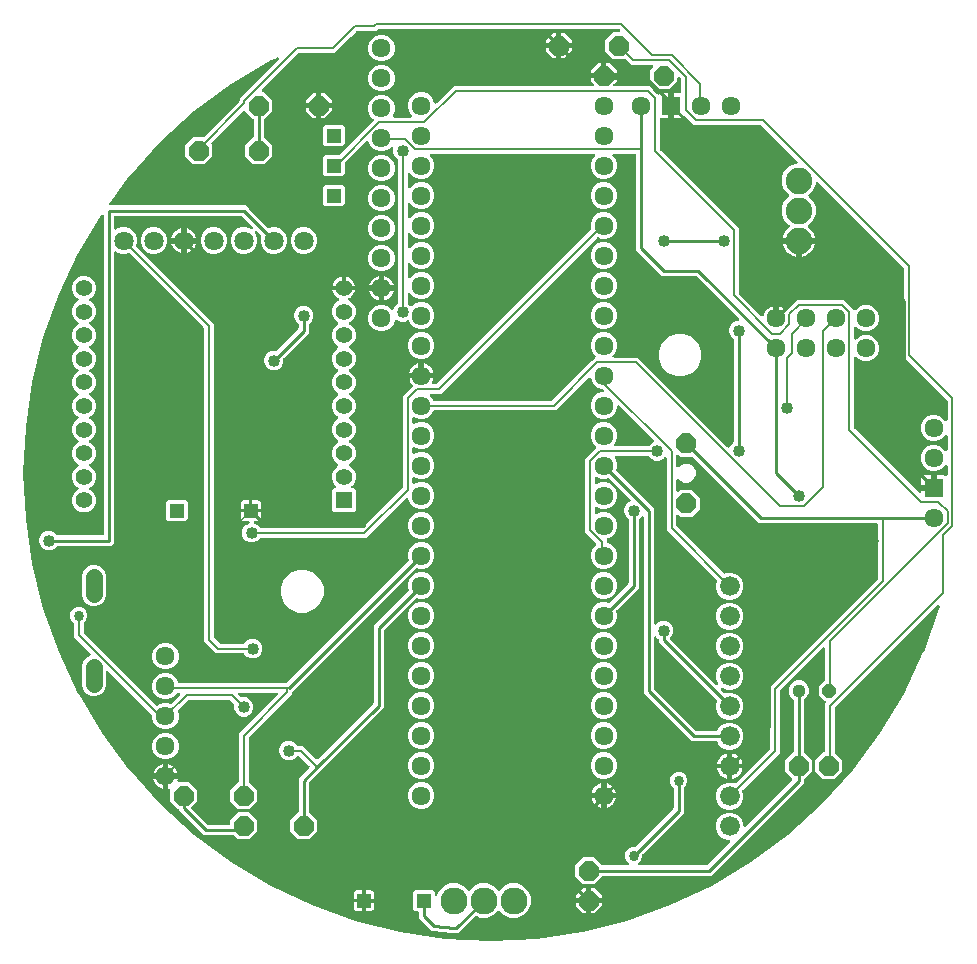
<source format=gbr>
G04 EAGLE Gerber RS-274X export*
G75*
%MOMM*%
%FSLAX34Y34*%
%LPD*%
%INTop Copper*%
%IPPOS*%
%AMOC8*
5,1,8,0,0,1.08239X$1,22.5*%
G01*
%ADD10P,1.814519X8X292.500000*%
%ADD11C,1.609600*%
%ADD12R,1.609600X1.609600*%
%ADD13C,1.629600*%
%ADD14C,1.676400*%
%ADD15C,1.422400*%
%ADD16R,1.422400X1.422400*%
%ADD17C,1.422400*%
%ADD18P,1.814519X8X22.500000*%
%ADD19C,2.280000*%
%ADD20R,1.209600X1.209600*%
%ADD21C,2.250000*%
%ADD22P,1.201020X8X22.500000*%
%ADD23C,1.109600*%
%ADD24C,0.203200*%
%ADD25C,0.858000*%
%ADD26C,0.254000*%
%ADD27C,1.016000*%

G36*
X438771Y5714D02*
X438771Y5714D01*
X438791Y5717D01*
X438895Y5726D01*
X477231Y11413D01*
X477250Y11418D01*
X477353Y11437D01*
X514948Y20854D01*
X514966Y20861D01*
X515067Y20890D01*
X551557Y33946D01*
X551575Y33955D01*
X551672Y33994D01*
X586707Y50564D01*
X586723Y50575D01*
X586817Y50623D01*
X620058Y70547D01*
X620074Y70560D01*
X620162Y70617D01*
X651291Y93703D01*
X651305Y93717D01*
X651387Y93782D01*
X680103Y119809D01*
X680116Y119824D01*
X680191Y119897D01*
X706218Y148613D01*
X706229Y148629D01*
X706297Y148709D01*
X729383Y179838D01*
X729393Y179855D01*
X729453Y179942D01*
X749377Y213183D01*
X749385Y213202D01*
X749436Y213293D01*
X766006Y248328D01*
X766012Y248347D01*
X766054Y248443D01*
X779110Y284933D01*
X779114Y284953D01*
X779146Y285052D01*
X779612Y286913D01*
X779628Y287047D01*
X779650Y287181D01*
X779647Y287205D01*
X779650Y287229D01*
X779633Y287363D01*
X779620Y287498D01*
X779612Y287521D01*
X779609Y287544D01*
X779558Y287670D01*
X779512Y287797D01*
X779499Y287817D01*
X779490Y287839D01*
X779410Y287948D01*
X779334Y288060D01*
X779316Y288076D01*
X779301Y288096D01*
X779197Y288181D01*
X779095Y288271D01*
X779074Y288282D01*
X779055Y288297D01*
X778933Y288354D01*
X778812Y288415D01*
X778789Y288421D01*
X778767Y288431D01*
X778634Y288455D01*
X778502Y288485D01*
X778478Y288484D01*
X778454Y288489D01*
X778319Y288480D01*
X778184Y288475D01*
X778161Y288469D01*
X778137Y288467D01*
X778008Y288425D01*
X777878Y288387D01*
X777858Y288375D01*
X777835Y288367D01*
X777721Y288294D01*
X777604Y288226D01*
X777579Y288203D01*
X777567Y288196D01*
X777553Y288180D01*
X777484Y288119D01*
X691252Y201888D01*
X691192Y201810D01*
X691124Y201738D01*
X691095Y201685D01*
X691058Y201637D01*
X691018Y201546D01*
X690970Y201459D01*
X690955Y201401D01*
X690931Y201345D01*
X690916Y201247D01*
X690891Y201151D01*
X690885Y201051D01*
X690881Y201031D01*
X690883Y201019D01*
X690881Y200991D01*
X690881Y164010D01*
X690893Y163912D01*
X690896Y163813D01*
X690913Y163755D01*
X690921Y163695D01*
X690957Y163603D01*
X690985Y163508D01*
X691015Y163456D01*
X691038Y163399D01*
X691096Y163319D01*
X691146Y163234D01*
X691212Y163158D01*
X691224Y163142D01*
X691234Y163134D01*
X691252Y163113D01*
X697231Y157135D01*
X697231Y147665D01*
X690535Y140969D01*
X681065Y140969D01*
X674369Y147665D01*
X674369Y157135D01*
X681065Y163831D01*
X681482Y163831D01*
X681600Y163846D01*
X681719Y163853D01*
X681757Y163866D01*
X681798Y163871D01*
X681908Y163914D01*
X682021Y163951D01*
X682056Y163973D01*
X682093Y163988D01*
X682189Y164057D01*
X682290Y164121D01*
X682318Y164151D01*
X682351Y164174D01*
X682427Y164266D01*
X682508Y164353D01*
X682528Y164388D01*
X682553Y164419D01*
X682604Y164527D01*
X682662Y164631D01*
X682672Y164671D01*
X682689Y164707D01*
X682711Y164824D01*
X682741Y164939D01*
X682745Y164999D01*
X682749Y165019D01*
X682747Y165040D01*
X682751Y165100D01*
X682751Y204884D01*
X683004Y205136D01*
X683089Y205246D01*
X683178Y205353D01*
X683187Y205372D01*
X683199Y205388D01*
X683254Y205516D01*
X683314Y205641D01*
X683317Y205661D01*
X683325Y205680D01*
X683347Y205818D01*
X683373Y205954D01*
X683372Y205974D01*
X683375Y205994D01*
X683362Y206133D01*
X683354Y206271D01*
X683347Y206290D01*
X683345Y206310D01*
X683298Y206441D01*
X683256Y206573D01*
X683245Y206591D01*
X683238Y206610D01*
X683160Y206724D01*
X683085Y206842D01*
X683071Y206856D01*
X683059Y206873D01*
X682955Y206965D01*
X682854Y207060D01*
X682836Y207070D01*
X682821Y207083D01*
X682697Y207146D01*
X682575Y207214D01*
X682556Y207219D01*
X682538Y207228D01*
X682402Y207258D01*
X682267Y207293D01*
X682248Y207294D01*
X677203Y212339D01*
X677203Y219461D01*
X682380Y224637D01*
X682440Y224715D01*
X682508Y224787D01*
X682537Y224840D01*
X682574Y224888D01*
X682614Y224979D01*
X682662Y225066D01*
X682677Y225125D01*
X682701Y225180D01*
X682716Y225278D01*
X682741Y225374D01*
X682747Y225474D01*
X682751Y225494D01*
X682749Y225507D01*
X682751Y225535D01*
X682751Y251283D01*
X682734Y251420D01*
X682721Y251559D01*
X682714Y251578D01*
X682711Y251598D01*
X682660Y251727D01*
X682613Y251858D01*
X682602Y251875D01*
X682594Y251894D01*
X682513Y252006D01*
X682435Y252121D01*
X682419Y252135D01*
X682408Y252151D01*
X682300Y252240D01*
X682196Y252332D01*
X682178Y252341D01*
X682163Y252354D01*
X682037Y252413D01*
X681913Y252476D01*
X681893Y252481D01*
X681875Y252490D01*
X681739Y252516D01*
X681603Y252546D01*
X681582Y252546D01*
X681563Y252549D01*
X681424Y252541D01*
X681285Y252536D01*
X681265Y252531D01*
X681245Y252530D01*
X681113Y252487D01*
X680979Y252448D01*
X680962Y252438D01*
X680943Y252432D01*
X680825Y252357D01*
X680705Y252287D01*
X680684Y252268D01*
X680674Y252261D01*
X680660Y252247D01*
X680585Y252180D01*
X644516Y216112D01*
X644456Y216034D01*
X644388Y215962D01*
X644359Y215909D01*
X644322Y215861D01*
X644282Y215770D01*
X644234Y215683D01*
X644219Y215625D01*
X644195Y215569D01*
X644180Y215471D01*
X644155Y215375D01*
X644149Y215275D01*
X644145Y215255D01*
X644147Y215243D01*
X644145Y215215D01*
X644145Y162908D01*
X613014Y131778D01*
X612996Y131755D01*
X612974Y131736D01*
X612899Y131630D01*
X612819Y131527D01*
X612808Y131500D01*
X612791Y131475D01*
X612745Y131354D01*
X612693Y131235D01*
X612688Y131206D01*
X612678Y131178D01*
X612664Y131049D01*
X612643Y130921D01*
X612646Y130891D01*
X612643Y130862D01*
X612661Y130734D01*
X612673Y130604D01*
X612683Y130576D01*
X612687Y130547D01*
X612739Y130395D01*
X613411Y128774D01*
X613411Y124226D01*
X611671Y120025D01*
X608455Y116809D01*
X604254Y115069D01*
X599706Y115069D01*
X595505Y116809D01*
X592289Y120025D01*
X590549Y124226D01*
X590549Y128774D01*
X592289Y132975D01*
X595505Y136191D01*
X599706Y137931D01*
X604254Y137931D01*
X605886Y137255D01*
X605915Y137247D01*
X605941Y137233D01*
X606068Y137205D01*
X606193Y137171D01*
X606222Y137170D01*
X606251Y137164D01*
X606381Y137168D01*
X606511Y137166D01*
X606540Y137172D01*
X606569Y137173D01*
X606694Y137209D01*
X606820Y137240D01*
X606846Y137254D01*
X606875Y137262D01*
X606986Y137328D01*
X607101Y137388D01*
X607123Y137408D01*
X607148Y137423D01*
X607269Y137530D01*
X635644Y165904D01*
X635704Y165982D01*
X635772Y166054D01*
X635801Y166107D01*
X635838Y166155D01*
X635878Y166246D01*
X635926Y166333D01*
X635941Y166391D01*
X635965Y166447D01*
X635980Y166545D01*
X636005Y166641D01*
X636011Y166741D01*
X636015Y166761D01*
X636013Y166773D01*
X636015Y166801D01*
X636015Y219108D01*
X727084Y310176D01*
X727144Y310254D01*
X727212Y310326D01*
X727241Y310379D01*
X727278Y310427D01*
X727318Y310518D01*
X727366Y310605D01*
X727381Y310663D01*
X727405Y310719D01*
X727420Y310817D01*
X727445Y310913D01*
X727451Y311013D01*
X727455Y311033D01*
X727453Y311045D01*
X727455Y311073D01*
X727455Y356412D01*
X727440Y356530D01*
X727433Y356649D01*
X727420Y356687D01*
X727415Y356728D01*
X727372Y356838D01*
X727335Y356951D01*
X727313Y356986D01*
X727298Y357023D01*
X727229Y357119D01*
X727165Y357220D01*
X727135Y357248D01*
X727112Y357281D01*
X727020Y357357D01*
X726933Y357438D01*
X726898Y357458D01*
X726867Y357483D01*
X726759Y357534D01*
X726655Y357592D01*
X726615Y357602D01*
X726579Y357619D01*
X726462Y357641D01*
X726347Y357671D01*
X726287Y357675D01*
X726267Y357679D01*
X726246Y357677D01*
X726186Y357681D01*
X626711Y357681D01*
X623810Y360583D01*
X570795Y413598D01*
X570717Y413658D01*
X570645Y413726D01*
X570592Y413755D01*
X570544Y413792D01*
X570453Y413832D01*
X570366Y413880D01*
X570307Y413895D01*
X570252Y413919D01*
X570154Y413934D01*
X570058Y413959D01*
X569958Y413965D01*
X569938Y413969D01*
X569925Y413967D01*
X569897Y413969D01*
X560365Y413969D01*
X558935Y415399D01*
X558826Y415484D01*
X558719Y415573D01*
X558700Y415582D01*
X558684Y415594D01*
X558556Y415649D01*
X558431Y415708D01*
X558411Y415712D01*
X558392Y415720D01*
X558254Y415742D01*
X558118Y415768D01*
X558098Y415767D01*
X558078Y415770D01*
X557939Y415757D01*
X557801Y415749D01*
X557782Y415742D01*
X557762Y415740D01*
X557630Y415693D01*
X557499Y415650D01*
X557481Y415640D01*
X557462Y415633D01*
X557347Y415555D01*
X557230Y415480D01*
X557216Y415466D01*
X557199Y415454D01*
X557107Y415350D01*
X557012Y415249D01*
X557002Y415231D01*
X556989Y415216D01*
X556925Y415092D01*
X556858Y414970D01*
X556853Y414951D01*
X556844Y414933D01*
X556814Y414797D01*
X556779Y414662D01*
X556777Y414634D01*
X556774Y414622D01*
X556775Y414602D01*
X556769Y414502D01*
X556769Y406116D01*
X556786Y405978D01*
X556799Y405839D01*
X556806Y405820D01*
X556809Y405800D01*
X556860Y405671D01*
X556907Y405540D01*
X556918Y405523D01*
X556926Y405504D01*
X557007Y405392D01*
X557085Y405277D01*
X557101Y405263D01*
X557112Y405247D01*
X557220Y405158D01*
X557324Y405066D01*
X557342Y405057D01*
X557357Y405044D01*
X557483Y404985D01*
X557607Y404922D01*
X557627Y404917D01*
X557645Y404909D01*
X557782Y404883D01*
X557917Y404852D01*
X557938Y404853D01*
X557957Y404849D01*
X558096Y404858D01*
X558235Y404862D01*
X558255Y404867D01*
X558275Y404869D01*
X558407Y404911D01*
X558541Y404950D01*
X558558Y404960D01*
X558577Y404967D01*
X558695Y405041D01*
X558815Y405112D01*
X558836Y405130D01*
X558846Y405137D01*
X558860Y405152D01*
X558935Y405218D01*
X560541Y406823D01*
X563499Y408049D01*
X566701Y408049D01*
X569659Y406823D01*
X571923Y404559D01*
X573149Y401601D01*
X573149Y398399D01*
X571923Y395441D01*
X569659Y393177D01*
X566701Y391951D01*
X563499Y391951D01*
X560541Y393177D01*
X558935Y394782D01*
X558826Y394867D01*
X558719Y394956D01*
X558700Y394964D01*
X558684Y394977D01*
X558556Y395032D01*
X558431Y395091D01*
X558411Y395095D01*
X558392Y395103D01*
X558254Y395125D01*
X558118Y395151D01*
X558098Y395150D01*
X558078Y395153D01*
X557939Y395140D01*
X557801Y395131D01*
X557782Y395125D01*
X557762Y395123D01*
X557630Y395076D01*
X557499Y395033D01*
X557481Y395022D01*
X557462Y395016D01*
X557347Y394938D01*
X557230Y394863D01*
X557216Y394848D01*
X557199Y394837D01*
X557107Y394733D01*
X557012Y394632D01*
X557002Y394614D01*
X556989Y394599D01*
X556925Y394474D01*
X556858Y394353D01*
X556853Y394333D01*
X556844Y394315D01*
X556814Y394180D01*
X556779Y394045D01*
X556777Y394017D01*
X556774Y394005D01*
X556775Y393985D01*
X556769Y393884D01*
X556769Y385498D01*
X556786Y385361D01*
X556799Y385222D01*
X556806Y385203D01*
X556809Y385183D01*
X556860Y385054D01*
X556907Y384923D01*
X556918Y384906D01*
X556926Y384887D01*
X557007Y384775D01*
X557085Y384660D01*
X557101Y384646D01*
X557112Y384630D01*
X557220Y384541D01*
X557324Y384449D01*
X557342Y384440D01*
X557357Y384427D01*
X557483Y384368D01*
X557607Y384305D01*
X557627Y384300D01*
X557645Y384292D01*
X557782Y384265D01*
X557917Y384235D01*
X557938Y384236D01*
X557957Y384232D01*
X558096Y384240D01*
X558235Y384245D01*
X558255Y384250D01*
X558275Y384251D01*
X558407Y384294D01*
X558541Y384333D01*
X558558Y384343D01*
X558577Y384350D01*
X558695Y384424D01*
X558815Y384495D01*
X558836Y384513D01*
X558846Y384520D01*
X558860Y384535D01*
X558935Y384601D01*
X560365Y386031D01*
X569835Y386031D01*
X576531Y379335D01*
X576531Y369865D01*
X569835Y363169D01*
X560365Y363169D01*
X558935Y364599D01*
X558826Y364684D01*
X558719Y364773D01*
X558700Y364782D01*
X558684Y364794D01*
X558556Y364849D01*
X558431Y364908D01*
X558411Y364912D01*
X558392Y364920D01*
X558254Y364942D01*
X558118Y364968D01*
X558098Y364967D01*
X558078Y364970D01*
X557939Y364957D01*
X557801Y364949D01*
X557782Y364942D01*
X557762Y364940D01*
X557630Y364893D01*
X557499Y364850D01*
X557481Y364840D01*
X557462Y364833D01*
X557347Y364755D01*
X557230Y364680D01*
X557216Y364666D01*
X557199Y364654D01*
X557107Y364550D01*
X557012Y364449D01*
X557002Y364431D01*
X556989Y364416D01*
X556925Y364292D01*
X556858Y364170D01*
X556853Y364151D01*
X556844Y364133D01*
X556814Y363997D01*
X556779Y363862D01*
X556777Y363834D01*
X556774Y363822D01*
X556775Y363802D01*
X556769Y363702D01*
X556769Y355777D01*
X556781Y355679D01*
X556784Y355580D01*
X556801Y355522D01*
X556809Y355462D01*
X556845Y355370D01*
X556873Y355275D01*
X556903Y355223D01*
X556926Y355166D01*
X556984Y355086D01*
X557034Y355001D01*
X557100Y354925D01*
X557112Y354909D01*
X557122Y354901D01*
X557140Y354880D01*
X596691Y315330D01*
X596714Y315312D01*
X596733Y315289D01*
X596839Y315215D01*
X596942Y315135D01*
X596969Y315123D01*
X596993Y315106D01*
X597114Y315060D01*
X597234Y315008D01*
X597263Y315004D01*
X597291Y314993D01*
X597420Y314979D01*
X597548Y314959D01*
X597577Y314961D01*
X597607Y314958D01*
X597735Y314976D01*
X597865Y314988D01*
X597892Y314998D01*
X597922Y315003D01*
X598074Y315055D01*
X599706Y315731D01*
X604254Y315731D01*
X608455Y313991D01*
X611671Y310775D01*
X613411Y306574D01*
X613411Y302026D01*
X611671Y297825D01*
X608455Y294609D01*
X604254Y292869D01*
X599706Y292869D01*
X595505Y294609D01*
X592289Y297825D01*
X590549Y302026D01*
X590549Y306574D01*
X591221Y308195D01*
X591229Y308223D01*
X591242Y308250D01*
X591270Y308376D01*
X591305Y308501D01*
X591305Y308531D01*
X591312Y308560D01*
X591308Y308690D01*
X591310Y308819D01*
X591303Y308848D01*
X591302Y308878D01*
X591266Y309002D01*
X591236Y309129D01*
X591222Y309155D01*
X591214Y309183D01*
X591148Y309295D01*
X591087Y309410D01*
X591067Y309432D01*
X591052Y309457D01*
X590946Y309578D01*
X548639Y351884D01*
X548639Y412159D01*
X548622Y412297D01*
X548609Y412436D01*
X548602Y412455D01*
X548599Y412475D01*
X548548Y412604D01*
X548501Y412735D01*
X548490Y412752D01*
X548482Y412770D01*
X548401Y412883D01*
X548323Y412998D01*
X548307Y413011D01*
X548296Y413028D01*
X548188Y413117D01*
X548084Y413209D01*
X548066Y413218D01*
X548051Y413231D01*
X547925Y413290D01*
X547801Y413353D01*
X547781Y413358D01*
X547763Y413366D01*
X547626Y413392D01*
X547491Y413423D01*
X547470Y413422D01*
X547451Y413426D01*
X547312Y413417D01*
X547173Y413413D01*
X547153Y413407D01*
X547133Y413406D01*
X547001Y413363D01*
X546867Y413325D01*
X546850Y413314D01*
X546831Y413308D01*
X546713Y413234D01*
X546593Y413163D01*
X546572Y413145D01*
X546562Y413138D01*
X546548Y413123D01*
X546473Y413057D01*
X545117Y411701D01*
X542129Y410463D01*
X538895Y410463D01*
X535907Y411701D01*
X533453Y414156D01*
X533374Y414216D01*
X533302Y414284D01*
X533249Y414313D01*
X533201Y414350D01*
X533110Y414390D01*
X533024Y414438D01*
X532965Y414453D01*
X532910Y414477D01*
X532812Y414492D01*
X532716Y414517D01*
X532616Y414523D01*
X532595Y414527D01*
X532583Y414525D01*
X532555Y414527D01*
X505844Y414527D01*
X505795Y414521D01*
X505745Y414523D01*
X505638Y414501D01*
X505529Y414487D01*
X505482Y414469D01*
X505434Y414459D01*
X505335Y414411D01*
X505233Y414370D01*
X505193Y414341D01*
X505148Y414319D01*
X505064Y414248D01*
X504976Y414184D01*
X504944Y414145D01*
X504906Y414113D01*
X504843Y414023D01*
X504773Y413939D01*
X504752Y413894D01*
X504723Y413853D01*
X504684Y413750D01*
X504637Y413651D01*
X504628Y413602D01*
X504610Y413556D01*
X504598Y413446D01*
X504577Y413339D01*
X504581Y413289D01*
X504575Y413240D01*
X504590Y413131D01*
X504597Y413021D01*
X504613Y412974D01*
X504619Y412925D01*
X504672Y412772D01*
X506397Y408607D01*
X506397Y404193D01*
X505907Y403009D01*
X505899Y402981D01*
X505885Y402954D01*
X505857Y402828D01*
X505823Y402702D01*
X505822Y402673D01*
X505816Y402644D01*
X505820Y402514D01*
X505818Y402384D01*
X505824Y402356D01*
X505825Y402326D01*
X505861Y402202D01*
X505892Y402075D01*
X505906Y402049D01*
X505914Y402021D01*
X505980Y401909D01*
X506040Y401794D01*
X506060Y401772D01*
X506075Y401747D01*
X506182Y401626D01*
X537719Y370089D01*
X537719Y272879D01*
X537735Y272748D01*
X537741Y272655D01*
X537746Y272641D01*
X537749Y272602D01*
X537756Y272583D01*
X537759Y272563D01*
X537810Y272434D01*
X537857Y272303D01*
X537868Y272286D01*
X537876Y272268D01*
X537957Y272155D01*
X538035Y272040D01*
X538051Y272027D01*
X538062Y272010D01*
X538170Y271921D01*
X538274Y271829D01*
X538292Y271820D01*
X538307Y271807D01*
X538433Y271748D01*
X538557Y271685D01*
X538577Y271680D01*
X538595Y271672D01*
X538732Y271646D01*
X538867Y271615D01*
X538888Y271616D01*
X538907Y271612D01*
X539046Y271621D01*
X539185Y271625D01*
X539205Y271631D01*
X539225Y271632D01*
X539357Y271675D01*
X539491Y271713D01*
X539508Y271724D01*
X539527Y271730D01*
X539595Y271772D01*
X539612Y271779D01*
X539653Y271809D01*
X539765Y271875D01*
X539786Y271893D01*
X539796Y271900D01*
X539810Y271915D01*
X539863Y271961D01*
X539870Y271966D01*
X539873Y271970D01*
X539885Y271981D01*
X541495Y273591D01*
X544483Y274829D01*
X547717Y274829D01*
X550705Y273591D01*
X552991Y271305D01*
X554229Y268317D01*
X554229Y265083D01*
X552991Y262095D01*
X551739Y260843D01*
X551666Y260749D01*
X551587Y260660D01*
X551569Y260624D01*
X551544Y260592D01*
X551497Y260483D01*
X551443Y260377D01*
X551434Y260337D01*
X551418Y260300D01*
X551399Y260183D01*
X551373Y260067D01*
X551374Y260026D01*
X551368Y259986D01*
X551379Y259868D01*
X551383Y259749D01*
X551394Y259710D01*
X551398Y259670D01*
X551438Y259557D01*
X551471Y259443D01*
X551492Y259408D01*
X551505Y259370D01*
X551572Y259272D01*
X551633Y259169D01*
X551673Y259124D01*
X551684Y259107D01*
X551699Y259094D01*
X551739Y259048D01*
X589989Y220799D01*
X590044Y220756D01*
X590092Y220706D01*
X590169Y220659D01*
X590240Y220604D01*
X590304Y220576D01*
X590363Y220540D01*
X590449Y220514D01*
X590532Y220478D01*
X590601Y220467D01*
X590667Y220446D01*
X590757Y220442D01*
X590846Y220428D01*
X590915Y220434D01*
X590985Y220431D01*
X591073Y220449D01*
X591162Y220458D01*
X591228Y220481D01*
X591296Y220495D01*
X591377Y220535D01*
X591462Y220565D01*
X591519Y220605D01*
X591582Y220635D01*
X591650Y220693D01*
X591725Y220744D01*
X591771Y220796D01*
X591824Y220842D01*
X591876Y220915D01*
X591935Y220982D01*
X591967Y221045D01*
X592007Y221102D01*
X592039Y221186D01*
X592080Y221266D01*
X592095Y221334D01*
X592120Y221399D01*
X592130Y221488D01*
X592150Y221576D01*
X592147Y221646D01*
X592155Y221715D01*
X592143Y221804D01*
X592140Y221894D01*
X592120Y221961D01*
X592111Y222030D01*
X592059Y222182D01*
X590549Y225826D01*
X590549Y230374D01*
X592289Y234575D01*
X595505Y237791D01*
X599706Y239531D01*
X604254Y239531D01*
X608455Y237791D01*
X611671Y234575D01*
X613411Y230374D01*
X613411Y225826D01*
X611671Y221625D01*
X608455Y218409D01*
X604254Y216669D01*
X599706Y216669D01*
X596062Y218179D01*
X595995Y218197D01*
X595931Y218225D01*
X595842Y218239D01*
X595756Y218263D01*
X595686Y218264D01*
X595617Y218275D01*
X595527Y218266D01*
X595438Y218268D01*
X595370Y218251D01*
X595300Y218245D01*
X595216Y218214D01*
X595128Y218194D01*
X595067Y218161D01*
X595001Y218137D01*
X594927Y218087D01*
X594847Y218045D01*
X594796Y217998D01*
X594738Y217959D01*
X594678Y217891D01*
X594612Y217831D01*
X594573Y217773D01*
X594527Y217720D01*
X594486Y217640D01*
X594437Y217565D01*
X594414Y217499D01*
X594383Y217437D01*
X594363Y217349D01*
X594334Y217264D01*
X594328Y217195D01*
X594313Y217127D01*
X594316Y217037D01*
X594309Y216947D01*
X594321Y216879D01*
X594323Y216809D01*
X594348Y216723D01*
X594363Y216634D01*
X594392Y216570D01*
X594411Y216503D01*
X594457Y216426D01*
X594494Y216344D01*
X594537Y216289D01*
X594573Y216229D01*
X594679Y216109D01*
X596950Y213837D01*
X596974Y213819D01*
X596993Y213797D01*
X597099Y213722D01*
X597202Y213642D01*
X597229Y213631D01*
X597253Y213614D01*
X597374Y213568D01*
X597494Y213516D01*
X597523Y213511D01*
X597550Y213501D01*
X597679Y213486D01*
X597808Y213466D01*
X597837Y213469D01*
X597866Y213466D01*
X597995Y213484D01*
X598124Y213496D01*
X598152Y213506D01*
X598181Y213510D01*
X598334Y213562D01*
X599706Y214131D01*
X604254Y214131D01*
X608455Y212391D01*
X611671Y209175D01*
X613411Y204974D01*
X613411Y200426D01*
X611671Y196225D01*
X608455Y193009D01*
X604254Y191269D01*
X599706Y191269D01*
X595505Y193009D01*
X592289Y196225D01*
X590549Y200426D01*
X590549Y204974D01*
X591118Y206346D01*
X591126Y206375D01*
X591139Y206401D01*
X591168Y206528D01*
X591202Y206653D01*
X591202Y206683D01*
X591209Y206711D01*
X591205Y206841D01*
X591207Y206971D01*
X591200Y207000D01*
X591199Y207029D01*
X591163Y207154D01*
X591133Y207280D01*
X591119Y207307D01*
X591111Y207335D01*
X591045Y207447D01*
X590984Y207562D01*
X590964Y207583D01*
X590949Y207609D01*
X590843Y207730D01*
X541781Y256791D01*
X541781Y258997D01*
X541769Y259095D01*
X541766Y259194D01*
X541749Y259253D01*
X541741Y259313D01*
X541705Y259405D01*
X541677Y259500D01*
X541647Y259552D01*
X541624Y259608D01*
X541566Y259688D01*
X541516Y259774D01*
X541450Y259849D01*
X541438Y259866D01*
X541428Y259874D01*
X541410Y259895D01*
X539885Y261419D01*
X539776Y261504D01*
X539669Y261593D01*
X539650Y261601D01*
X539634Y261614D01*
X539507Y261669D01*
X539381Y261728D01*
X539361Y261732D01*
X539342Y261740D01*
X539204Y261762D01*
X539068Y261788D01*
X539048Y261787D01*
X539028Y261790D01*
X538889Y261777D01*
X538751Y261768D01*
X538732Y261762D01*
X538712Y261760D01*
X538580Y261713D01*
X538449Y261670D01*
X538431Y261659D01*
X538412Y261652D01*
X538297Y261574D01*
X538180Y261500D01*
X538166Y261485D01*
X538149Y261474D01*
X538057Y261370D01*
X537962Y261268D01*
X537952Y261251D01*
X537939Y261235D01*
X537875Y261111D01*
X537808Y260990D01*
X537803Y260970D01*
X537794Y260952D01*
X537764Y260816D01*
X537729Y260682D01*
X537727Y260654D01*
X537724Y260642D01*
X537725Y260621D01*
X537719Y260521D01*
X537719Y218215D01*
X537731Y218116D01*
X537734Y218017D01*
X537751Y217959D01*
X537759Y217899D01*
X537795Y217807D01*
X537823Y217712D01*
X537853Y217660D01*
X537876Y217603D01*
X537934Y217523D01*
X537984Y217438D01*
X538050Y217363D01*
X538062Y217346D01*
X538072Y217338D01*
X538090Y217317D01*
X573417Y181990D01*
X573495Y181930D01*
X573568Y181862D01*
X573621Y181833D01*
X573668Y181796D01*
X573759Y181756D01*
X573846Y181708D01*
X573905Y181693D01*
X573960Y181669D01*
X574058Y181654D01*
X574154Y181629D01*
X574254Y181623D01*
X574274Y181619D01*
X574287Y181621D01*
X574315Y181619D01*
X590548Y181619D01*
X590577Y181622D01*
X590607Y181620D01*
X590735Y181642D01*
X590864Y181659D01*
X590891Y181669D01*
X590920Y181674D01*
X591039Y181728D01*
X591159Y181776D01*
X591183Y181793D01*
X591210Y181805D01*
X591312Y181886D01*
X591417Y181962D01*
X591436Y181985D01*
X591459Y182004D01*
X591537Y182107D01*
X591620Y182207D01*
X591632Y182234D01*
X591650Y182258D01*
X591721Y182402D01*
X592289Y183775D01*
X595505Y186991D01*
X599706Y188731D01*
X604254Y188731D01*
X608455Y186991D01*
X611671Y183775D01*
X613411Y179574D01*
X613411Y175026D01*
X611671Y170825D01*
X608455Y167609D01*
X604254Y165869D01*
X599706Y165869D01*
X595505Y167609D01*
X592289Y170825D01*
X591721Y172198D01*
X591706Y172223D01*
X591697Y172251D01*
X591628Y172361D01*
X591563Y172474D01*
X591543Y172495D01*
X591527Y172520D01*
X591432Y172609D01*
X591342Y172702D01*
X591317Y172718D01*
X591295Y172738D01*
X591182Y172801D01*
X591071Y172869D01*
X591043Y172877D01*
X591017Y172892D01*
X590891Y172924D01*
X590767Y172962D01*
X590738Y172964D01*
X590709Y172971D01*
X590548Y172981D01*
X570211Y172981D01*
X529081Y214111D01*
X529081Y362121D01*
X529064Y362259D01*
X529051Y362398D01*
X529044Y362417D01*
X529041Y362437D01*
X528990Y362566D01*
X528943Y362697D01*
X528932Y362714D01*
X528924Y362732D01*
X528843Y362845D01*
X528765Y362960D01*
X528749Y362973D01*
X528738Y362990D01*
X528630Y363079D01*
X528526Y363171D01*
X528508Y363180D01*
X528493Y363193D01*
X528367Y363252D01*
X528243Y363315D01*
X528223Y363320D01*
X528205Y363328D01*
X528068Y363354D01*
X527933Y363385D01*
X527912Y363384D01*
X527893Y363388D01*
X527754Y363379D01*
X527615Y363375D01*
X527595Y363369D01*
X527575Y363368D01*
X527443Y363325D01*
X527309Y363287D01*
X527292Y363276D01*
X527273Y363270D01*
X527155Y363196D01*
X527035Y363125D01*
X527014Y363107D01*
X527004Y363100D01*
X526990Y363085D01*
X526915Y363019D01*
X525390Y361495D01*
X525330Y361416D01*
X525262Y361344D01*
X525233Y361291D01*
X525196Y361243D01*
X525156Y361152D01*
X525108Y361066D01*
X525093Y361007D01*
X525069Y360952D01*
X525054Y360854D01*
X525029Y360758D01*
X525023Y360658D01*
X525019Y360637D01*
X525021Y360625D01*
X525019Y360597D01*
X525019Y303011D01*
X506182Y284174D01*
X506164Y284151D01*
X506141Y284132D01*
X506066Y284026D01*
X505987Y283923D01*
X505975Y283896D01*
X505958Y283871D01*
X505912Y283750D01*
X505860Y283631D01*
X505856Y283602D01*
X505845Y283574D01*
X505831Y283445D01*
X505811Y283317D01*
X505813Y283287D01*
X505810Y283258D01*
X505828Y283130D01*
X505840Y283000D01*
X505850Y282972D01*
X505854Y282943D01*
X505907Y282791D01*
X506397Y281607D01*
X506397Y277193D01*
X504707Y273114D01*
X501586Y269993D01*
X497507Y268303D01*
X493093Y268303D01*
X489014Y269993D01*
X485893Y273114D01*
X484203Y277193D01*
X484203Y281607D01*
X485893Y285686D01*
X489014Y288807D01*
X493093Y290497D01*
X497507Y290497D01*
X498691Y290007D01*
X498719Y289999D01*
X498746Y289985D01*
X498872Y289957D01*
X498998Y289923D01*
X499027Y289922D01*
X499056Y289916D01*
X499186Y289920D01*
X499316Y289918D01*
X499344Y289924D01*
X499374Y289925D01*
X499498Y289961D01*
X499625Y289992D01*
X499651Y290006D01*
X499679Y290014D01*
X499791Y290080D01*
X499906Y290140D01*
X499928Y290160D01*
X499953Y290175D01*
X500074Y290282D01*
X516010Y306217D01*
X516070Y306295D01*
X516138Y306368D01*
X516167Y306421D01*
X516204Y306468D01*
X516244Y306559D01*
X516292Y306646D01*
X516307Y306705D01*
X516331Y306760D01*
X516346Y306858D01*
X516371Y306954D01*
X516377Y307054D01*
X516381Y307074D01*
X516379Y307087D01*
X516381Y307115D01*
X516381Y360597D01*
X516369Y360695D01*
X516366Y360794D01*
X516349Y360853D01*
X516341Y360913D01*
X516305Y361005D01*
X516277Y361100D01*
X516247Y361152D01*
X516224Y361208D01*
X516166Y361288D01*
X516116Y361374D01*
X516050Y361449D01*
X516038Y361466D01*
X516028Y361474D01*
X516010Y361495D01*
X513809Y363695D01*
X512571Y366683D01*
X512571Y369917D01*
X513809Y372905D01*
X516095Y375191D01*
X517385Y375725D01*
X517428Y375750D01*
X517475Y375767D01*
X517566Y375829D01*
X517661Y375883D01*
X517697Y375917D01*
X517738Y375945D01*
X517811Y376028D01*
X517890Y376104D01*
X517916Y376147D01*
X517949Y376184D01*
X517999Y376282D01*
X518056Y376375D01*
X518071Y376423D01*
X518093Y376467D01*
X518117Y376574D01*
X518150Y376679D01*
X518152Y376729D01*
X518163Y376777D01*
X518160Y376887D01*
X518165Y376997D01*
X518155Y377046D01*
X518153Y377095D01*
X518123Y377201D01*
X518100Y377308D01*
X518079Y377353D01*
X518065Y377401D01*
X518009Y377495D01*
X517961Y377594D01*
X517929Y377632D01*
X517903Y377675D01*
X517797Y377796D01*
X500074Y395518D01*
X500051Y395536D01*
X500032Y395559D01*
X499926Y395634D01*
X499823Y395713D01*
X499796Y395725D01*
X499771Y395742D01*
X499650Y395788D01*
X499531Y395840D01*
X499502Y395844D01*
X499474Y395855D01*
X499345Y395869D01*
X499217Y395889D01*
X499187Y395887D01*
X499158Y395890D01*
X499030Y395872D01*
X498900Y395860D01*
X498872Y395850D01*
X498843Y395846D01*
X498691Y395793D01*
X497507Y395303D01*
X493093Y395303D01*
X489436Y396818D01*
X489388Y396831D01*
X489343Y396852D01*
X489235Y396873D01*
X489129Y396902D01*
X489079Y396903D01*
X489030Y396912D01*
X488921Y396905D01*
X488811Y396907D01*
X488763Y396895D01*
X488713Y396892D01*
X488609Y396859D01*
X488502Y396833D01*
X488458Y396810D01*
X488411Y396794D01*
X488318Y396736D01*
X488221Y396684D01*
X488184Y396651D01*
X488142Y396624D01*
X488067Y396544D01*
X487985Y396470D01*
X487958Y396429D01*
X487924Y396393D01*
X487871Y396296D01*
X487811Y396205D01*
X487794Y396158D01*
X487770Y396114D01*
X487743Y396008D01*
X487707Y395904D01*
X487703Y395854D01*
X487691Y395806D01*
X487681Y395645D01*
X487681Y391755D01*
X487687Y391705D01*
X487685Y391656D01*
X487707Y391548D01*
X487721Y391439D01*
X487739Y391393D01*
X487749Y391344D01*
X487797Y391245D01*
X487838Y391143D01*
X487867Y391103D01*
X487889Y391059D01*
X487960Y390975D01*
X488024Y390886D01*
X488063Y390854D01*
X488095Y390817D01*
X488185Y390753D01*
X488269Y390683D01*
X488314Y390662D01*
X488355Y390633D01*
X488458Y390594D01*
X488557Y390548D01*
X488606Y390538D01*
X488652Y390521D01*
X488762Y390509D01*
X488869Y390488D01*
X488919Y390491D01*
X488968Y390485D01*
X489077Y390501D01*
X489187Y390508D01*
X489234Y390523D01*
X489283Y390530D01*
X489436Y390582D01*
X493093Y392097D01*
X497507Y392097D01*
X501586Y390407D01*
X504707Y387286D01*
X506397Y383207D01*
X506397Y378793D01*
X504707Y374714D01*
X501586Y371593D01*
X497507Y369903D01*
X493093Y369903D01*
X489436Y371418D01*
X489388Y371431D01*
X489343Y371452D01*
X489235Y371473D01*
X489129Y371502D01*
X489079Y371503D01*
X489030Y371512D01*
X488921Y371505D01*
X488811Y371507D01*
X488763Y371495D01*
X488713Y371492D01*
X488609Y371459D01*
X488502Y371433D01*
X488458Y371410D01*
X488411Y371394D01*
X488318Y371336D01*
X488221Y371284D01*
X488184Y371251D01*
X488142Y371224D01*
X488067Y371144D01*
X487985Y371070D01*
X487958Y371029D01*
X487924Y370993D01*
X487871Y370896D01*
X487811Y370805D01*
X487794Y370758D01*
X487770Y370714D01*
X487743Y370608D01*
X487707Y370504D01*
X487703Y370454D01*
X487691Y370406D01*
X487681Y370245D01*
X487681Y366355D01*
X487687Y366305D01*
X487685Y366256D01*
X487707Y366148D01*
X487721Y366039D01*
X487739Y365993D01*
X487749Y365944D01*
X487797Y365845D01*
X487838Y365743D01*
X487867Y365703D01*
X487889Y365659D01*
X487960Y365575D01*
X488024Y365486D01*
X488063Y365454D01*
X488095Y365417D01*
X488185Y365353D01*
X488269Y365283D01*
X488314Y365262D01*
X488355Y365233D01*
X488458Y365194D01*
X488557Y365148D01*
X488606Y365138D01*
X488652Y365121D01*
X488762Y365109D01*
X488869Y365088D01*
X488919Y365091D01*
X488968Y365085D01*
X489077Y365101D01*
X489187Y365108D01*
X489234Y365123D01*
X489283Y365130D01*
X489436Y365182D01*
X493093Y366697D01*
X497507Y366697D01*
X501586Y365007D01*
X504707Y361886D01*
X506397Y357807D01*
X506397Y353393D01*
X504707Y349314D01*
X501586Y346193D01*
X498477Y344905D01*
X498434Y344880D01*
X498387Y344864D01*
X498296Y344802D01*
X498201Y344748D01*
X498165Y344713D01*
X498124Y344685D01*
X498051Y344603D01*
X497973Y344526D01*
X497947Y344484D01*
X497914Y344447D01*
X497864Y344349D01*
X497806Y344255D01*
X497792Y344208D01*
X497769Y344163D01*
X497745Y344056D01*
X497713Y343951D01*
X497710Y343901D01*
X497699Y343853D01*
X497703Y343743D01*
X497698Y343634D01*
X497708Y343585D01*
X497709Y343535D01*
X497740Y343430D01*
X497762Y343322D01*
X497784Y343277D01*
X497798Y343230D01*
X497841Y343156D01*
X497841Y342007D01*
X497844Y341977D01*
X497842Y341948D01*
X497864Y341820D01*
X497881Y341691D01*
X497891Y341664D01*
X497896Y341635D01*
X497950Y341516D01*
X497998Y341395D01*
X498015Y341372D01*
X498027Y341345D01*
X498108Y341243D01*
X498184Y341138D01*
X498207Y341119D01*
X498226Y341096D01*
X498329Y341018D01*
X498429Y340935D01*
X498456Y340923D01*
X498480Y340905D01*
X498624Y340834D01*
X501586Y339607D01*
X504707Y336486D01*
X506397Y332407D01*
X506397Y327993D01*
X504707Y323914D01*
X501586Y320793D01*
X497507Y319103D01*
X493093Y319103D01*
X489014Y320793D01*
X485893Y323914D01*
X484203Y327993D01*
X484203Y332407D01*
X485893Y336486D01*
X488508Y339101D01*
X488581Y339195D01*
X488659Y339284D01*
X488678Y339320D01*
X488703Y339352D01*
X488750Y339462D01*
X488804Y339567D01*
X488813Y339607D01*
X488829Y339644D01*
X488848Y339762D01*
X488874Y339878D01*
X488873Y339918D01*
X488879Y339958D01*
X488868Y340077D01*
X488864Y340196D01*
X488853Y340234D01*
X488849Y340275D01*
X488809Y340387D01*
X488776Y340501D01*
X488755Y340536D01*
X488741Y340574D01*
X488674Y340673D01*
X488614Y340775D01*
X488574Y340820D01*
X488563Y340837D01*
X488548Y340851D01*
X488508Y340896D01*
X482304Y347100D01*
X479551Y349852D01*
X479551Y412148D01*
X487308Y419904D01*
X488508Y421104D01*
X488581Y421198D01*
X488659Y421287D01*
X488678Y421324D01*
X488703Y421355D01*
X488750Y421464D01*
X488804Y421571D01*
X488813Y421610D01*
X488829Y421647D01*
X488848Y421765D01*
X488874Y421881D01*
X488873Y421921D01*
X488879Y421961D01*
X488868Y422080D01*
X488864Y422199D01*
X488853Y422238D01*
X488849Y422278D01*
X488809Y422390D01*
X488776Y422504D01*
X488755Y422539D01*
X488741Y422577D01*
X488675Y422676D01*
X488614Y422778D01*
X488574Y422824D01*
X488563Y422840D01*
X488548Y422854D01*
X488508Y422899D01*
X485893Y425514D01*
X484203Y429593D01*
X484203Y434007D01*
X485893Y438086D01*
X489014Y441207D01*
X493093Y442897D01*
X497507Y442897D01*
X501586Y441207D01*
X504707Y438086D01*
X506397Y434007D01*
X506397Y429593D01*
X504707Y425514D01*
X504017Y424823D01*
X503932Y424714D01*
X503843Y424607D01*
X503834Y424588D01*
X503822Y424572D01*
X503766Y424444D01*
X503707Y424319D01*
X503703Y424299D01*
X503695Y424280D01*
X503673Y424142D01*
X503647Y424006D01*
X503649Y423986D01*
X503645Y423966D01*
X503659Y423827D01*
X503667Y423689D01*
X503673Y423670D01*
X503675Y423650D01*
X503722Y423519D01*
X503765Y423387D01*
X503776Y423369D01*
X503783Y423350D01*
X503861Y423236D01*
X503935Y423118D01*
X503950Y423104D01*
X503961Y423087D01*
X504066Y422995D01*
X504167Y422900D01*
X504185Y422890D01*
X504200Y422877D01*
X504324Y422814D01*
X504445Y422746D01*
X504465Y422741D01*
X504483Y422732D01*
X504619Y422702D01*
X504753Y422667D01*
X504781Y422665D01*
X504793Y422662D01*
X504814Y422663D01*
X504914Y422657D01*
X532555Y422657D01*
X532653Y422669D01*
X532752Y422672D01*
X532811Y422689D01*
X532871Y422697D01*
X532963Y422733D01*
X533058Y422761D01*
X533110Y422791D01*
X533166Y422814D01*
X533246Y422872D01*
X533332Y422922D01*
X533407Y422988D01*
X533424Y423000D01*
X533427Y423005D01*
X533430Y423007D01*
X533436Y423014D01*
X533453Y423028D01*
X535907Y425483D01*
X537092Y425974D01*
X537135Y425998D01*
X537182Y426015D01*
X537273Y426077D01*
X537368Y426131D01*
X537404Y426166D01*
X537445Y426194D01*
X537518Y426276D01*
X537597Y426353D01*
X537623Y426395D01*
X537655Y426432D01*
X537705Y426530D01*
X537763Y426624D01*
X537777Y426671D01*
X537800Y426715D01*
X537824Y426823D01*
X537856Y426928D01*
X537859Y426977D01*
X537870Y427026D01*
X537866Y427136D01*
X537872Y427245D01*
X537862Y427294D01*
X537860Y427344D01*
X537830Y427449D01*
X537807Y427557D01*
X537785Y427602D01*
X537772Y427649D01*
X537716Y427744D01*
X537668Y427843D01*
X537635Y427880D01*
X537610Y427923D01*
X537504Y428044D01*
X508563Y456984D01*
X508454Y457069D01*
X508347Y457158D01*
X508328Y457167D01*
X508312Y457179D01*
X508184Y457235D01*
X508059Y457294D01*
X508039Y457297D01*
X508020Y457305D01*
X507882Y457327D01*
X507746Y457353D01*
X507726Y457352D01*
X507706Y457355D01*
X507567Y457342D01*
X507429Y457334D01*
X507410Y457327D01*
X507390Y457325D01*
X507258Y457278D01*
X507127Y457236D01*
X507109Y457225D01*
X507090Y457218D01*
X506975Y457140D01*
X506858Y457065D01*
X506844Y457051D01*
X506827Y457039D01*
X506735Y456935D01*
X506640Y456834D01*
X506630Y456816D01*
X506617Y456801D01*
X506553Y456677D01*
X506486Y456555D01*
X506481Y456536D01*
X506472Y456518D01*
X506442Y456382D01*
X506407Y456247D01*
X506405Y456219D01*
X506402Y456207D01*
X506403Y456187D01*
X506397Y456087D01*
X506397Y454993D01*
X504707Y450914D01*
X501586Y447793D01*
X497507Y446103D01*
X493093Y446103D01*
X489014Y447793D01*
X485893Y450914D01*
X484203Y454993D01*
X484203Y459407D01*
X485893Y463486D01*
X489014Y466607D01*
X493093Y468297D01*
X494187Y468297D01*
X494325Y468314D01*
X494463Y468327D01*
X494482Y468334D01*
X494502Y468337D01*
X494632Y468388D01*
X494762Y468435D01*
X494779Y468446D01*
X494798Y468454D01*
X494910Y468535D01*
X495025Y468613D01*
X495039Y468629D01*
X495055Y468640D01*
X495144Y468748D01*
X495236Y468852D01*
X495245Y468870D01*
X495258Y468885D01*
X495317Y469011D01*
X495380Y469135D01*
X495385Y469155D01*
X495394Y469173D01*
X495420Y469310D01*
X495450Y469445D01*
X495450Y469466D01*
X495453Y469485D01*
X495445Y469624D01*
X495440Y469763D01*
X495435Y469783D01*
X495434Y469803D01*
X495391Y469935D01*
X495352Y470069D01*
X495342Y470086D01*
X495336Y470105D01*
X495261Y470223D01*
X495191Y470343D01*
X495172Y470364D01*
X495165Y470374D01*
X495150Y470388D01*
X495084Y470464D01*
X494416Y471132D01*
X494338Y471192D01*
X494266Y471260D01*
X494213Y471289D01*
X494165Y471326D01*
X494074Y471366D01*
X493987Y471414D01*
X493929Y471429D01*
X493873Y471453D01*
X493775Y471468D01*
X493679Y471493D01*
X493579Y471499D01*
X493559Y471503D01*
X493547Y471501D01*
X493519Y471503D01*
X493093Y471503D01*
X489014Y473193D01*
X485893Y476314D01*
X484307Y480141D01*
X484283Y480184D01*
X484266Y480231D01*
X484204Y480322D01*
X484150Y480417D01*
X484115Y480453D01*
X484087Y480494D01*
X484005Y480567D01*
X483929Y480646D01*
X483886Y480672D01*
X483849Y480705D01*
X483751Y480755D01*
X483658Y480812D01*
X483610Y480827D01*
X483566Y480849D01*
X483459Y480873D01*
X483354Y480906D01*
X483304Y480908D01*
X483255Y480919D01*
X483145Y480916D01*
X483036Y480921D01*
X482987Y480911D01*
X482938Y480909D01*
X482832Y480879D01*
X482724Y480857D01*
X482680Y480835D01*
X482632Y480821D01*
X482538Y480765D01*
X482439Y480717D01*
X482401Y480685D01*
X482358Y480659D01*
X482237Y480553D01*
X454820Y453135D01*
X351875Y453135D01*
X351846Y453132D01*
X351817Y453134D01*
X351689Y453112D01*
X351560Y453095D01*
X351532Y453085D01*
X351503Y453080D01*
X351385Y453026D01*
X351264Y452978D01*
X351240Y452961D01*
X351213Y452949D01*
X351112Y452868D01*
X351007Y452792D01*
X350988Y452769D01*
X350965Y452750D01*
X350887Y452647D01*
X350804Y452547D01*
X350791Y452520D01*
X350774Y452496D01*
X350703Y452352D01*
X350107Y450914D01*
X346986Y447793D01*
X342907Y446103D01*
X338493Y446103D01*
X335004Y447548D01*
X334956Y447562D01*
X334911Y447583D01*
X334803Y447603D01*
X334697Y447632D01*
X334647Y447633D01*
X334598Y447643D01*
X334489Y447636D01*
X334379Y447637D01*
X334331Y447626D01*
X334281Y447623D01*
X334177Y447589D01*
X334070Y447563D01*
X334026Y447540D01*
X333979Y447525D01*
X333886Y447466D01*
X333789Y447415D01*
X333752Y447381D01*
X333710Y447355D01*
X333635Y447274D01*
X333553Y447201D01*
X333526Y447159D01*
X333492Y447123D01*
X333439Y447027D01*
X333379Y446935D01*
X333362Y446888D01*
X333338Y446844D01*
X333311Y446738D01*
X333275Y446634D01*
X333271Y446585D01*
X333259Y446537D01*
X333249Y446376D01*
X333249Y442624D01*
X333255Y442575D01*
X333253Y442525D01*
X333275Y442418D01*
X333289Y442309D01*
X333307Y442263D01*
X333317Y442214D01*
X333365Y442115D01*
X333406Y442013D01*
X333435Y441973D01*
X333457Y441928D01*
X333528Y441844D01*
X333592Y441756D01*
X333631Y441724D01*
X333663Y441686D01*
X333753Y441623D01*
X333837Y441553D01*
X333882Y441532D01*
X333923Y441503D01*
X334026Y441464D01*
X334125Y441417D01*
X334174Y441408D01*
X334220Y441390D01*
X334330Y441378D01*
X334437Y441357D01*
X334487Y441361D01*
X334536Y441355D01*
X334645Y441370D01*
X334755Y441377D01*
X334802Y441393D01*
X334851Y441399D01*
X335004Y441452D01*
X338493Y442897D01*
X342907Y442897D01*
X346986Y441207D01*
X350107Y438086D01*
X351797Y434007D01*
X351797Y429593D01*
X350107Y425514D01*
X346986Y422393D01*
X342907Y420703D01*
X338493Y420703D01*
X335004Y422148D01*
X334956Y422162D01*
X334911Y422183D01*
X334803Y422203D01*
X334697Y422232D01*
X334647Y422233D01*
X334598Y422243D01*
X334489Y422236D01*
X334379Y422237D01*
X334331Y422226D01*
X334281Y422223D01*
X334177Y422189D01*
X334070Y422163D01*
X334026Y422140D01*
X333979Y422125D01*
X333886Y422066D01*
X333789Y422015D01*
X333752Y421981D01*
X333710Y421955D01*
X333635Y421874D01*
X333553Y421801D01*
X333526Y421759D01*
X333492Y421723D01*
X333439Y421627D01*
X333379Y421535D01*
X333362Y421488D01*
X333338Y421444D01*
X333311Y421338D01*
X333275Y421234D01*
X333271Y421185D01*
X333259Y421137D01*
X333249Y420976D01*
X333249Y417224D01*
X333255Y417175D01*
X333253Y417125D01*
X333275Y417018D01*
X333289Y416909D01*
X333307Y416863D01*
X333317Y416814D01*
X333365Y416715D01*
X333406Y416613D01*
X333435Y416573D01*
X333457Y416528D01*
X333528Y416444D01*
X333592Y416356D01*
X333631Y416324D01*
X333663Y416286D01*
X333753Y416223D01*
X333837Y416153D01*
X333882Y416132D01*
X333923Y416103D01*
X334026Y416064D01*
X334125Y416017D01*
X334174Y416008D01*
X334220Y415990D01*
X334330Y415978D01*
X334437Y415957D01*
X334487Y415961D01*
X334536Y415955D01*
X334645Y415970D01*
X334755Y415977D01*
X334802Y415993D01*
X334851Y415999D01*
X335004Y416052D01*
X338493Y417497D01*
X342907Y417497D01*
X346986Y415807D01*
X350107Y412686D01*
X351797Y408607D01*
X351797Y404193D01*
X350107Y400114D01*
X346986Y396993D01*
X342907Y395303D01*
X338493Y395303D01*
X335004Y396748D01*
X334956Y396762D01*
X334911Y396783D01*
X334803Y396803D01*
X334697Y396832D01*
X334647Y396833D01*
X334598Y396843D01*
X334489Y396836D01*
X334379Y396837D01*
X334331Y396826D01*
X334281Y396823D01*
X334177Y396789D01*
X334070Y396763D01*
X334026Y396740D01*
X333979Y396725D01*
X333886Y396666D01*
X333789Y396615D01*
X333752Y396581D01*
X333710Y396555D01*
X333635Y396474D01*
X333553Y396401D01*
X333526Y396359D01*
X333492Y396323D01*
X333439Y396227D01*
X333379Y396135D01*
X333362Y396088D01*
X333338Y396044D01*
X333311Y395938D01*
X333275Y395834D01*
X333271Y395785D01*
X333259Y395737D01*
X333249Y395576D01*
X333249Y391824D01*
X333255Y391775D01*
X333253Y391725D01*
X333275Y391618D01*
X333289Y391509D01*
X333307Y391463D01*
X333317Y391414D01*
X333365Y391315D01*
X333406Y391213D01*
X333435Y391173D01*
X333457Y391128D01*
X333528Y391044D01*
X333592Y390956D01*
X333631Y390924D01*
X333663Y390886D01*
X333753Y390823D01*
X333837Y390753D01*
X333882Y390732D01*
X333923Y390703D01*
X334026Y390664D01*
X334125Y390617D01*
X334174Y390608D01*
X334220Y390590D01*
X334330Y390578D01*
X334437Y390557D01*
X334487Y390561D01*
X334536Y390555D01*
X334645Y390570D01*
X334755Y390577D01*
X334802Y390593D01*
X334851Y390599D01*
X335004Y390652D01*
X338493Y392097D01*
X342907Y392097D01*
X346986Y390407D01*
X350107Y387286D01*
X351797Y383207D01*
X351797Y378793D01*
X350107Y374714D01*
X346986Y371593D01*
X342907Y369903D01*
X338493Y369903D01*
X334414Y371593D01*
X331293Y374714D01*
X329757Y378422D01*
X329732Y378465D01*
X329715Y378512D01*
X329654Y378603D01*
X329599Y378699D01*
X329565Y378734D01*
X329537Y378775D01*
X329454Y378848D01*
X329378Y378927D01*
X329336Y378953D01*
X329298Y378986D01*
X329200Y379036D01*
X329107Y379093D01*
X329059Y379108D01*
X329015Y379131D01*
X328908Y379155D01*
X328803Y379187D01*
X328753Y379189D01*
X328705Y379200D01*
X328595Y379197D01*
X328485Y379202D01*
X328437Y379192D01*
X328387Y379191D01*
X328281Y379160D01*
X328174Y379138D01*
X328129Y379116D01*
X328081Y379102D01*
X327987Y379046D01*
X327888Y378998D01*
X327850Y378966D01*
X327807Y378941D01*
X327687Y378834D01*
X294292Y345439D01*
X205061Y345439D01*
X204963Y345427D01*
X204864Y345424D01*
X204805Y345407D01*
X204745Y345399D01*
X204653Y345363D01*
X204558Y345335D01*
X204506Y345305D01*
X204450Y345282D01*
X204370Y345224D01*
X204284Y345174D01*
X204209Y345108D01*
X204192Y345096D01*
X204184Y345086D01*
X204163Y345068D01*
X201709Y342613D01*
X198721Y341375D01*
X195487Y341375D01*
X192499Y342613D01*
X190213Y344899D01*
X188975Y347887D01*
X188975Y351121D01*
X190213Y354109D01*
X192499Y356395D01*
X194610Y357269D01*
X194671Y357304D01*
X194735Y357330D01*
X194808Y357382D01*
X194886Y357427D01*
X194936Y357475D01*
X194993Y357516D01*
X195050Y357586D01*
X195115Y357648D01*
X195151Y357708D01*
X195196Y357761D01*
X195234Y357843D01*
X195281Y357919D01*
X195301Y357986D01*
X195331Y358049D01*
X195348Y358137D01*
X195374Y358223D01*
X195378Y358293D01*
X195391Y358362D01*
X195385Y358451D01*
X195390Y358541D01*
X195375Y358609D01*
X195371Y358679D01*
X195343Y358764D01*
X195325Y358852D01*
X195295Y358915D01*
X195273Y358981D01*
X195225Y359057D01*
X195186Y359138D01*
X195140Y359191D01*
X195103Y359250D01*
X195038Y359312D01*
X194979Y359380D01*
X194922Y359420D01*
X194871Y359468D01*
X194793Y359511D01*
X194719Y359563D01*
X194654Y359588D01*
X194593Y359622D01*
X194506Y359644D01*
X194422Y359676D01*
X194352Y359684D01*
X194285Y359701D01*
X194124Y359711D01*
X189968Y359711D01*
X189321Y359884D01*
X188742Y360219D01*
X188269Y360692D01*
X187934Y361271D01*
X187761Y361918D01*
X187761Y366801D01*
X196120Y366801D01*
X196238Y366816D01*
X196357Y366823D01*
X196364Y366825D01*
X196420Y366811D01*
X196480Y366807D01*
X196500Y366803D01*
X196520Y366805D01*
X196580Y366801D01*
X204939Y366801D01*
X204939Y361918D01*
X204766Y361271D01*
X204431Y360692D01*
X203958Y360219D01*
X203379Y359884D01*
X202732Y359711D01*
X200084Y359711D01*
X200015Y359703D01*
X199945Y359704D01*
X199857Y359683D01*
X199768Y359671D01*
X199703Y359646D01*
X199636Y359629D01*
X199556Y359587D01*
X199473Y359554D01*
X199416Y359513D01*
X199354Y359481D01*
X199288Y359420D01*
X199215Y359368D01*
X199171Y359314D01*
X199119Y359267D01*
X199070Y359192D01*
X199012Y359123D01*
X198983Y359059D01*
X198944Y359001D01*
X198915Y358916D01*
X198877Y358835D01*
X198864Y358766D01*
X198841Y358700D01*
X198834Y358611D01*
X198817Y358523D01*
X198821Y358453D01*
X198816Y358383D01*
X198831Y358295D01*
X198837Y358205D01*
X198858Y358139D01*
X198870Y358070D01*
X198907Y357988D01*
X198935Y357903D01*
X198972Y357844D01*
X199001Y357780D01*
X199057Y357710D01*
X199105Y357634D01*
X199156Y357586D01*
X199199Y357532D01*
X199271Y357477D01*
X199337Y357416D01*
X199398Y357382D01*
X199454Y357340D01*
X199598Y357269D01*
X201709Y356395D01*
X204163Y353940D01*
X204242Y353880D01*
X204314Y353812D01*
X204367Y353783D01*
X204415Y353746D01*
X204506Y353706D01*
X204592Y353658D01*
X204651Y353643D01*
X204706Y353619D01*
X204804Y353604D01*
X204900Y353579D01*
X205000Y353573D01*
X205021Y353569D01*
X205033Y353571D01*
X205061Y353569D01*
X290399Y353569D01*
X290497Y353581D01*
X290596Y353584D01*
X290654Y353601D01*
X290714Y353609D01*
X290806Y353645D01*
X290901Y353673D01*
X290953Y353703D01*
X291010Y353726D01*
X291090Y353784D01*
X291175Y353834D01*
X291251Y353900D01*
X291267Y353912D01*
X291275Y353922D01*
X291296Y353940D01*
X324748Y387392D01*
X324808Y387470D01*
X324876Y387542D01*
X324905Y387595D01*
X324942Y387643D01*
X324982Y387734D01*
X325030Y387821D01*
X325045Y387879D01*
X325069Y387935D01*
X325084Y388033D01*
X325109Y388129D01*
X325115Y388229D01*
X325119Y388249D01*
X325117Y388261D01*
X325119Y388289D01*
X325119Y464980D01*
X333335Y473195D01*
X333408Y473290D01*
X333487Y473379D01*
X333505Y473415D01*
X333530Y473447D01*
X333577Y473556D01*
X333631Y473662D01*
X333640Y473701D01*
X333656Y473738D01*
X333675Y473856D01*
X333701Y473972D01*
X333700Y474013D01*
X333706Y474053D01*
X333695Y474171D01*
X333691Y474290D01*
X333680Y474329D01*
X333676Y474369D01*
X333636Y474481D01*
X333603Y474596D01*
X333582Y474630D01*
X333569Y474668D01*
X333502Y474767D01*
X333441Y474870D01*
X333402Y474915D01*
X333390Y474932D01*
X333375Y474945D01*
X333335Y474990D01*
X332623Y475702D01*
X331644Y477050D01*
X330887Y478535D01*
X330378Y480101D01*
X339470Y480101D01*
X339588Y480116D01*
X339707Y480123D01*
X339745Y480135D01*
X339785Y480141D01*
X339896Y480184D01*
X340009Y480221D01*
X340043Y480243D01*
X340081Y480258D01*
X340177Y480327D01*
X340278Y480391D01*
X340306Y480421D01*
X340338Y480444D01*
X340414Y480536D01*
X340496Y480623D01*
X340515Y480658D01*
X340541Y480689D01*
X340592Y480797D01*
X340649Y480901D01*
X340659Y480941D01*
X340677Y480977D01*
X340697Y481084D01*
X340701Y481054D01*
X340745Y480944D01*
X340781Y480831D01*
X340803Y480796D01*
X340818Y480759D01*
X340888Y480662D01*
X340951Y480562D01*
X340981Y480534D01*
X341005Y480501D01*
X341096Y480425D01*
X341183Y480344D01*
X341218Y480324D01*
X341250Y480299D01*
X341357Y480248D01*
X341462Y480190D01*
X341501Y480180D01*
X341537Y480163D01*
X341654Y480141D01*
X341770Y480111D01*
X341830Y480107D01*
X341850Y480103D01*
X341870Y480105D01*
X341930Y480101D01*
X351022Y480101D01*
X350513Y478535D01*
X349901Y477334D01*
X349867Y477241D01*
X349825Y477151D01*
X349814Y477092D01*
X349793Y477035D01*
X349784Y476936D01*
X349765Y476838D01*
X349769Y476778D01*
X349763Y476718D01*
X349779Y476620D01*
X349785Y476521D01*
X349803Y476464D01*
X349813Y476404D01*
X349852Y476313D01*
X349883Y476219D01*
X349915Y476168D01*
X349939Y476112D01*
X350000Y476034D01*
X350053Y475950D01*
X350097Y475908D01*
X350134Y475861D01*
X350212Y475800D01*
X350285Y475732D01*
X350338Y475703D01*
X350385Y475666D01*
X350476Y475626D01*
X350563Y475578D01*
X350621Y475563D01*
X350677Y475539D01*
X350775Y475524D01*
X350871Y475499D01*
X350971Y475493D01*
X350991Y475489D01*
X351003Y475491D01*
X351032Y475489D01*
X353391Y475489D01*
X353489Y475501D01*
X353588Y475504D01*
X353646Y475521D01*
X353706Y475529D01*
X353798Y475565D01*
X353893Y475593D01*
X353945Y475623D01*
X354002Y475646D01*
X354082Y475704D01*
X354167Y475754D01*
X354243Y475820D01*
X354259Y475832D01*
X354267Y475842D01*
X354288Y475860D01*
X484077Y605650D01*
X484095Y605673D01*
X484118Y605692D01*
X484192Y605798D01*
X484272Y605901D01*
X484284Y605928D01*
X484301Y605952D01*
X484347Y606073D01*
X484398Y606193D01*
X484403Y606222D01*
X484414Y606250D01*
X484428Y606378D01*
X484448Y606507D01*
X484446Y606536D01*
X484449Y606566D01*
X484431Y606694D01*
X484419Y606823D01*
X484409Y606851D01*
X484404Y606880D01*
X484352Y607033D01*
X484203Y607393D01*
X484203Y611807D01*
X485893Y615886D01*
X489014Y619007D01*
X493093Y620697D01*
X497507Y620697D01*
X501586Y619007D01*
X504707Y615886D01*
X506397Y611807D01*
X506397Y607393D01*
X504707Y603314D01*
X501586Y600193D01*
X497507Y598503D01*
X493093Y598503D01*
X490578Y599545D01*
X490549Y599553D01*
X490523Y599566D01*
X490396Y599595D01*
X490271Y599629D01*
X490241Y599629D01*
X490212Y599636D01*
X490083Y599632D01*
X489953Y599634D01*
X489924Y599627D01*
X489895Y599626D01*
X489770Y599590D01*
X489644Y599560D01*
X489617Y599546D01*
X489589Y599538D01*
X489477Y599472D01*
X489362Y599411D01*
X489341Y599391D01*
X489315Y599376D01*
X489194Y599270D01*
X357284Y467359D01*
X349298Y467359D01*
X349161Y467342D01*
X349022Y467329D01*
X349003Y467322D01*
X348983Y467319D01*
X348854Y467268D01*
X348722Y467221D01*
X348706Y467210D01*
X348687Y467202D01*
X348574Y467121D01*
X348459Y467043D01*
X348446Y467027D01*
X348430Y467016D01*
X348341Y466908D01*
X348249Y466804D01*
X348240Y466786D01*
X348227Y466771D01*
X348167Y466645D01*
X348104Y466521D01*
X348100Y466501D01*
X348091Y466483D01*
X348065Y466346D01*
X348035Y466211D01*
X348035Y466190D01*
X348031Y466171D01*
X348040Y466032D01*
X348044Y465893D01*
X348050Y465873D01*
X348051Y465853D01*
X348094Y465721D01*
X348133Y465587D01*
X348143Y465570D01*
X348149Y465551D01*
X348224Y465433D01*
X348294Y465313D01*
X348313Y465292D01*
X348319Y465282D01*
X348334Y465268D01*
X348401Y465193D01*
X350107Y463486D01*
X350703Y462048D01*
X350717Y462023D01*
X350727Y461995D01*
X350796Y461885D01*
X350860Y461772D01*
X350881Y461751D01*
X350897Y461726D01*
X350991Y461637D01*
X351082Y461544D01*
X351107Y461528D01*
X351128Y461508D01*
X351242Y461445D01*
X351353Y461377D01*
X351381Y461369D01*
X351407Y461354D01*
X351532Y461322D01*
X351657Y461284D01*
X351686Y461282D01*
X351715Y461275D01*
X351875Y461265D01*
X450927Y461265D01*
X451025Y461277D01*
X451124Y461280D01*
X451182Y461297D01*
X451242Y461305D01*
X451334Y461341D01*
X451429Y461369D01*
X451481Y461399D01*
X451538Y461422D01*
X451618Y461480D01*
X451703Y461530D01*
X451779Y461596D01*
X451795Y461608D01*
X451803Y461618D01*
X451824Y461636D01*
X485276Y495088D01*
X488000Y497812D01*
X488073Y497906D01*
X488151Y497995D01*
X488170Y498031D01*
X488195Y498063D01*
X488242Y498173D01*
X488296Y498279D01*
X488305Y498318D01*
X488321Y498355D01*
X488340Y498473D01*
X488366Y498589D01*
X488365Y498629D01*
X488371Y498669D01*
X488360Y498788D01*
X488356Y498907D01*
X488345Y498946D01*
X488341Y498986D01*
X488301Y499098D01*
X488268Y499212D01*
X488247Y499247D01*
X488233Y499285D01*
X488167Y499384D01*
X488106Y499486D01*
X488066Y499532D01*
X488055Y499548D01*
X488040Y499562D01*
X488000Y499607D01*
X485893Y501714D01*
X484203Y505793D01*
X484203Y510207D01*
X485893Y514286D01*
X489014Y517407D01*
X493093Y519097D01*
X497507Y519097D01*
X501586Y517407D01*
X504707Y514286D01*
X506397Y510207D01*
X506397Y505793D01*
X504707Y501714D01*
X503001Y500007D01*
X502915Y499898D01*
X502827Y499791D01*
X502818Y499772D01*
X502806Y499756D01*
X502750Y499628D01*
X502691Y499503D01*
X502687Y499483D01*
X502679Y499464D01*
X502657Y499326D01*
X502631Y499190D01*
X502633Y499170D01*
X502629Y499150D01*
X502643Y499011D01*
X502651Y498873D01*
X502657Y498854D01*
X502659Y498834D01*
X502706Y498702D01*
X502749Y498571D01*
X502760Y498553D01*
X502767Y498534D01*
X502845Y498419D01*
X502919Y498302D01*
X502934Y498288D01*
X502945Y498271D01*
X503050Y498179D01*
X503151Y498084D01*
X503169Y498074D01*
X503184Y498061D01*
X503308Y497997D01*
X503429Y497930D01*
X503449Y497925D01*
X503467Y497916D01*
X503603Y497886D01*
X503737Y497851D01*
X503765Y497849D01*
X503777Y497846D01*
X503798Y497847D01*
X503898Y497841D01*
X523908Y497841D01*
X599999Y421749D01*
X600039Y421719D01*
X600072Y421682D01*
X600117Y421652D01*
X600133Y421637D01*
X600169Y421617D01*
X600251Y421554D01*
X600296Y421534D01*
X600338Y421507D01*
X600441Y421472D01*
X600542Y421428D01*
X600592Y421420D01*
X600638Y421404D01*
X600748Y421395D01*
X600856Y421378D01*
X600906Y421383D01*
X600956Y421379D01*
X601064Y421397D01*
X601173Y421408D01*
X601220Y421425D01*
X601269Y421433D01*
X601369Y421478D01*
X601472Y421515D01*
X601513Y421543D01*
X601559Y421564D01*
X601645Y421632D01*
X601736Y421694D01*
X601768Y421731D01*
X601807Y421762D01*
X601873Y421850D01*
X601946Y421932D01*
X601966Y421972D01*
X601975Y421983D01*
X601978Y421989D01*
X601998Y422016D01*
X602069Y422161D01*
X602709Y423705D01*
X604910Y425905D01*
X604970Y425984D01*
X605038Y426056D01*
X605067Y426109D01*
X605104Y426157D01*
X605144Y426248D01*
X605192Y426334D01*
X605207Y426393D01*
X605231Y426448D01*
X605246Y426546D01*
X605271Y426642D01*
X605277Y426742D01*
X605281Y426763D01*
X605279Y426775D01*
X605281Y426803D01*
X605281Y512997D01*
X605269Y513095D01*
X605266Y513194D01*
X605249Y513253D01*
X605241Y513313D01*
X605205Y513405D01*
X605177Y513500D01*
X605147Y513552D01*
X605124Y513608D01*
X605066Y513688D01*
X605016Y513774D01*
X604950Y513849D01*
X604938Y513866D01*
X604928Y513874D01*
X604910Y513895D01*
X602709Y516095D01*
X601471Y519083D01*
X601471Y522317D01*
X602709Y525305D01*
X604995Y527591D01*
X607983Y528829D01*
X608799Y528829D01*
X608937Y528846D01*
X609076Y528859D01*
X609095Y528866D01*
X609115Y528869D01*
X609244Y528920D01*
X609375Y528967D01*
X609392Y528978D01*
X609411Y528986D01*
X609523Y529067D01*
X609638Y529145D01*
X609652Y529161D01*
X609668Y529172D01*
X609757Y529280D01*
X609849Y529384D01*
X609858Y529402D01*
X609871Y529417D01*
X609930Y529543D01*
X609993Y529667D01*
X609998Y529687D01*
X610006Y529705D01*
X610032Y529841D01*
X610063Y529977D01*
X610062Y529998D01*
X610066Y530017D01*
X610057Y530156D01*
X610053Y530295D01*
X610048Y530315D01*
X610046Y530335D01*
X610004Y530467D01*
X609965Y530601D01*
X609955Y530618D01*
X609948Y530637D01*
X609874Y530755D01*
X609803Y530875D01*
X609785Y530896D01*
X609778Y530906D01*
X609763Y530920D01*
X609697Y530995D01*
X573883Y566810D01*
X573805Y566870D01*
X573732Y566938D01*
X573679Y566967D01*
X573632Y567004D01*
X573541Y567044D01*
X573454Y567092D01*
X573395Y567107D01*
X573340Y567131D01*
X573242Y567146D01*
X573146Y567171D01*
X573046Y567177D01*
X573026Y567181D01*
X573013Y567179D01*
X572985Y567181D01*
X544311Y567181D01*
X522781Y588711D01*
X522781Y669290D01*
X522766Y669408D01*
X522759Y669527D01*
X522746Y669565D01*
X522741Y669606D01*
X522698Y669716D01*
X522661Y669829D01*
X522639Y669864D01*
X522624Y669901D01*
X522555Y669997D01*
X522491Y670098D01*
X522461Y670126D01*
X522438Y670159D01*
X522346Y670235D01*
X522259Y670316D01*
X522224Y670336D01*
X522193Y670361D01*
X522085Y670412D01*
X521981Y670470D01*
X521941Y670480D01*
X521905Y670497D01*
X521788Y670519D01*
X521673Y670549D01*
X521613Y670553D01*
X521593Y670557D01*
X521572Y670555D01*
X521512Y670559D01*
X503898Y670559D01*
X503761Y670542D01*
X503622Y670529D01*
X503603Y670522D01*
X503583Y670519D01*
X503454Y670468D01*
X503322Y670421D01*
X503306Y670410D01*
X503287Y670402D01*
X503174Y670321D01*
X503059Y670243D01*
X503046Y670227D01*
X503030Y670216D01*
X502940Y670108D01*
X502849Y670004D01*
X502840Y669986D01*
X502827Y669971D01*
X502767Y669845D01*
X502704Y669721D01*
X502700Y669701D01*
X502691Y669683D01*
X502665Y669546D01*
X502635Y669411D01*
X502635Y669390D01*
X502631Y669371D01*
X502640Y669232D01*
X502644Y669093D01*
X502650Y669073D01*
X502651Y669053D01*
X502694Y668921D01*
X502733Y668787D01*
X502743Y668770D01*
X502749Y668751D01*
X502824Y668633D01*
X502894Y668513D01*
X502913Y668492D01*
X502919Y668482D01*
X502934Y668468D01*
X503001Y668393D01*
X504707Y666686D01*
X506397Y662607D01*
X506397Y658193D01*
X504707Y654114D01*
X501586Y650993D01*
X497507Y649303D01*
X493093Y649303D01*
X489014Y650993D01*
X485893Y654114D01*
X484203Y658193D01*
X484203Y662607D01*
X485893Y666686D01*
X487599Y668393D01*
X487685Y668502D01*
X487773Y668609D01*
X487782Y668628D01*
X487794Y668644D01*
X487850Y668772D01*
X487909Y668897D01*
X487913Y668917D01*
X487921Y668936D01*
X487943Y669074D01*
X487969Y669210D01*
X487967Y669230D01*
X487971Y669250D01*
X487957Y669389D01*
X487949Y669527D01*
X487943Y669546D01*
X487941Y669566D01*
X487894Y669698D01*
X487851Y669829D01*
X487840Y669847D01*
X487833Y669866D01*
X487755Y669981D01*
X487681Y670098D01*
X487666Y670112D01*
X487655Y670129D01*
X487550Y670221D01*
X487449Y670316D01*
X487431Y670326D01*
X487416Y670339D01*
X487292Y670403D01*
X487171Y670470D01*
X487151Y670475D01*
X487133Y670484D01*
X486997Y670514D01*
X486863Y670549D01*
X486835Y670551D01*
X486823Y670554D01*
X486802Y670553D01*
X486702Y670559D01*
X349298Y670559D01*
X349161Y670542D01*
X349022Y670529D01*
X349003Y670522D01*
X348983Y670519D01*
X348854Y670468D01*
X348722Y670421D01*
X348706Y670410D01*
X348687Y670402D01*
X348574Y670321D01*
X348459Y670243D01*
X348446Y670227D01*
X348430Y670216D01*
X348340Y670108D01*
X348249Y670004D01*
X348240Y669986D01*
X348227Y669971D01*
X348167Y669845D01*
X348104Y669721D01*
X348100Y669701D01*
X348091Y669683D01*
X348065Y669546D01*
X348035Y669411D01*
X348035Y669390D01*
X348031Y669371D01*
X348040Y669232D01*
X348044Y669093D01*
X348050Y669073D01*
X348051Y669053D01*
X348094Y668921D01*
X348133Y668787D01*
X348143Y668770D01*
X348149Y668751D01*
X348224Y668633D01*
X348294Y668513D01*
X348313Y668492D01*
X348319Y668482D01*
X348334Y668468D01*
X348401Y668393D01*
X350107Y666686D01*
X351797Y662607D01*
X351797Y658193D01*
X350107Y654114D01*
X346986Y650993D01*
X342907Y649303D01*
X338493Y649303D01*
X334414Y650993D01*
X331351Y654055D01*
X331242Y654141D01*
X331135Y654229D01*
X331116Y654238D01*
X331100Y654250D01*
X330972Y654306D01*
X330847Y654365D01*
X330827Y654369D01*
X330808Y654377D01*
X330670Y654399D01*
X330534Y654425D01*
X330514Y654423D01*
X330494Y654427D01*
X330355Y654413D01*
X330217Y654405D01*
X330198Y654399D01*
X330178Y654397D01*
X330046Y654350D01*
X329915Y654307D01*
X329897Y654296D01*
X329878Y654289D01*
X329763Y654211D01*
X329646Y654137D01*
X329632Y654122D01*
X329615Y654111D01*
X329523Y654006D01*
X329428Y653905D01*
X329418Y653887D01*
X329405Y653872D01*
X329341Y653748D01*
X329274Y653627D01*
X329269Y653607D01*
X329260Y653589D01*
X329230Y653453D01*
X329195Y653319D01*
X329193Y653291D01*
X329190Y653279D01*
X329191Y653258D01*
X329185Y653158D01*
X329185Y642242D01*
X329200Y642123D01*
X329207Y642007D01*
X329213Y641988D01*
X329215Y641966D01*
X329222Y641947D01*
X329225Y641927D01*
X329271Y641810D01*
X329305Y641704D01*
X329315Y641689D01*
X329323Y641666D01*
X329334Y641650D01*
X329342Y641631D01*
X329418Y641525D01*
X329475Y641435D01*
X329487Y641424D01*
X329501Y641403D01*
X329517Y641390D01*
X329528Y641374D01*
X329632Y641288D01*
X329707Y641217D01*
X329720Y641210D01*
X329740Y641193D01*
X329758Y641184D01*
X329773Y641171D01*
X329898Y641112D01*
X329985Y641064D01*
X330000Y641060D01*
X330023Y641048D01*
X330043Y641044D01*
X330061Y641035D01*
X330197Y641009D01*
X330200Y641009D01*
X330293Y640984D01*
X330313Y640983D01*
X330333Y640979D01*
X330354Y640979D01*
X330373Y640975D01*
X330405Y640977D01*
X330454Y640974D01*
X330455Y640974D01*
X330540Y640985D01*
X330651Y640988D01*
X330671Y640994D01*
X330691Y640995D01*
X330735Y641010D01*
X330771Y641014D01*
X330854Y641047D01*
X330957Y641077D01*
X330974Y641087D01*
X330993Y641093D01*
X331031Y641117D01*
X331067Y641131D01*
X331143Y641186D01*
X331231Y641238D01*
X331252Y641257D01*
X331262Y641263D01*
X331276Y641278D01*
X331308Y641307D01*
X331324Y641318D01*
X331331Y641327D01*
X331351Y641345D01*
X334414Y644407D01*
X338493Y646097D01*
X342907Y646097D01*
X346986Y644407D01*
X350107Y641286D01*
X351797Y637207D01*
X351797Y632793D01*
X350107Y628714D01*
X346986Y625593D01*
X342907Y623903D01*
X338493Y623903D01*
X334414Y625593D01*
X331351Y628655D01*
X331242Y628741D01*
X331135Y628829D01*
X331116Y628838D01*
X331100Y628850D01*
X330972Y628906D01*
X330847Y628965D01*
X330827Y628969D01*
X330808Y628977D01*
X330670Y628999D01*
X330534Y629025D01*
X330514Y629023D01*
X330494Y629027D01*
X330355Y629013D01*
X330217Y629005D01*
X330198Y628999D01*
X330178Y628997D01*
X330046Y628950D01*
X329915Y628907D01*
X329897Y628896D01*
X329878Y628889D01*
X329763Y628811D01*
X329646Y628737D01*
X329632Y628722D01*
X329615Y628711D01*
X329523Y628606D01*
X329428Y628505D01*
X329418Y628487D01*
X329405Y628472D01*
X329341Y628348D01*
X329274Y628227D01*
X329269Y628207D01*
X329260Y628189D01*
X329230Y628053D01*
X329195Y627919D01*
X329193Y627891D01*
X329190Y627879D01*
X329191Y627858D01*
X329185Y627758D01*
X329185Y616842D01*
X329202Y616708D01*
X329207Y616622D01*
X329211Y616609D01*
X329215Y616566D01*
X329222Y616547D01*
X329225Y616527D01*
X329276Y616398D01*
X329323Y616266D01*
X329334Y616250D01*
X329342Y616231D01*
X329423Y616118D01*
X329501Y616003D01*
X329517Y615990D01*
X329528Y615974D01*
X329636Y615885D01*
X329740Y615793D01*
X329758Y615784D01*
X329773Y615771D01*
X329899Y615711D01*
X330023Y615648D01*
X330043Y615644D01*
X330061Y615635D01*
X330197Y615609D01*
X330333Y615579D01*
X330354Y615579D01*
X330373Y615575D01*
X330512Y615584D01*
X330651Y615588D01*
X330671Y615594D01*
X330691Y615595D01*
X330823Y615638D01*
X330957Y615677D01*
X330974Y615687D01*
X330993Y615693D01*
X331069Y615741D01*
X331082Y615746D01*
X331112Y615769D01*
X331231Y615838D01*
X331252Y615857D01*
X331262Y615863D01*
X331276Y615878D01*
X331335Y615930D01*
X331339Y615933D01*
X331341Y615935D01*
X331351Y615945D01*
X334414Y619007D01*
X338493Y620697D01*
X342907Y620697D01*
X346986Y619007D01*
X350107Y615886D01*
X351797Y611807D01*
X351797Y607393D01*
X350107Y603314D01*
X346986Y600193D01*
X342907Y598503D01*
X338493Y598503D01*
X334414Y600193D01*
X331351Y603255D01*
X331242Y603341D01*
X331135Y603429D01*
X331116Y603438D01*
X331100Y603450D01*
X330972Y603506D01*
X330847Y603565D01*
X330827Y603569D01*
X330808Y603577D01*
X330670Y603599D01*
X330534Y603625D01*
X330514Y603623D01*
X330494Y603627D01*
X330355Y603613D01*
X330217Y603605D01*
X330198Y603599D01*
X330178Y603597D01*
X330046Y603550D01*
X329915Y603507D01*
X329897Y603496D01*
X329878Y603489D01*
X329763Y603411D01*
X329646Y603337D01*
X329632Y603322D01*
X329615Y603311D01*
X329523Y603206D01*
X329428Y603105D01*
X329418Y603087D01*
X329405Y603072D01*
X329341Y602948D01*
X329274Y602827D01*
X329269Y602807D01*
X329260Y602789D01*
X329230Y602653D01*
X329195Y602519D01*
X329193Y602491D01*
X329190Y602479D01*
X329191Y602458D01*
X329185Y602358D01*
X329185Y591442D01*
X329202Y591305D01*
X329204Y591281D01*
X329207Y591237D01*
X329209Y591230D01*
X329215Y591166D01*
X329222Y591147D01*
X329225Y591127D01*
X329276Y590998D01*
X329323Y590866D01*
X329334Y590850D01*
X329342Y590831D01*
X329423Y590718D01*
X329501Y590603D01*
X329517Y590590D01*
X329528Y590574D01*
X329636Y590485D01*
X329740Y590393D01*
X329758Y590384D01*
X329773Y590371D01*
X329899Y590311D01*
X330023Y590248D01*
X330043Y590244D01*
X330061Y590235D01*
X330197Y590209D01*
X330333Y590179D01*
X330354Y590179D01*
X330373Y590175D01*
X330512Y590184D01*
X330651Y590188D01*
X330671Y590194D01*
X330691Y590195D01*
X330823Y590238D01*
X330957Y590277D01*
X330974Y590287D01*
X330993Y590293D01*
X331111Y590368D01*
X331231Y590438D01*
X331252Y590457D01*
X331262Y590463D01*
X331276Y590478D01*
X331351Y590545D01*
X334414Y593607D01*
X338493Y595297D01*
X342907Y595297D01*
X346986Y593607D01*
X350107Y590486D01*
X351797Y586407D01*
X351797Y581993D01*
X350107Y577914D01*
X346986Y574793D01*
X342907Y573103D01*
X338493Y573103D01*
X334414Y574793D01*
X331351Y577855D01*
X331242Y577941D01*
X331135Y578029D01*
X331116Y578038D01*
X331100Y578050D01*
X330972Y578106D01*
X330847Y578165D01*
X330827Y578169D01*
X330808Y578177D01*
X330670Y578199D01*
X330534Y578225D01*
X330514Y578223D01*
X330494Y578227D01*
X330355Y578213D01*
X330217Y578205D01*
X330198Y578199D01*
X330178Y578197D01*
X330046Y578150D01*
X329915Y578107D01*
X329897Y578096D01*
X329878Y578089D01*
X329763Y578011D01*
X329646Y577937D01*
X329632Y577922D01*
X329615Y577911D01*
X329523Y577806D01*
X329428Y577705D01*
X329418Y577687D01*
X329405Y577672D01*
X329341Y577548D01*
X329274Y577427D01*
X329269Y577407D01*
X329260Y577389D01*
X329230Y577253D01*
X329195Y577119D01*
X329193Y577091D01*
X329190Y577079D01*
X329191Y577058D01*
X329185Y576958D01*
X329185Y566042D01*
X329202Y565905D01*
X329207Y565853D01*
X329207Y565852D01*
X329207Y565851D01*
X329215Y565766D01*
X329222Y565747D01*
X329225Y565727D01*
X329276Y565598D01*
X329323Y565466D01*
X329334Y565450D01*
X329342Y565431D01*
X329423Y565318D01*
X329501Y565203D01*
X329517Y565190D01*
X329528Y565174D01*
X329636Y565085D01*
X329740Y564993D01*
X329758Y564984D01*
X329773Y564971D01*
X329899Y564911D01*
X330023Y564848D01*
X330043Y564844D01*
X330061Y564835D01*
X330197Y564809D01*
X330333Y564779D01*
X330354Y564779D01*
X330373Y564775D01*
X330512Y564784D01*
X330651Y564788D01*
X330671Y564794D01*
X330691Y564795D01*
X330823Y564838D01*
X330957Y564877D01*
X330974Y564887D01*
X330993Y564893D01*
X331111Y564968D01*
X331231Y565038D01*
X331252Y565057D01*
X331262Y565063D01*
X331276Y565078D01*
X331351Y565145D01*
X334414Y568207D01*
X338493Y569897D01*
X342907Y569897D01*
X346986Y568207D01*
X350107Y565086D01*
X351797Y561007D01*
X351797Y556593D01*
X350107Y552514D01*
X346986Y549393D01*
X342907Y547703D01*
X338493Y547703D01*
X334414Y549393D01*
X331351Y552455D01*
X331242Y552541D01*
X331135Y552629D01*
X331116Y552638D01*
X331100Y552650D01*
X330972Y552706D01*
X330847Y552765D01*
X330827Y552769D01*
X330808Y552777D01*
X330670Y552799D01*
X330534Y552825D01*
X330514Y552823D01*
X330494Y552827D01*
X330355Y552813D01*
X330217Y552805D01*
X330198Y552799D01*
X330178Y552797D01*
X330046Y552750D01*
X329915Y552707D01*
X329897Y552696D01*
X329878Y552689D01*
X329763Y552611D01*
X329646Y552537D01*
X329632Y552522D01*
X329615Y552511D01*
X329523Y552406D01*
X329428Y552305D01*
X329418Y552287D01*
X329405Y552272D01*
X329341Y552148D01*
X329274Y552027D01*
X329269Y552007D01*
X329260Y551989D01*
X329230Y551853D01*
X329195Y551719D01*
X329193Y551691D01*
X329190Y551679D01*
X329191Y551658D01*
X329185Y551558D01*
X329185Y544405D01*
X329197Y544307D01*
X329200Y544208D01*
X329217Y544149D01*
X329225Y544089D01*
X329261Y543997D01*
X329289Y543902D01*
X329319Y543850D01*
X329342Y543794D01*
X329400Y543714D01*
X329450Y543628D01*
X329516Y543553D01*
X329528Y543536D01*
X329538Y543528D01*
X329556Y543507D01*
X331438Y541626D01*
X331532Y541553D01*
X331621Y541474D01*
X331657Y541456D01*
X331689Y541431D01*
X331799Y541384D01*
X331904Y541330D01*
X331944Y541321D01*
X331981Y541305D01*
X332099Y541286D01*
X332215Y541260D01*
X332255Y541261D01*
X332295Y541255D01*
X332414Y541266D01*
X332533Y541270D01*
X332571Y541281D01*
X332612Y541285D01*
X332724Y541325D01*
X332838Y541358D01*
X332873Y541379D01*
X332911Y541392D01*
X333010Y541459D01*
X333112Y541520D01*
X333157Y541559D01*
X333174Y541571D01*
X333188Y541586D01*
X333233Y541626D01*
X334414Y542807D01*
X338493Y544497D01*
X342907Y544497D01*
X346986Y542807D01*
X350107Y539686D01*
X351797Y535607D01*
X351797Y531193D01*
X350107Y527114D01*
X346986Y523993D01*
X342907Y522303D01*
X338493Y522303D01*
X334414Y523993D01*
X331293Y527114D01*
X330685Y528581D01*
X330626Y528684D01*
X330574Y528791D01*
X330548Y528822D01*
X330528Y528857D01*
X330445Y528943D01*
X330368Y529033D01*
X330334Y529056D01*
X330306Y529086D01*
X330205Y529148D01*
X330107Y529216D01*
X330070Y529231D01*
X330035Y529252D01*
X329921Y529287D01*
X329810Y529329D01*
X329770Y529334D01*
X329731Y529345D01*
X329612Y529351D01*
X329494Y529364D01*
X329454Y529359D01*
X329414Y529361D01*
X329297Y529336D01*
X329179Y529320D01*
X329122Y529300D01*
X329102Y529296D01*
X329084Y529287D01*
X329027Y529268D01*
X326737Y528319D01*
X323503Y528319D01*
X320515Y529557D01*
X320364Y529709D01*
X320254Y529794D01*
X320147Y529883D01*
X320128Y529891D01*
X320112Y529904D01*
X319984Y529959D01*
X319859Y530018D01*
X319839Y530022D01*
X319820Y530030D01*
X319683Y530052D01*
X319546Y530078D01*
X319526Y530077D01*
X319506Y530080D01*
X319368Y530067D01*
X319229Y530058D01*
X319210Y530052D01*
X319190Y530050D01*
X319059Y530003D01*
X318927Y529960D01*
X318909Y529949D01*
X318890Y529943D01*
X318775Y529864D01*
X318658Y529790D01*
X318644Y529775D01*
X318627Y529764D01*
X318535Y529660D01*
X318440Y529558D01*
X318430Y529541D01*
X318417Y529526D01*
X318353Y529401D01*
X318286Y529280D01*
X318281Y529260D01*
X318272Y529242D01*
X318242Y529106D01*
X318207Y528972D01*
X318205Y528944D01*
X318202Y528932D01*
X318203Y528911D01*
X318203Y528907D01*
X316507Y524814D01*
X313386Y521693D01*
X309307Y520003D01*
X304893Y520003D01*
X300814Y521693D01*
X297693Y524814D01*
X296003Y528893D01*
X296003Y533307D01*
X297693Y537386D01*
X300814Y540507D01*
X304893Y542197D01*
X309307Y542197D01*
X313386Y540507D01*
X315307Y538586D01*
X315347Y538555D01*
X315380Y538518D01*
X315472Y538458D01*
X315559Y538391D01*
X315604Y538371D01*
X315646Y538344D01*
X315750Y538308D01*
X315851Y538264D01*
X315900Y538257D01*
X315947Y538241D01*
X316056Y538232D01*
X316165Y538215D01*
X316214Y538219D01*
X316264Y538215D01*
X316372Y538234D01*
X316481Y538244D01*
X316528Y538261D01*
X316577Y538270D01*
X316677Y538315D01*
X316781Y538352D01*
X316822Y538380D01*
X316867Y538400D01*
X316953Y538469D01*
X317044Y538531D01*
X317077Y538568D01*
X317115Y538599D01*
X317181Y538687D01*
X317254Y538769D01*
X317277Y538813D01*
X317307Y538853D01*
X317378Y538997D01*
X318229Y541053D01*
X320684Y543507D01*
X320744Y543586D01*
X320812Y543658D01*
X320841Y543711D01*
X320878Y543759D01*
X320918Y543850D01*
X320966Y543936D01*
X320981Y543995D01*
X321005Y544050D01*
X321020Y544148D01*
X321045Y544244D01*
X321051Y544344D01*
X321055Y544365D01*
X321053Y544377D01*
X321055Y544405D01*
X321055Y664635D01*
X321043Y664733D01*
X321040Y664832D01*
X321023Y664891D01*
X321015Y664951D01*
X320979Y665043D01*
X320951Y665138D01*
X320921Y665190D01*
X320898Y665246D01*
X320840Y665326D01*
X320790Y665412D01*
X320724Y665487D01*
X320712Y665504D01*
X320702Y665512D01*
X320684Y665533D01*
X318229Y667987D01*
X316991Y670975D01*
X316991Y674209D01*
X317017Y674270D01*
X317035Y674338D01*
X317063Y674402D01*
X317077Y674490D01*
X317101Y674577D01*
X317102Y674647D01*
X317113Y674716D01*
X317104Y674805D01*
X317106Y674895D01*
X317089Y674963D01*
X317083Y675032D01*
X317052Y675117D01*
X317031Y675204D01*
X316999Y675266D01*
X316975Y675332D01*
X316925Y675406D01*
X316883Y675485D01*
X316836Y675537D01*
X316797Y675595D01*
X316729Y675654D01*
X316669Y675721D01*
X316610Y675759D01*
X316558Y675805D01*
X316478Y675846D01*
X316403Y675895D01*
X316337Y675918D01*
X316275Y675950D01*
X316187Y675969D01*
X316102Y675999D01*
X316033Y676004D01*
X315965Y676019D01*
X315875Y676017D01*
X315785Y676024D01*
X315717Y676012D01*
X315647Y676010D01*
X315560Y675985D01*
X315472Y675969D01*
X315408Y675941D01*
X315341Y675921D01*
X315264Y675876D01*
X315182Y675839D01*
X315127Y675795D01*
X315067Y675760D01*
X314947Y675653D01*
X313386Y674093D01*
X309307Y672403D01*
X304893Y672403D01*
X300814Y674093D01*
X297693Y677214D01*
X296397Y680343D01*
X296372Y680386D01*
X296355Y680432D01*
X296294Y680523D01*
X296239Y680619D01*
X296205Y680655D01*
X296177Y680696D01*
X296095Y680768D01*
X296018Y680847D01*
X295976Y680873D01*
X295938Y680906D01*
X295841Y680956D01*
X295747Y681013D01*
X295699Y681028D01*
X295655Y681051D01*
X295548Y681075D01*
X295443Y681107D01*
X295393Y681109D01*
X295345Y681120D01*
X295235Y681117D01*
X295125Y681122D01*
X295077Y681112D01*
X295027Y681111D01*
X294921Y681080D01*
X294814Y681058D01*
X294769Y681036D01*
X294721Y681022D01*
X294627Y680967D01*
X294528Y680918D01*
X294490Y680886D01*
X294448Y680861D01*
X294327Y680754D01*
X276168Y662596D01*
X276108Y662518D01*
X276040Y662446D01*
X276011Y662393D01*
X275974Y662345D01*
X275934Y662254D01*
X275886Y662167D01*
X275871Y662109D01*
X275847Y662053D01*
X275832Y661955D01*
X275807Y661859D01*
X275801Y661759D01*
X275797Y661739D01*
X275799Y661727D01*
X275797Y661699D01*
X275797Y653089D01*
X274011Y651303D01*
X259389Y651303D01*
X257603Y653089D01*
X257603Y667711D01*
X259389Y669497D01*
X271047Y669497D01*
X271145Y669509D01*
X271244Y669512D01*
X271302Y669529D01*
X271362Y669537D01*
X271454Y669573D01*
X271549Y669601D01*
X271602Y669631D01*
X271658Y669654D01*
X271738Y669712D01*
X271823Y669762D01*
X271899Y669828D01*
X271915Y669840D01*
X271923Y669850D01*
X271944Y669868D01*
X300294Y698218D01*
X300367Y698312D01*
X300445Y698401D01*
X300464Y698437D01*
X300489Y698469D01*
X300536Y698579D01*
X300590Y698685D01*
X300599Y698724D01*
X300615Y698761D01*
X300634Y698879D01*
X300660Y698995D01*
X300659Y699035D01*
X300665Y699075D01*
X300654Y699194D01*
X300650Y699313D01*
X300639Y699352D01*
X300635Y699392D01*
X300595Y699504D01*
X300562Y699618D01*
X300541Y699653D01*
X300527Y699691D01*
X300460Y699790D01*
X300400Y699892D01*
X300360Y699937D01*
X300349Y699954D01*
X300333Y699968D01*
X300294Y700013D01*
X297693Y702614D01*
X296003Y706693D01*
X296003Y711107D01*
X297693Y715186D01*
X300814Y718307D01*
X304893Y719997D01*
X309307Y719997D01*
X313386Y718307D01*
X316507Y715186D01*
X318197Y711107D01*
X318197Y706693D01*
X316583Y702796D01*
X316569Y702748D01*
X316548Y702703D01*
X316528Y702595D01*
X316499Y702489D01*
X316498Y702439D01*
X316488Y702390D01*
X316495Y702281D01*
X316494Y702171D01*
X316505Y702123D01*
X316508Y702073D01*
X316542Y701969D01*
X316568Y701862D01*
X316591Y701818D01*
X316606Y701771D01*
X316665Y701678D01*
X316716Y701581D01*
X316750Y701544D01*
X316776Y701502D01*
X316857Y701427D01*
X316930Y701345D01*
X316972Y701318D01*
X317008Y701284D01*
X317104Y701231D01*
X317196Y701171D01*
X317243Y701154D01*
X317287Y701130D01*
X317393Y701103D01*
X317497Y701067D01*
X317546Y701063D01*
X317594Y701051D01*
X317755Y701041D01*
X332102Y701041D01*
X332239Y701058D01*
X332378Y701071D01*
X332397Y701078D01*
X332417Y701081D01*
X332546Y701132D01*
X332678Y701179D01*
X332694Y701190D01*
X332713Y701198D01*
X332826Y701279D01*
X332941Y701357D01*
X332954Y701373D01*
X332970Y701384D01*
X333059Y701492D01*
X333151Y701596D01*
X333160Y701614D01*
X333173Y701629D01*
X333233Y701755D01*
X333296Y701879D01*
X333300Y701899D01*
X333309Y701917D01*
X333335Y702054D01*
X333365Y702189D01*
X333365Y702210D01*
X333369Y702229D01*
X333360Y702368D01*
X333356Y702507D01*
X333350Y702527D01*
X333349Y702547D01*
X333306Y702679D01*
X333267Y702813D01*
X333257Y702830D01*
X333251Y702849D01*
X333176Y702967D01*
X333106Y703087D01*
X333087Y703108D01*
X333081Y703118D01*
X333066Y703132D01*
X332999Y703207D01*
X331293Y704914D01*
X329603Y708993D01*
X329603Y713407D01*
X331293Y717486D01*
X334414Y720607D01*
X338493Y722297D01*
X342907Y722297D01*
X346986Y720607D01*
X350107Y717486D01*
X351742Y713540D01*
X351766Y713497D01*
X351783Y713450D01*
X351845Y713359D01*
X351899Y713264D01*
X351934Y713228D01*
X351962Y713187D01*
X352044Y713114D01*
X352121Y713035D01*
X352163Y713009D01*
X352200Y712977D01*
X352298Y712927D01*
X352392Y712869D01*
X352439Y712855D01*
X352483Y712832D01*
X352591Y712808D01*
X352696Y712776D01*
X352745Y712773D01*
X352794Y712762D01*
X352904Y712766D01*
X353013Y712760D01*
X353062Y712770D01*
X353112Y712772D01*
X353217Y712802D01*
X353325Y712825D01*
X353369Y712847D01*
X353417Y712860D01*
X353512Y712916D01*
X353610Y712964D01*
X353648Y712997D01*
X353691Y713022D01*
X353812Y713128D01*
X368140Y727457D01*
X485932Y727457D01*
X486069Y727474D01*
X486208Y727487D01*
X486227Y727494D01*
X486248Y727497D01*
X486376Y727548D01*
X486508Y727595D01*
X486524Y727606D01*
X486543Y727614D01*
X486656Y727695D01*
X486771Y727773D01*
X486784Y727789D01*
X486801Y727800D01*
X486889Y727908D01*
X486981Y728012D01*
X486990Y728030D01*
X487003Y728045D01*
X487063Y728171D01*
X487126Y728295D01*
X487130Y728315D01*
X487139Y728333D01*
X487165Y728469D01*
X487195Y728605D01*
X487195Y728626D01*
X487199Y728645D01*
X487190Y728784D01*
X487186Y728923D01*
X487180Y728943D01*
X487179Y728963D01*
X487136Y729095D01*
X487097Y729229D01*
X487087Y729246D01*
X487081Y729265D01*
X487006Y729383D01*
X486936Y729503D01*
X486917Y729524D01*
X486911Y729534D01*
X486896Y729548D01*
X486829Y729623D01*
X484377Y732076D01*
X484377Y734569D01*
X494538Y734569D01*
X494656Y734584D01*
X494775Y734591D01*
X494813Y734603D01*
X494853Y734609D01*
X494964Y734652D01*
X495077Y734689D01*
X495111Y734711D01*
X495149Y734726D01*
X495245Y734795D01*
X495297Y734828D01*
X495315Y734812D01*
X495350Y734792D01*
X495382Y734767D01*
X495489Y734716D01*
X495594Y734658D01*
X495633Y734648D01*
X495669Y734631D01*
X495786Y734609D01*
X495902Y734579D01*
X495962Y734575D01*
X495982Y734571D01*
X496002Y734573D01*
X496062Y734569D01*
X506223Y734569D01*
X506223Y732076D01*
X503771Y729623D01*
X503685Y729514D01*
X503597Y729407D01*
X503588Y729388D01*
X503576Y729372D01*
X503520Y729244D01*
X503461Y729119D01*
X503457Y729099D01*
X503449Y729080D01*
X503427Y728942D01*
X503401Y728806D01*
X503403Y728786D01*
X503399Y728766D01*
X503412Y728627D01*
X503421Y728489D01*
X503427Y728470D01*
X503429Y728450D01*
X503476Y728318D01*
X503519Y728187D01*
X503530Y728169D01*
X503537Y728150D01*
X503615Y728035D01*
X503689Y727918D01*
X503704Y727904D01*
X503715Y727887D01*
X503820Y727795D01*
X503921Y727700D01*
X503939Y727690D01*
X503954Y727677D01*
X504078Y727613D01*
X504199Y727546D01*
X504219Y727541D01*
X504237Y727532D01*
X504373Y727502D01*
X504507Y727467D01*
X504535Y727465D01*
X504547Y727462D01*
X504568Y727463D01*
X504668Y727457D01*
X534068Y727457D01*
X536820Y724704D01*
X540670Y720854D01*
X540764Y720781D01*
X540853Y720702D01*
X540889Y720684D01*
X540921Y720659D01*
X541031Y720612D01*
X541137Y720558D01*
X541176Y720549D01*
X541213Y720533D01*
X541331Y720514D01*
X541447Y720488D01*
X541487Y720489D01*
X541527Y720483D01*
X541646Y720494D01*
X541765Y720498D01*
X541804Y720509D01*
X541844Y720513D01*
X541956Y720553D01*
X542070Y720586D01*
X542105Y720607D01*
X542143Y720621D01*
X542242Y720687D01*
X542344Y720748D01*
X542390Y720788D01*
X542406Y720799D01*
X542420Y720814D01*
X542465Y720854D01*
X542892Y721281D01*
X543471Y721616D01*
X544118Y721789D01*
X550001Y721789D01*
X550001Y712430D01*
X550016Y712312D01*
X550023Y712193D01*
X550035Y712155D01*
X550041Y712115D01*
X550084Y712004D01*
X550121Y711891D01*
X550143Y711857D01*
X550158Y711819D01*
X550227Y711723D01*
X550291Y711622D01*
X550321Y711594D01*
X550344Y711562D01*
X550436Y711486D01*
X550523Y711404D01*
X550558Y711385D01*
X550589Y711359D01*
X550697Y711308D01*
X550801Y711251D01*
X550841Y711241D01*
X550877Y711223D01*
X550984Y711203D01*
X550954Y711199D01*
X550844Y711155D01*
X550731Y711119D01*
X550696Y711097D01*
X550659Y711082D01*
X550562Y711012D01*
X550462Y710949D01*
X550434Y710919D01*
X550401Y710895D01*
X550325Y710804D01*
X550244Y710717D01*
X550224Y710682D01*
X550199Y710650D01*
X550148Y710543D01*
X550090Y710438D01*
X550080Y710399D01*
X550063Y710363D01*
X550041Y710246D01*
X550011Y710130D01*
X550007Y710070D01*
X550003Y710050D01*
X550005Y710030D01*
X550001Y709970D01*
X550001Y700611D01*
X544094Y700611D01*
X544052Y700617D01*
X544045Y700619D01*
X544034Y700619D01*
X544018Y700622D01*
X543894Y700645D01*
X543861Y700643D01*
X543828Y700648D01*
X543702Y700633D01*
X543577Y700626D01*
X543545Y700615D01*
X543512Y700611D01*
X543394Y700566D01*
X543275Y700527D01*
X543246Y700510D01*
X543215Y700497D01*
X543112Y700425D01*
X543006Y700357D01*
X542983Y700333D01*
X542955Y700313D01*
X542874Y700217D01*
X542788Y700126D01*
X542772Y700096D01*
X542750Y700071D01*
X542695Y699957D01*
X542634Y699847D01*
X542626Y699815D01*
X542611Y699784D01*
X542586Y699661D01*
X542555Y699539D01*
X542552Y699490D01*
X542548Y699473D01*
X542549Y699451D01*
X542547Y699440D01*
X542548Y699429D01*
X542545Y699379D01*
X542545Y674801D01*
X542557Y674703D01*
X542560Y674604D01*
X542577Y674546D01*
X542585Y674486D01*
X542621Y674394D01*
X542649Y674299D01*
X542679Y674247D01*
X542702Y674190D01*
X542760Y674110D01*
X542810Y674025D01*
X542876Y673949D01*
X542888Y673933D01*
X542898Y673925D01*
X542916Y673904D01*
X609601Y607220D01*
X609601Y552881D01*
X609613Y552783D01*
X609616Y552684D01*
X609633Y552626D01*
X609641Y552566D01*
X609677Y552474D01*
X609705Y552379D01*
X609735Y552326D01*
X609758Y552270D01*
X609816Y552190D01*
X609866Y552105D01*
X609932Y552029D01*
X609944Y552013D01*
X609954Y552005D01*
X609972Y551984D01*
X628720Y533236D01*
X628799Y533175D01*
X628871Y533107D01*
X628924Y533078D01*
X628971Y533041D01*
X629063Y533002D01*
X629150Y532954D01*
X629208Y532939D01*
X629263Y532915D01*
X629361Y532899D01*
X629457Y532875D01*
X629518Y532875D01*
X629577Y532865D01*
X629676Y532875D01*
X629776Y532874D01*
X629834Y532889D01*
X629894Y532895D01*
X629987Y532929D01*
X630084Y532953D01*
X630136Y532982D01*
X630193Y533003D01*
X630275Y533059D01*
X630362Y533106D01*
X630406Y533147D01*
X630456Y533181D01*
X630522Y533256D01*
X630595Y533324D01*
X630627Y533375D01*
X630667Y533420D01*
X630712Y533508D01*
X630765Y533592D01*
X630802Y533685D01*
X630811Y533703D01*
X630814Y533715D01*
X630825Y533742D01*
X631287Y535165D01*
X632044Y536650D01*
X633023Y537998D01*
X634202Y539177D01*
X635550Y540156D01*
X637035Y540913D01*
X638601Y541422D01*
X638601Y532330D01*
X638616Y532212D01*
X638623Y532093D01*
X638635Y532055D01*
X638641Y532015D01*
X638684Y531904D01*
X638721Y531791D01*
X638743Y531757D01*
X638758Y531719D01*
X638827Y531623D01*
X638891Y531522D01*
X638921Y531494D01*
X638944Y531462D01*
X639036Y531386D01*
X639123Y531304D01*
X639158Y531285D01*
X639189Y531259D01*
X639297Y531208D01*
X639401Y531151D01*
X639441Y531141D01*
X639477Y531123D01*
X639594Y531101D01*
X639709Y531071D01*
X639769Y531067D01*
X639789Y531064D01*
X639810Y531065D01*
X639870Y531061D01*
X642330Y531061D01*
X642448Y531076D01*
X642567Y531083D01*
X642605Y531096D01*
X642646Y531101D01*
X642756Y531145D01*
X642869Y531181D01*
X642904Y531203D01*
X642941Y531218D01*
X643037Y531288D01*
X643138Y531351D01*
X643166Y531381D01*
X643199Y531405D01*
X643275Y531496D01*
X643356Y531583D01*
X643376Y531618D01*
X643401Y531650D01*
X643452Y531757D01*
X643510Y531862D01*
X643520Y531901D01*
X643537Y531937D01*
X643559Y532054D01*
X643589Y532170D01*
X643593Y532230D01*
X643597Y532250D01*
X643595Y532270D01*
X643599Y532330D01*
X643599Y541422D01*
X645165Y540913D01*
X646650Y540156D01*
X647998Y539177D01*
X648744Y538431D01*
X648838Y538358D01*
X648927Y538279D01*
X648963Y538261D01*
X648995Y538236D01*
X649104Y538189D01*
X649210Y538135D01*
X649250Y538126D01*
X649287Y538110D01*
X649405Y538091D01*
X649521Y538065D01*
X649561Y538066D01*
X649601Y538060D01*
X649720Y538071D01*
X649838Y538075D01*
X649877Y538086D01*
X649918Y538090D01*
X650030Y538130D01*
X650144Y538163D01*
X650179Y538184D01*
X650217Y538197D01*
X650315Y538264D01*
X650418Y538325D01*
X650463Y538364D01*
X650480Y538376D01*
X650493Y538391D01*
X650539Y538431D01*
X650960Y538852D01*
X658716Y546609D01*
X698660Y546609D01*
X706990Y538278D01*
X707084Y538205D01*
X707173Y538127D01*
X707209Y538108D01*
X707241Y538083D01*
X707351Y538036D01*
X707457Y537982D01*
X707496Y537973D01*
X707533Y537957D01*
X707651Y537938D01*
X707767Y537912D01*
X707807Y537913D01*
X707847Y537907D01*
X707966Y537918D01*
X708085Y537922D01*
X708124Y537933D01*
X708164Y537937D01*
X708276Y537977D01*
X708390Y538010D01*
X708425Y538031D01*
X708463Y538045D01*
X708562Y538112D01*
X708664Y538172D01*
X708709Y538212D01*
X708726Y538223D01*
X708740Y538238D01*
X708785Y538278D01*
X711014Y540507D01*
X715093Y542197D01*
X719507Y542197D01*
X723586Y540507D01*
X726707Y537386D01*
X728397Y533307D01*
X728397Y528893D01*
X726707Y524814D01*
X723586Y521693D01*
X719507Y520003D01*
X715093Y520003D01*
X711014Y521693D01*
X709303Y523403D01*
X709194Y523489D01*
X709087Y523577D01*
X709068Y523586D01*
X709052Y523598D01*
X708924Y523654D01*
X708799Y523713D01*
X708779Y523717D01*
X708760Y523725D01*
X708622Y523747D01*
X708486Y523773D01*
X708466Y523771D01*
X708446Y523775D01*
X708307Y523761D01*
X708169Y523753D01*
X708150Y523747D01*
X708130Y523745D01*
X707998Y523698D01*
X707867Y523655D01*
X707849Y523644D01*
X707830Y523637D01*
X707715Y523559D01*
X707598Y523485D01*
X707584Y523470D01*
X707567Y523459D01*
X707475Y523354D01*
X707380Y523253D01*
X707370Y523235D01*
X707357Y523220D01*
X707293Y523096D01*
X707226Y522975D01*
X707221Y522955D01*
X707212Y522937D01*
X707182Y522801D01*
X707147Y522667D01*
X707145Y522639D01*
X707142Y522627D01*
X707143Y522606D01*
X707137Y522506D01*
X707137Y514294D01*
X707154Y514157D01*
X707167Y514018D01*
X707174Y513999D01*
X707177Y513979D01*
X707228Y513850D01*
X707275Y513718D01*
X707286Y513702D01*
X707294Y513683D01*
X707375Y513570D01*
X707453Y513455D01*
X707469Y513442D01*
X707480Y513426D01*
X707588Y513337D01*
X707692Y513245D01*
X707710Y513236D01*
X707725Y513223D01*
X707851Y513163D01*
X707975Y513100D01*
X707995Y513096D01*
X708013Y513087D01*
X708150Y513061D01*
X708285Y513031D01*
X708306Y513031D01*
X708325Y513027D01*
X708464Y513036D01*
X708603Y513040D01*
X708623Y513046D01*
X708643Y513047D01*
X708775Y513090D01*
X708909Y513129D01*
X708926Y513139D01*
X708945Y513145D01*
X709063Y513220D01*
X709183Y513290D01*
X709204Y513309D01*
X709214Y513315D01*
X709228Y513330D01*
X709303Y513397D01*
X711014Y515107D01*
X715093Y516797D01*
X719507Y516797D01*
X723586Y515107D01*
X726707Y511986D01*
X728397Y507907D01*
X728397Y503493D01*
X726707Y499414D01*
X723586Y496293D01*
X719507Y494603D01*
X715093Y494603D01*
X711014Y496293D01*
X709303Y498003D01*
X709194Y498089D01*
X709087Y498177D01*
X709068Y498186D01*
X709052Y498198D01*
X708924Y498254D01*
X708799Y498313D01*
X708779Y498317D01*
X708760Y498325D01*
X708622Y498347D01*
X708486Y498373D01*
X708466Y498371D01*
X708446Y498375D01*
X708307Y498361D01*
X708169Y498353D01*
X708150Y498347D01*
X708130Y498345D01*
X707998Y498298D01*
X707867Y498255D01*
X707849Y498244D01*
X707830Y498237D01*
X707715Y498159D01*
X707598Y498085D01*
X707584Y498070D01*
X707567Y498059D01*
X707475Y497954D01*
X707380Y497853D01*
X707370Y497835D01*
X707357Y497820D01*
X707293Y497696D01*
X707226Y497575D01*
X707221Y497555D01*
X707212Y497537D01*
X707182Y497401D01*
X707147Y497267D01*
X707145Y497239D01*
X707142Y497227D01*
X707143Y497206D01*
X707137Y497106D01*
X707137Y439089D01*
X707149Y438991D01*
X707152Y438892D01*
X707169Y438834D01*
X707177Y438774D01*
X707213Y438682D01*
X707241Y438587D01*
X707271Y438535D01*
X707294Y438478D01*
X707352Y438398D01*
X707402Y438313D01*
X707468Y438237D01*
X707480Y438221D01*
X707490Y438213D01*
X707508Y438192D01*
X761945Y383756D01*
X762054Y383671D01*
X762161Y383582D01*
X762180Y383573D01*
X762196Y383561D01*
X762324Y383505D01*
X762449Y383446D01*
X762469Y383443D01*
X762488Y383435D01*
X762626Y383413D01*
X762762Y383387D01*
X762782Y383388D01*
X762802Y383385D01*
X762941Y383398D01*
X763079Y383406D01*
X763098Y383413D01*
X763118Y383415D01*
X763250Y383462D01*
X763381Y383504D01*
X763399Y383515D01*
X763418Y383522D01*
X763533Y383600D01*
X763650Y383675D01*
X763664Y383689D01*
X763681Y383701D01*
X763773Y383805D01*
X763868Y383906D01*
X763878Y383924D01*
X763891Y383939D01*
X763955Y384063D01*
X764022Y384185D01*
X764027Y384204D01*
X764036Y384222D01*
X764066Y384357D01*
X764101Y384493D01*
X764103Y384521D01*
X764106Y384533D01*
X764105Y384553D01*
X764111Y384653D01*
X764111Y384901D01*
X773470Y384901D01*
X773588Y384916D01*
X773707Y384923D01*
X773745Y384935D01*
X773785Y384941D01*
X773896Y384984D01*
X774009Y385021D01*
X774043Y385043D01*
X774081Y385058D01*
X774177Y385127D01*
X774278Y385191D01*
X774306Y385221D01*
X774338Y385244D01*
X774414Y385336D01*
X774496Y385423D01*
X774515Y385458D01*
X774541Y385489D01*
X774592Y385597D01*
X774649Y385701D01*
X774659Y385741D01*
X774677Y385777D01*
X774699Y385894D01*
X774729Y386009D01*
X774733Y386069D01*
X774736Y386089D01*
X774735Y386110D01*
X774739Y386170D01*
X774739Y387361D01*
X775930Y387361D01*
X776048Y387376D01*
X776167Y387383D01*
X776205Y387396D01*
X776246Y387401D01*
X776356Y387445D01*
X776469Y387481D01*
X776504Y387503D01*
X776541Y387518D01*
X776637Y387588D01*
X776738Y387651D01*
X776766Y387681D01*
X776799Y387705D01*
X776875Y387796D01*
X776956Y387883D01*
X776976Y387918D01*
X777001Y387950D01*
X777052Y388057D01*
X777110Y388162D01*
X777120Y388201D01*
X777137Y388237D01*
X777159Y388354D01*
X777189Y388470D01*
X777193Y388530D01*
X777197Y388550D01*
X777195Y388570D01*
X777199Y388630D01*
X777199Y397989D01*
X783082Y397989D01*
X783729Y397816D01*
X784394Y397432D01*
X784433Y397399D01*
X784451Y397390D01*
X784467Y397378D01*
X784595Y397322D01*
X784721Y397263D01*
X784741Y397259D01*
X784759Y397252D01*
X784897Y397230D01*
X785034Y397203D01*
X785053Y397205D01*
X785073Y397201D01*
X785212Y397215D01*
X785351Y397223D01*
X785370Y397229D01*
X785390Y397231D01*
X785521Y397278D01*
X785653Y397321D01*
X785670Y397332D01*
X785689Y397339D01*
X785804Y397417D01*
X785922Y397491D01*
X785936Y397506D01*
X785952Y397517D01*
X786044Y397621D01*
X786140Y397723D01*
X786150Y397740D01*
X786163Y397755D01*
X786226Y397879D01*
X786294Y398001D01*
X786299Y398021D01*
X786308Y398038D01*
X786338Y398175D01*
X786373Y398309D01*
X786375Y398337D01*
X786377Y398349D01*
X786377Y398369D01*
X786383Y398470D01*
X786383Y405726D01*
X786366Y405863D01*
X786353Y406002D01*
X786346Y406021D01*
X786343Y406041D01*
X786292Y406170D01*
X786245Y406302D01*
X786234Y406318D01*
X786226Y406337D01*
X786145Y406450D01*
X786067Y406565D01*
X786051Y406578D01*
X786040Y406594D01*
X785932Y406683D01*
X785828Y406775D01*
X785810Y406784D01*
X785795Y406797D01*
X785669Y406857D01*
X785545Y406920D01*
X785525Y406924D01*
X785507Y406933D01*
X785371Y406959D01*
X785235Y406989D01*
X785214Y406989D01*
X785195Y406993D01*
X785056Y406984D01*
X784917Y406980D01*
X784897Y406974D01*
X784877Y406973D01*
X784745Y406930D01*
X784611Y406891D01*
X784594Y406881D01*
X784575Y406875D01*
X784457Y406800D01*
X784337Y406730D01*
X784316Y406711D01*
X784306Y406705D01*
X784292Y406690D01*
X784217Y406623D01*
X780986Y403393D01*
X776907Y401703D01*
X772493Y401703D01*
X768414Y403393D01*
X765293Y406514D01*
X763603Y410593D01*
X763603Y415007D01*
X765293Y419086D01*
X768414Y422207D01*
X772493Y423897D01*
X776907Y423897D01*
X780986Y422207D01*
X784217Y418977D01*
X784326Y418891D01*
X784433Y418803D01*
X784452Y418794D01*
X784468Y418782D01*
X784596Y418726D01*
X784721Y418667D01*
X784741Y418663D01*
X784760Y418655D01*
X784898Y418633D01*
X785034Y418607D01*
X785054Y418609D01*
X785074Y418605D01*
X785213Y418619D01*
X785351Y418627D01*
X785370Y418633D01*
X785390Y418635D01*
X785522Y418682D01*
X785653Y418725D01*
X785671Y418736D01*
X785690Y418743D01*
X785805Y418821D01*
X785922Y418895D01*
X785936Y418910D01*
X785953Y418921D01*
X786045Y419026D01*
X786140Y419127D01*
X786150Y419145D01*
X786163Y419160D01*
X786227Y419284D01*
X786294Y419405D01*
X786299Y419425D01*
X786308Y419443D01*
X786338Y419579D01*
X786373Y419713D01*
X786375Y419741D01*
X786378Y419753D01*
X786377Y419774D01*
X786383Y419874D01*
X786383Y431126D01*
X786366Y431263D01*
X786353Y431402D01*
X786346Y431421D01*
X786343Y431441D01*
X786292Y431570D01*
X786245Y431702D01*
X786234Y431718D01*
X786226Y431737D01*
X786145Y431850D01*
X786067Y431965D01*
X786051Y431978D01*
X786040Y431994D01*
X785932Y432083D01*
X785828Y432175D01*
X785810Y432184D01*
X785795Y432197D01*
X785669Y432257D01*
X785545Y432320D01*
X785525Y432324D01*
X785507Y432333D01*
X785371Y432359D01*
X785235Y432389D01*
X785214Y432389D01*
X785195Y432393D01*
X785056Y432384D01*
X784917Y432380D01*
X784897Y432374D01*
X784877Y432373D01*
X784745Y432330D01*
X784611Y432291D01*
X784594Y432281D01*
X784575Y432275D01*
X784457Y432200D01*
X784337Y432130D01*
X784316Y432111D01*
X784306Y432105D01*
X784292Y432090D01*
X784217Y432023D01*
X780986Y428793D01*
X776907Y427103D01*
X772493Y427103D01*
X768414Y428793D01*
X765293Y431914D01*
X763603Y435993D01*
X763603Y440407D01*
X765293Y444486D01*
X768414Y447607D01*
X772493Y449297D01*
X776907Y449297D01*
X780986Y447607D01*
X784217Y444377D01*
X784326Y444291D01*
X784433Y444203D01*
X784452Y444194D01*
X784468Y444182D01*
X784596Y444126D01*
X784721Y444067D01*
X784741Y444063D01*
X784760Y444055D01*
X784898Y444033D01*
X785034Y444007D01*
X785054Y444009D01*
X785074Y444005D01*
X785213Y444019D01*
X785351Y444027D01*
X785370Y444033D01*
X785390Y444035D01*
X785522Y444082D01*
X785653Y444125D01*
X785671Y444136D01*
X785690Y444143D01*
X785805Y444221D01*
X785922Y444295D01*
X785936Y444310D01*
X785953Y444321D01*
X786045Y444426D01*
X786140Y444527D01*
X786150Y444545D01*
X786163Y444560D01*
X786227Y444684D01*
X786294Y444805D01*
X786299Y444825D01*
X786308Y444843D01*
X786338Y444979D01*
X786373Y445113D01*
X786375Y445141D01*
X786378Y445153D01*
X786377Y445174D01*
X786383Y445274D01*
X786383Y461087D01*
X786371Y461185D01*
X786368Y461284D01*
X786351Y461342D01*
X786343Y461402D01*
X786307Y461494D01*
X786279Y461589D01*
X786249Y461641D01*
X786226Y461698D01*
X786168Y461778D01*
X786118Y461863D01*
X786052Y461939D01*
X786040Y461955D01*
X786030Y461963D01*
X786012Y461984D01*
X749807Y498188D01*
X749807Y572847D01*
X749795Y572945D01*
X749792Y573044D01*
X749775Y573102D01*
X749767Y573162D01*
X749731Y573254D01*
X749703Y573349D01*
X749673Y573401D01*
X749650Y573458D01*
X749592Y573538D01*
X749542Y573623D01*
X749476Y573699D01*
X749464Y573715D01*
X749454Y573723D01*
X749436Y573744D01*
X676865Y646314D01*
X676756Y646399D01*
X676649Y646488D01*
X676630Y646497D01*
X676614Y646509D01*
X676486Y646565D01*
X676361Y646624D01*
X676341Y646627D01*
X676322Y646635D01*
X676184Y646657D01*
X676048Y646683D01*
X676028Y646682D01*
X676008Y646685D01*
X675869Y646672D01*
X675731Y646664D01*
X675712Y646657D01*
X675692Y646655D01*
X675560Y646608D01*
X675429Y646566D01*
X675411Y646555D01*
X675392Y646548D01*
X675277Y646470D01*
X675160Y646395D01*
X675146Y646381D01*
X675129Y646369D01*
X675037Y646265D01*
X674942Y646164D01*
X674932Y646146D01*
X674919Y646131D01*
X674855Y646007D01*
X674788Y645885D01*
X674783Y645866D01*
X674774Y645848D01*
X674744Y645712D01*
X674709Y645577D01*
X674707Y645549D01*
X674704Y645537D01*
X674705Y645517D01*
X674699Y645417D01*
X674699Y644856D01*
X672522Y639600D01*
X668819Y635898D01*
X668746Y635803D01*
X668667Y635714D01*
X668649Y635678D01*
X668624Y635646D01*
X668577Y635537D01*
X668523Y635431D01*
X668514Y635392D01*
X668498Y635354D01*
X668479Y635237D01*
X668453Y635121D01*
X668454Y635080D01*
X668448Y635040D01*
X668459Y634922D01*
X668463Y634803D01*
X668474Y634764D01*
X668478Y634724D01*
X668518Y634611D01*
X668551Y634497D01*
X668572Y634463D01*
X668585Y634424D01*
X668652Y634326D01*
X668713Y634223D01*
X668752Y634178D01*
X668764Y634161D01*
X668779Y634148D01*
X668819Y634103D01*
X672522Y630400D01*
X674699Y625144D01*
X674699Y619456D01*
X672522Y614200D01*
X668324Y610003D01*
X668288Y609956D01*
X668245Y609915D01*
X668191Y609831D01*
X668130Y609752D01*
X668106Y609697D01*
X668074Y609647D01*
X668043Y609552D01*
X668003Y609460D01*
X667994Y609401D01*
X667975Y609344D01*
X667969Y609245D01*
X667953Y609146D01*
X667959Y609086D01*
X667955Y609027D01*
X667974Y608929D01*
X667983Y608829D01*
X668003Y608773D01*
X668014Y608715D01*
X668057Y608624D01*
X668091Y608530D01*
X668124Y608481D01*
X668150Y608427D01*
X668213Y608350D01*
X668269Y608267D01*
X668314Y608227D01*
X668352Y608181D01*
X668476Y608079D01*
X669384Y607419D01*
X670919Y605884D01*
X672195Y604128D01*
X673180Y602194D01*
X673851Y600129D01*
X673960Y599439D01*
X661670Y599439D01*
X661552Y599424D01*
X661433Y599417D01*
X661395Y599404D01*
X661355Y599399D01*
X661244Y599356D01*
X661131Y599319D01*
X661097Y599297D01*
X661059Y599282D01*
X660963Y599212D01*
X660862Y599149D01*
X660834Y599119D01*
X660802Y599095D01*
X660726Y599004D01*
X660644Y598917D01*
X660625Y598882D01*
X660599Y598851D01*
X660548Y598743D01*
X660491Y598639D01*
X660480Y598599D01*
X660463Y598563D01*
X660441Y598446D01*
X660411Y598331D01*
X660407Y598270D01*
X660403Y598250D01*
X660405Y598230D01*
X660401Y598170D01*
X660401Y596899D01*
X660399Y596899D01*
X660399Y598170D01*
X660384Y598288D01*
X660377Y598407D01*
X660364Y598445D01*
X660359Y598485D01*
X660315Y598596D01*
X660279Y598709D01*
X660257Y598744D01*
X660242Y598781D01*
X660172Y598877D01*
X660109Y598978D01*
X660079Y599006D01*
X660055Y599039D01*
X659964Y599114D01*
X659877Y599196D01*
X659842Y599216D01*
X659810Y599241D01*
X659703Y599292D01*
X659598Y599350D01*
X659559Y599360D01*
X659523Y599377D01*
X659406Y599399D01*
X659291Y599429D01*
X659230Y599433D01*
X659210Y599437D01*
X659190Y599435D01*
X659130Y599439D01*
X646840Y599439D01*
X646949Y600129D01*
X647620Y602194D01*
X648605Y604128D01*
X649881Y605884D01*
X651416Y607419D01*
X652324Y608079D01*
X652368Y608120D01*
X652417Y608153D01*
X652483Y608228D01*
X652556Y608296D01*
X652588Y608347D01*
X652627Y608391D01*
X652673Y608480D01*
X652726Y608565D01*
X652745Y608622D01*
X652772Y608675D01*
X652794Y608772D01*
X652825Y608867D01*
X652828Y608927D01*
X652842Y608985D01*
X652838Y609085D01*
X652845Y609185D01*
X652834Y609243D01*
X652832Y609303D01*
X652804Y609399D01*
X652785Y609497D01*
X652760Y609551D01*
X652743Y609608D01*
X652693Y609694D01*
X652650Y609785D01*
X652612Y609831D01*
X652582Y609882D01*
X652476Y610003D01*
X648278Y614200D01*
X646101Y619456D01*
X646101Y625144D01*
X648278Y630400D01*
X651981Y634103D01*
X652054Y634197D01*
X652133Y634286D01*
X652151Y634322D01*
X652176Y634354D01*
X652223Y634463D01*
X652277Y634569D01*
X652286Y634608D01*
X652302Y634646D01*
X652321Y634763D01*
X652347Y634879D01*
X652346Y634920D01*
X652352Y634960D01*
X652341Y635078D01*
X652337Y635197D01*
X652326Y635236D01*
X652322Y635276D01*
X652282Y635389D01*
X652249Y635503D01*
X652229Y635538D01*
X652215Y635576D01*
X652148Y635674D01*
X652087Y635777D01*
X652048Y635822D01*
X652036Y635839D01*
X652021Y635852D01*
X651981Y635898D01*
X648278Y639600D01*
X646101Y644856D01*
X646101Y650544D01*
X648278Y655800D01*
X652300Y659822D01*
X657556Y661999D01*
X658117Y661999D01*
X658254Y662016D01*
X658393Y662029D01*
X658412Y662036D01*
X658432Y662039D01*
X658561Y662090D01*
X658692Y662137D01*
X658709Y662148D01*
X658728Y662156D01*
X658840Y662237D01*
X658955Y662315D01*
X658969Y662331D01*
X658985Y662342D01*
X659074Y662450D01*
X659166Y662554D01*
X659175Y662572D01*
X659188Y662587D01*
X659247Y662713D01*
X659310Y662837D01*
X659315Y662857D01*
X659324Y662875D01*
X659350Y663011D01*
X659380Y663147D01*
X659380Y663168D01*
X659383Y663187D01*
X659375Y663326D01*
X659370Y663465D01*
X659365Y663485D01*
X659364Y663505D01*
X659321Y663637D01*
X659282Y663771D01*
X659272Y663788D01*
X659266Y663807D01*
X659191Y663925D01*
X659121Y664045D01*
X659102Y664066D01*
X659095Y664076D01*
X659081Y664090D01*
X659014Y664165D01*
X628608Y694572D01*
X628530Y694632D01*
X628458Y694700D01*
X628405Y694729D01*
X628357Y694766D01*
X628266Y694806D01*
X628179Y694854D01*
X628121Y694869D01*
X628065Y694893D01*
X627967Y694908D01*
X627871Y694933D01*
X627771Y694939D01*
X627751Y694943D01*
X627739Y694941D01*
X627711Y694943D01*
X571340Y694943D01*
X564523Y701760D01*
X564424Y701837D01*
X564329Y701920D01*
X564299Y701935D01*
X564272Y701955D01*
X564156Y702005D01*
X564044Y702061D01*
X564011Y702068D01*
X563980Y702082D01*
X563856Y702101D01*
X563733Y702128D01*
X563699Y702126D01*
X563666Y702131D01*
X563540Y702120D01*
X563415Y702114D01*
X563383Y702105D01*
X563349Y702102D01*
X563231Y702059D01*
X563111Y702023D01*
X563082Y702005D01*
X563050Y701994D01*
X562946Y701923D01*
X562838Y701858D01*
X562815Y701834D01*
X562787Y701815D01*
X562704Y701721D01*
X562616Y701631D01*
X562606Y701617D01*
X562108Y701119D01*
X561529Y700784D01*
X560882Y700611D01*
X554999Y700611D01*
X554999Y709970D01*
X554984Y710088D01*
X554977Y710207D01*
X554964Y710245D01*
X554959Y710285D01*
X554916Y710396D01*
X554879Y710509D01*
X554857Y710543D01*
X554842Y710581D01*
X554773Y710677D01*
X554709Y710778D01*
X554679Y710806D01*
X554656Y710838D01*
X554564Y710914D01*
X554477Y710996D01*
X554442Y711015D01*
X554411Y711041D01*
X554303Y711092D01*
X554199Y711149D01*
X554159Y711159D01*
X554123Y711177D01*
X554016Y711197D01*
X554046Y711201D01*
X554156Y711245D01*
X554269Y711281D01*
X554304Y711303D01*
X554341Y711318D01*
X554437Y711388D01*
X554538Y711451D01*
X554566Y711481D01*
X554599Y711505D01*
X554675Y711596D01*
X554756Y711683D01*
X554776Y711718D01*
X554801Y711750D01*
X554852Y711857D01*
X554910Y711962D01*
X554920Y712001D01*
X554937Y712037D01*
X554959Y712154D01*
X554989Y712270D01*
X554993Y712330D01*
X554997Y712350D01*
X554995Y712370D01*
X554999Y712430D01*
X554999Y721789D01*
X559562Y721789D01*
X559680Y721804D01*
X559799Y721811D01*
X559837Y721824D01*
X559878Y721829D01*
X559988Y721872D01*
X560101Y721909D01*
X560136Y721931D01*
X560173Y721946D01*
X560269Y722015D01*
X560370Y722079D01*
X560398Y722109D01*
X560431Y722132D01*
X560507Y722224D01*
X560588Y722311D01*
X560608Y722346D01*
X560633Y722377D01*
X560684Y722485D01*
X560742Y722589D01*
X560752Y722629D01*
X560769Y722665D01*
X560791Y722782D01*
X560821Y722897D01*
X560825Y722957D01*
X560829Y722977D01*
X560827Y722998D01*
X560831Y723058D01*
X560831Y733375D01*
X560819Y733473D01*
X560816Y733572D01*
X560799Y733630D01*
X560791Y733690D01*
X560755Y733782D01*
X560727Y733877D01*
X560697Y733930D01*
X560674Y733986D01*
X560616Y734066D01*
X560566Y734151D01*
X560500Y734226D01*
X560488Y734243D01*
X560478Y734251D01*
X560460Y734272D01*
X559697Y735034D01*
X559588Y735119D01*
X559481Y735208D01*
X559462Y735217D01*
X559446Y735229D01*
X559318Y735284D01*
X559193Y735344D01*
X559173Y735347D01*
X559154Y735355D01*
X559016Y735377D01*
X558880Y735403D01*
X558860Y735402D01*
X558840Y735405D01*
X558701Y735392D01*
X558563Y735384D01*
X558544Y735377D01*
X558524Y735375D01*
X558393Y735328D01*
X558261Y735286D01*
X558243Y735275D01*
X558224Y735268D01*
X558110Y735190D01*
X557992Y735115D01*
X557978Y735101D01*
X557961Y735089D01*
X557869Y734985D01*
X557774Y734884D01*
X557764Y734866D01*
X557751Y734851D01*
X557688Y734727D01*
X557620Y734605D01*
X557615Y734586D01*
X557606Y734568D01*
X557576Y734432D01*
X557541Y734297D01*
X557539Y734269D01*
X557536Y734257D01*
X557537Y734237D01*
X557531Y734137D01*
X557531Y731865D01*
X550835Y725169D01*
X541365Y725169D01*
X534669Y731865D01*
X534669Y741335D01*
X536911Y743577D01*
X536996Y743686D01*
X537085Y743793D01*
X537094Y743812D01*
X537106Y743828D01*
X537161Y743956D01*
X537220Y744081D01*
X537224Y744101D01*
X537232Y744120D01*
X537254Y744258D01*
X537280Y744394D01*
X537279Y744414D01*
X537282Y744434D01*
X537269Y744573D01*
X537261Y744711D01*
X537254Y744730D01*
X537252Y744750D01*
X537205Y744882D01*
X537162Y745013D01*
X537152Y745031D01*
X537145Y745050D01*
X537067Y745165D01*
X536992Y745282D01*
X536978Y745296D01*
X536966Y745313D01*
X536862Y745405D01*
X536761Y745500D01*
X536743Y745510D01*
X536728Y745523D01*
X536604Y745587D01*
X536482Y745654D01*
X536463Y745659D01*
X536445Y745668D01*
X536309Y745698D01*
X536174Y745733D01*
X536146Y745735D01*
X536134Y745738D01*
X536114Y745737D01*
X536014Y745743D01*
X518508Y745743D01*
X514054Y750198D01*
X513976Y750258D01*
X513904Y750326D01*
X513851Y750355D01*
X513803Y750392D01*
X513712Y750432D01*
X513625Y750480D01*
X513567Y750495D01*
X513511Y750519D01*
X513413Y750534D01*
X513317Y750559D01*
X513217Y750565D01*
X513197Y750569D01*
X513185Y750567D01*
X513157Y750569D01*
X503265Y750569D01*
X496569Y757265D01*
X496569Y766735D01*
X503265Y773431D01*
X508077Y773431D01*
X508214Y773448D01*
X508353Y773461D01*
X508372Y773468D01*
X508392Y773471D01*
X508521Y773522D01*
X508652Y773569D01*
X508669Y773580D01*
X508688Y773588D01*
X508800Y773669D01*
X508915Y773747D01*
X508929Y773763D01*
X508945Y773774D01*
X509034Y773882D01*
X509126Y773986D01*
X509135Y774004D01*
X509148Y774019D01*
X509207Y774145D01*
X509271Y774269D01*
X509275Y774289D01*
X509284Y774307D01*
X509310Y774444D01*
X509340Y774579D01*
X509340Y774600D01*
X509343Y774619D01*
X509335Y774758D01*
X509330Y774897D01*
X509325Y774917D01*
X509324Y774937D01*
X509281Y775069D01*
X509242Y775203D01*
X509232Y775220D01*
X509226Y775239D01*
X509151Y775357D01*
X509080Y775477D01*
X509062Y775498D01*
X509055Y775508D01*
X509040Y775522D01*
X508974Y775598D01*
X508720Y775852D01*
X508642Y775912D01*
X508570Y775980D01*
X508517Y776009D01*
X508469Y776046D01*
X508378Y776086D01*
X508291Y776134D01*
X508233Y776149D01*
X508177Y776173D01*
X508079Y776188D01*
X507983Y776213D01*
X507883Y776219D01*
X507863Y776223D01*
X507851Y776221D01*
X507823Y776223D01*
X304977Y776223D01*
X304879Y776211D01*
X304780Y776208D01*
X304722Y776191D01*
X304662Y776183D01*
X304570Y776147D01*
X304475Y776119D01*
X304423Y776089D01*
X304366Y776066D01*
X304286Y776008D01*
X304201Y775958D01*
X304125Y775892D01*
X304109Y775880D01*
X304101Y775870D01*
X304080Y775852D01*
X302420Y774191D01*
X286689Y774191D01*
X286591Y774179D01*
X286492Y774176D01*
X286434Y774159D01*
X286374Y774151D01*
X286282Y774115D01*
X286187Y774087D01*
X286135Y774057D01*
X286078Y774034D01*
X285998Y773976D01*
X285913Y773926D01*
X285837Y773860D01*
X285821Y773848D01*
X285813Y773838D01*
X285792Y773820D01*
X267876Y755903D01*
X237921Y755903D01*
X237823Y755891D01*
X237724Y755888D01*
X237666Y755871D01*
X237606Y755863D01*
X237514Y755827D01*
X237419Y755799D01*
X237367Y755769D01*
X237310Y755746D01*
X237230Y755688D01*
X237145Y755638D01*
X237069Y755572D01*
X237053Y755560D01*
X237045Y755550D01*
X237024Y755532D01*
X206290Y724797D01*
X206205Y724688D01*
X206116Y724581D01*
X206107Y724562D01*
X206095Y724546D01*
X206039Y724418D01*
X205980Y724293D01*
X205977Y724273D01*
X205969Y724254D01*
X205947Y724116D01*
X205921Y723980D01*
X205922Y723960D01*
X205919Y723940D01*
X205932Y723801D01*
X205940Y723663D01*
X205947Y723644D01*
X205949Y723624D01*
X205996Y723492D01*
X206038Y723361D01*
X206049Y723343D01*
X206056Y723324D01*
X206134Y723209D01*
X206209Y723092D01*
X206223Y723078D01*
X206235Y723061D01*
X206339Y722969D01*
X206440Y722874D01*
X206458Y722864D01*
X206473Y722851D01*
X206597Y722787D01*
X206719Y722720D01*
X206738Y722715D01*
X206756Y722706D01*
X206892Y722676D01*
X207027Y722641D01*
X207055Y722639D01*
X207067Y722636D01*
X207087Y722637D01*
X207187Y722631D01*
X207935Y722631D01*
X214631Y715935D01*
X214631Y706465D01*
X207890Y699725D01*
X207830Y699647D01*
X207762Y699575D01*
X207733Y699522D01*
X207696Y699474D01*
X207656Y699383D01*
X207608Y699296D01*
X207593Y699238D01*
X207569Y699182D01*
X207554Y699084D01*
X207529Y698988D01*
X207523Y698888D01*
X207519Y698868D01*
X207521Y698856D01*
X207519Y698828D01*
X207519Y685472D01*
X207531Y685374D01*
X207534Y685275D01*
X207551Y685217D01*
X207559Y685157D01*
X207595Y685065D01*
X207623Y684970D01*
X207653Y684918D01*
X207676Y684861D01*
X207734Y684781D01*
X207784Y684696D01*
X207850Y684620D01*
X207862Y684604D01*
X207872Y684596D01*
X207890Y684575D01*
X214631Y677835D01*
X214631Y668365D01*
X207935Y661669D01*
X198465Y661669D01*
X191769Y668365D01*
X191769Y677835D01*
X198510Y684575D01*
X198570Y684653D01*
X198638Y684725D01*
X198667Y684778D01*
X198704Y684826D01*
X198744Y684917D01*
X198792Y685004D01*
X198807Y685062D01*
X198831Y685118D01*
X198846Y685216D01*
X198871Y685312D01*
X198877Y685412D01*
X198881Y685432D01*
X198879Y685444D01*
X198881Y685472D01*
X198881Y698828D01*
X198869Y698926D01*
X198866Y699025D01*
X198849Y699083D01*
X198841Y699143D01*
X198805Y699235D01*
X198777Y699330D01*
X198747Y699382D01*
X198724Y699439D01*
X198666Y699519D01*
X198616Y699604D01*
X198550Y699680D01*
X198538Y699696D01*
X198528Y699704D01*
X198510Y699725D01*
X191777Y706458D01*
X191683Y706531D01*
X191594Y706609D01*
X191558Y706628D01*
X191526Y706653D01*
X191416Y706700D01*
X191310Y706754D01*
X191271Y706763D01*
X191234Y706779D01*
X191116Y706798D01*
X191000Y706824D01*
X190960Y706822D01*
X190920Y706829D01*
X190801Y706818D01*
X190682Y706814D01*
X190643Y706803D01*
X190603Y706799D01*
X190491Y706759D01*
X190377Y706726D01*
X190342Y706705D01*
X190304Y706691D01*
X190205Y706624D01*
X190103Y706564D01*
X190058Y706524D01*
X190041Y706513D01*
X190027Y706497D01*
X189982Y706458D01*
X163492Y679968D01*
X163419Y679874D01*
X163341Y679785D01*
X163322Y679749D01*
X163297Y679717D01*
X163250Y679607D01*
X163196Y679502D01*
X163187Y679462D01*
X163171Y679425D01*
X163152Y679307D01*
X163126Y679191D01*
X163128Y679151D01*
X163121Y679111D01*
X163132Y678992D01*
X163136Y678873D01*
X163147Y678834D01*
X163151Y678794D01*
X163191Y678682D01*
X163224Y678568D01*
X163245Y678533D01*
X163259Y678495D01*
X163326Y678396D01*
X163386Y678294D01*
X163426Y678249D01*
X163437Y678232D01*
X163453Y678218D01*
X163492Y678173D01*
X163831Y677835D01*
X163831Y668365D01*
X157135Y661669D01*
X147665Y661669D01*
X140969Y668365D01*
X140969Y677835D01*
X147665Y684531D01*
X156033Y684531D01*
X156131Y684543D01*
X156230Y684546D01*
X156288Y684563D01*
X156348Y684571D01*
X156440Y684607D01*
X156535Y684635D01*
X156588Y684665D01*
X156644Y684688D01*
X156724Y684746D01*
X156809Y684796D01*
X156885Y684862D01*
X156901Y684874D01*
X156909Y684884D01*
X156930Y684902D01*
X186572Y714544D01*
X186632Y714622D01*
X186700Y714694D01*
X186729Y714747D01*
X186766Y714795D01*
X186806Y714886D01*
X186854Y714973D01*
X186869Y715031D01*
X186893Y715087D01*
X186908Y715185D01*
X186933Y715281D01*
X186939Y715381D01*
X186943Y715401D01*
X186941Y715413D01*
X186943Y715441D01*
X186943Y716948D01*
X219767Y749772D01*
X219829Y749851D01*
X219898Y749925D01*
X219926Y749976D01*
X219962Y750023D01*
X220002Y750116D01*
X220051Y750204D01*
X220065Y750261D01*
X220089Y750315D01*
X220104Y750414D01*
X220129Y750512D01*
X220129Y750571D01*
X220138Y750629D01*
X220129Y750729D01*
X220129Y750830D01*
X220114Y750887D01*
X220109Y750946D01*
X220074Y751040D01*
X220049Y751138D01*
X220021Y751189D01*
X220001Y751245D01*
X219944Y751328D01*
X219896Y751416D01*
X219855Y751459D01*
X219822Y751508D01*
X219747Y751575D01*
X219678Y751648D01*
X219628Y751680D01*
X219584Y751718D01*
X219494Y751764D01*
X219409Y751818D01*
X219353Y751836D01*
X219301Y751863D01*
X219202Y751885D01*
X219107Y751916D01*
X219048Y751920D01*
X218990Y751933D01*
X218890Y751930D01*
X218789Y751936D01*
X218731Y751925D01*
X218673Y751923D01*
X218576Y751895D01*
X218477Y751876D01*
X218387Y751840D01*
X218367Y751835D01*
X218356Y751828D01*
X218327Y751817D01*
X213293Y749436D01*
X213277Y749425D01*
X213183Y749377D01*
X179942Y729453D01*
X179926Y729440D01*
X179838Y729383D01*
X148709Y706297D01*
X148695Y706283D01*
X148613Y706218D01*
X119897Y680191D01*
X119884Y680176D01*
X119809Y680103D01*
X93782Y651387D01*
X93771Y651371D01*
X93703Y651291D01*
X76907Y628644D01*
X76885Y628604D01*
X76855Y628569D01*
X76807Y628466D01*
X76751Y628367D01*
X76739Y628322D01*
X76720Y628281D01*
X76699Y628170D01*
X76669Y628060D01*
X76669Y628014D01*
X76660Y627968D01*
X76667Y627855D01*
X76666Y627742D01*
X76677Y627697D01*
X76680Y627651D01*
X76715Y627543D01*
X76742Y627433D01*
X76764Y627392D01*
X76778Y627349D01*
X76839Y627253D01*
X76892Y627153D01*
X76923Y627119D01*
X76948Y627080D01*
X77031Y627002D01*
X77108Y626919D01*
X77146Y626893D01*
X77180Y626862D01*
X77279Y626807D01*
X77374Y626745D01*
X77418Y626731D01*
X77458Y626708D01*
X77568Y626680D01*
X77676Y626644D01*
X77722Y626640D01*
X77766Y626629D01*
X77927Y626619D01*
X192289Y626619D01*
X195190Y623717D01*
X211049Y607858D01*
X211073Y607840D01*
X211092Y607818D01*
X211198Y607743D01*
X211301Y607663D01*
X211328Y607651D01*
X211352Y607634D01*
X211473Y607589D01*
X211593Y607537D01*
X211622Y607532D01*
X211649Y607522D01*
X211778Y607507D01*
X211907Y607487D01*
X211936Y607490D01*
X211965Y607487D01*
X212094Y607505D01*
X212223Y607517D01*
X212251Y607527D01*
X212280Y607531D01*
X212433Y607583D01*
X213673Y608097D01*
X218127Y608097D01*
X222242Y606392D01*
X225392Y603242D01*
X227097Y599127D01*
X227097Y594673D01*
X225392Y590558D01*
X222242Y587408D01*
X218127Y585703D01*
X213673Y585703D01*
X209558Y587408D01*
X206408Y590558D01*
X204703Y594673D01*
X204703Y599127D01*
X205217Y600367D01*
X205225Y600396D01*
X205238Y600422D01*
X205267Y600549D01*
X205301Y600674D01*
X205301Y600704D01*
X205308Y600732D01*
X205304Y600862D01*
X205306Y600992D01*
X205299Y601021D01*
X205298Y601050D01*
X205262Y601175D01*
X205232Y601301D01*
X205218Y601327D01*
X205210Y601356D01*
X205144Y601468D01*
X205083Y601582D01*
X205063Y601604D01*
X205048Y601630D01*
X204942Y601751D01*
X202059Y604633D01*
X202004Y604676D01*
X201955Y604726D01*
X201879Y604773D01*
X201808Y604828D01*
X201744Y604856D01*
X201684Y604892D01*
X201599Y604919D01*
X201516Y604955D01*
X201447Y604966D01*
X201380Y604986D01*
X201291Y604990D01*
X201202Y605004D01*
X201132Y604998D01*
X201063Y605001D01*
X200975Y604983D01*
X200885Y604975D01*
X200820Y604951D01*
X200751Y604937D01*
X200670Y604897D01*
X200586Y604867D01*
X200528Y604828D01*
X200466Y604797D01*
X200397Y604739D01*
X200323Y604688D01*
X200277Y604636D01*
X200224Y604591D01*
X200172Y604517D01*
X200112Y604450D01*
X200081Y604388D01*
X200040Y604331D01*
X200009Y604247D01*
X199968Y604167D01*
X199952Y604099D01*
X199928Y604033D01*
X199918Y603944D01*
X199898Y603856D01*
X199900Y603787D01*
X199892Y603717D01*
X199905Y603628D01*
X199908Y603539D01*
X199927Y603472D01*
X199937Y603402D01*
X199989Y603250D01*
X201697Y599127D01*
X201697Y594673D01*
X199992Y590558D01*
X196842Y587408D01*
X192727Y585703D01*
X188273Y585703D01*
X184158Y587408D01*
X181008Y590558D01*
X179303Y594673D01*
X179303Y599127D01*
X181008Y603242D01*
X184158Y606392D01*
X188273Y608097D01*
X192727Y608097D01*
X196850Y606389D01*
X196917Y606371D01*
X196981Y606343D01*
X197070Y606329D01*
X197157Y606305D01*
X197227Y606304D01*
X197296Y606293D01*
X197385Y606301D01*
X197475Y606300D01*
X197543Y606316D01*
X197612Y606323D01*
X197697Y606353D01*
X197784Y606374D01*
X197846Y606407D01*
X197911Y606430D01*
X197986Y606481D01*
X198065Y606523D01*
X198117Y606570D01*
X198175Y606609D01*
X198234Y606676D01*
X198301Y606737D01*
X198339Y606795D01*
X198385Y606847D01*
X198426Y606927D01*
X198475Y607002D01*
X198498Y607069D01*
X198530Y607131D01*
X198549Y607218D01*
X198579Y607303D01*
X198584Y607373D01*
X198599Y607441D01*
X198597Y607531D01*
X198604Y607620D01*
X198592Y607689D01*
X198590Y607759D01*
X198565Y607845D01*
X198549Y607934D01*
X198521Y607997D01*
X198501Y608064D01*
X198456Y608142D01*
X198419Y608224D01*
X198375Y608278D01*
X198340Y608338D01*
X198233Y608459D01*
X189083Y617610D01*
X189005Y617670D01*
X188932Y617738D01*
X188879Y617767D01*
X188832Y617804D01*
X188741Y617844D01*
X188654Y617892D01*
X188595Y617907D01*
X188540Y617931D01*
X188442Y617946D01*
X188346Y617971D01*
X188246Y617977D01*
X188226Y617981D01*
X188213Y617979D01*
X188185Y617981D01*
X81788Y617981D01*
X81670Y617966D01*
X81551Y617959D01*
X81513Y617946D01*
X81472Y617941D01*
X81362Y617898D01*
X81249Y617861D01*
X81214Y617839D01*
X81177Y617824D01*
X81081Y617755D01*
X80980Y617691D01*
X80952Y617661D01*
X80919Y617638D01*
X80843Y617546D01*
X80762Y617459D01*
X80742Y617424D01*
X80717Y617393D01*
X80666Y617285D01*
X80608Y617181D01*
X80598Y617141D01*
X80581Y617105D01*
X80559Y616988D01*
X80529Y616873D01*
X80525Y616813D01*
X80521Y616793D01*
X80523Y616772D01*
X80519Y616712D01*
X80519Y607418D01*
X80536Y607280D01*
X80549Y607141D01*
X80556Y607122D01*
X80559Y607102D01*
X80610Y606973D01*
X80657Y606842D01*
X80668Y606825D01*
X80676Y606806D01*
X80757Y606694D01*
X80836Y606578D01*
X80851Y606565D01*
X80862Y606549D01*
X80970Y606460D01*
X81074Y606368D01*
X81092Y606359D01*
X81107Y606346D01*
X81233Y606287D01*
X81357Y606224D01*
X81377Y606219D01*
X81395Y606211D01*
X81532Y606184D01*
X81668Y606154D01*
X81688Y606155D01*
X81707Y606151D01*
X81846Y606159D01*
X81986Y606164D01*
X82005Y606169D01*
X82025Y606171D01*
X82157Y606213D01*
X82291Y606252D01*
X82308Y606262D01*
X82327Y606269D01*
X82445Y606343D01*
X82459Y606351D01*
X86673Y608097D01*
X91127Y608097D01*
X95242Y606392D01*
X98392Y603242D01*
X100097Y599127D01*
X100097Y594673D01*
X99478Y593179D01*
X99470Y593150D01*
X99457Y593124D01*
X99428Y592997D01*
X99394Y592872D01*
X99393Y592842D01*
X99387Y592814D01*
X99391Y592684D01*
X99389Y592554D01*
X99396Y592525D01*
X99397Y592496D01*
X99433Y592371D01*
X99463Y592245D01*
X99477Y592219D01*
X99485Y592190D01*
X99551Y592078D01*
X99612Y591964D01*
X99632Y591942D01*
X99647Y591916D01*
X99753Y591795D01*
X165355Y526194D01*
X165355Y261289D01*
X165367Y261191D01*
X165370Y261092D01*
X165387Y261034D01*
X165395Y260974D01*
X165431Y260882D01*
X165459Y260787D01*
X165489Y260735D01*
X165512Y260678D01*
X165570Y260598D01*
X165620Y260513D01*
X165686Y260437D01*
X165698Y260421D01*
X165708Y260413D01*
X165726Y260392D01*
X170222Y255896D01*
X170300Y255836D01*
X170372Y255768D01*
X170425Y255739D01*
X170473Y255702D01*
X170564Y255662D01*
X170651Y255614D01*
X170709Y255599D01*
X170765Y255575D01*
X170863Y255560D01*
X170959Y255535D01*
X171059Y255529D01*
X171079Y255525D01*
X171091Y255527D01*
X171119Y255525D01*
X190163Y255525D01*
X190261Y255537D01*
X190360Y255540D01*
X190419Y255557D01*
X190479Y255565D01*
X190571Y255601D01*
X190666Y255629D01*
X190718Y255659D01*
X190774Y255682D01*
X190854Y255740D01*
X190940Y255790D01*
X191015Y255856D01*
X191032Y255868D01*
X191040Y255878D01*
X191061Y255896D01*
X193515Y258351D01*
X196503Y259589D01*
X199737Y259589D01*
X202725Y258351D01*
X205011Y256065D01*
X206249Y253077D01*
X206249Y249843D01*
X205011Y246855D01*
X202725Y244569D01*
X199737Y243331D01*
X196503Y243331D01*
X193515Y244569D01*
X191061Y247024D01*
X190982Y247084D01*
X190910Y247152D01*
X190857Y247181D01*
X190809Y247218D01*
X190718Y247258D01*
X190632Y247306D01*
X190573Y247321D01*
X190518Y247345D01*
X190420Y247360D01*
X190324Y247385D01*
X190224Y247391D01*
X190203Y247395D01*
X190191Y247393D01*
X190163Y247395D01*
X167226Y247395D01*
X157225Y257396D01*
X157225Y522301D01*
X157213Y522399D01*
X157210Y522498D01*
X157193Y522556D01*
X157185Y522616D01*
X157149Y522708D01*
X157121Y522803D01*
X157091Y522855D01*
X157068Y522912D01*
X157010Y522992D01*
X156960Y523077D01*
X156894Y523153D01*
X156882Y523169D01*
X156872Y523177D01*
X156854Y523198D01*
X94005Y586047D01*
X93981Y586065D01*
X93962Y586088D01*
X93899Y586132D01*
X93876Y586153D01*
X93846Y586170D01*
X93753Y586242D01*
X93726Y586254D01*
X93702Y586271D01*
X93581Y586317D01*
X93461Y586368D01*
X93432Y586373D01*
X93405Y586383D01*
X93276Y586398D01*
X93147Y586418D01*
X93118Y586415D01*
X93089Y586419D01*
X92960Y586401D01*
X92831Y586388D01*
X92803Y586378D01*
X92774Y586374D01*
X92621Y586322D01*
X91127Y585703D01*
X86673Y585703D01*
X82491Y587436D01*
X82469Y587454D01*
X82450Y587462D01*
X82435Y587475D01*
X82307Y587530D01*
X82181Y587589D01*
X82161Y587593D01*
X82143Y587601D01*
X82005Y587623D01*
X81868Y587649D01*
X81848Y587648D01*
X81829Y587651D01*
X81690Y587638D01*
X81551Y587629D01*
X81532Y587623D01*
X81512Y587621D01*
X81381Y587574D01*
X81249Y587531D01*
X81232Y587521D01*
X81213Y587514D01*
X81097Y587436D01*
X80980Y587361D01*
X80966Y587347D01*
X80950Y587335D01*
X80857Y587231D01*
X80762Y587130D01*
X80752Y587112D01*
X80739Y587097D01*
X80676Y586973D01*
X80608Y586851D01*
X80603Y586832D01*
X80594Y586814D01*
X80564Y586678D01*
X80529Y586543D01*
X80527Y586515D01*
X80525Y586504D01*
X80525Y586483D01*
X80519Y586382D01*
X80519Y341111D01*
X77989Y338581D01*
X33103Y338581D01*
X33005Y338569D01*
X32906Y338566D01*
X32847Y338549D01*
X32787Y338541D01*
X32695Y338505D01*
X32600Y338477D01*
X32548Y338447D01*
X32492Y338424D01*
X32412Y338366D01*
X32326Y338316D01*
X32251Y338250D01*
X32234Y338238D01*
X32226Y338228D01*
X32205Y338210D01*
X30005Y336009D01*
X27017Y334771D01*
X23783Y334771D01*
X20795Y336009D01*
X18509Y338295D01*
X17271Y341283D01*
X17271Y344517D01*
X18509Y347505D01*
X20795Y349791D01*
X23783Y351029D01*
X27017Y351029D01*
X30005Y349791D01*
X32205Y347590D01*
X32284Y347530D01*
X32356Y347462D01*
X32409Y347433D01*
X32457Y347396D01*
X32548Y347356D01*
X32634Y347308D01*
X32693Y347293D01*
X32748Y347269D01*
X32846Y347254D01*
X32942Y347229D01*
X33042Y347223D01*
X33063Y347219D01*
X33075Y347221D01*
X33103Y347219D01*
X70612Y347219D01*
X70730Y347234D01*
X70849Y347241D01*
X70887Y347254D01*
X70928Y347259D01*
X71038Y347302D01*
X71151Y347339D01*
X71186Y347361D01*
X71223Y347376D01*
X71319Y347445D01*
X71420Y347509D01*
X71448Y347539D01*
X71481Y347562D01*
X71557Y347654D01*
X71638Y347741D01*
X71658Y347776D01*
X71683Y347807D01*
X71734Y347915D01*
X71792Y348019D01*
X71802Y348059D01*
X71819Y348095D01*
X71841Y348212D01*
X71871Y348327D01*
X71875Y348387D01*
X71879Y348407D01*
X71877Y348428D01*
X71881Y348488D01*
X71881Y617697D01*
X71864Y617832D01*
X71852Y617967D01*
X71844Y617989D01*
X71841Y618013D01*
X71792Y618139D01*
X71747Y618266D01*
X71733Y618286D01*
X71724Y618309D01*
X71645Y618418D01*
X71569Y618531D01*
X71552Y618547D01*
X71538Y618566D01*
X71433Y618652D01*
X71332Y618743D01*
X71311Y618754D01*
X71293Y618769D01*
X71170Y618826D01*
X71050Y618889D01*
X71026Y618894D01*
X71005Y618904D01*
X70872Y618930D01*
X70740Y618960D01*
X70716Y618960D01*
X70693Y618964D01*
X70557Y618956D01*
X70422Y618952D01*
X70399Y618946D01*
X70375Y618944D01*
X70246Y618903D01*
X70116Y618866D01*
X70095Y618854D01*
X70073Y618846D01*
X69958Y618774D01*
X69841Y618706D01*
X69824Y618689D01*
X69804Y618676D01*
X69711Y618578D01*
X69615Y618483D01*
X69596Y618455D01*
X69586Y618445D01*
X69576Y618426D01*
X69523Y618350D01*
X50623Y586817D01*
X50615Y586798D01*
X50564Y586707D01*
X33994Y551672D01*
X33988Y551653D01*
X33946Y551557D01*
X20890Y515067D01*
X20886Y515047D01*
X20854Y514948D01*
X11437Y477353D01*
X11435Y477334D01*
X11413Y477231D01*
X5726Y438895D01*
X5726Y438875D01*
X5714Y438771D01*
X3812Y400062D01*
X3814Y400043D01*
X3812Y399938D01*
X5714Y361229D01*
X5717Y361209D01*
X5726Y361105D01*
X11413Y322769D01*
X11418Y322750D01*
X11437Y322647D01*
X20854Y285052D01*
X20861Y285034D01*
X20890Y284933D01*
X33946Y248443D01*
X33955Y248425D01*
X33994Y248328D01*
X50564Y213293D01*
X50575Y213277D01*
X50623Y213183D01*
X70547Y179942D01*
X70560Y179926D01*
X70617Y179838D01*
X93703Y148709D01*
X93717Y148695D01*
X93782Y148613D01*
X119809Y119897D01*
X119824Y119884D01*
X119897Y119809D01*
X148613Y93782D01*
X148629Y93771D01*
X148709Y93703D01*
X179838Y70617D01*
X179855Y70607D01*
X179942Y70547D01*
X213183Y50623D01*
X213202Y50615D01*
X213293Y50564D01*
X248328Y33994D01*
X248347Y33988D01*
X248443Y33946D01*
X284933Y20890D01*
X284953Y20886D01*
X285052Y20854D01*
X322647Y11437D01*
X322666Y11435D01*
X322769Y11413D01*
X361105Y5726D01*
X361125Y5726D01*
X361229Y5714D01*
X399938Y3812D01*
X399957Y3814D01*
X400062Y3812D01*
X438771Y5714D01*
G37*
%LPC*%
G36*
X185765Y115569D02*
X185765Y115569D01*
X179069Y122265D01*
X179069Y131735D01*
X186064Y138729D01*
X186124Y138807D01*
X186192Y138879D01*
X186214Y138918D01*
X186231Y138940D01*
X186238Y138954D01*
X186258Y138980D01*
X186298Y139071D01*
X186346Y139158D01*
X186360Y139212D01*
X186367Y139228D01*
X186368Y139233D01*
X186385Y139272D01*
X186400Y139370D01*
X186425Y139466D01*
X186431Y139566D01*
X186435Y139586D01*
X186433Y139598D01*
X186435Y139626D01*
X186435Y179484D01*
X218920Y211969D01*
X219005Y212078D01*
X219094Y212185D01*
X219103Y212204D01*
X219115Y212220D01*
X219171Y212348D01*
X219230Y212473D01*
X219233Y212493D01*
X219241Y212512D01*
X219263Y212650D01*
X219289Y212786D01*
X219288Y212806D01*
X219291Y212826D01*
X219278Y212965D01*
X219270Y213103D01*
X219263Y213122D01*
X219261Y213142D01*
X219214Y213274D01*
X219172Y213405D01*
X219161Y213423D01*
X219154Y213442D01*
X219076Y213557D01*
X219001Y213674D01*
X218987Y213688D01*
X218975Y213705D01*
X218871Y213797D01*
X218770Y213892D01*
X218752Y213902D01*
X218737Y213915D01*
X218613Y213978D01*
X218491Y214046D01*
X218472Y214051D01*
X218454Y214060D01*
X218318Y214090D01*
X218183Y214125D01*
X218155Y214127D01*
X218143Y214130D01*
X218123Y214129D01*
X218023Y214135D01*
X187107Y214135D01*
X186969Y214118D01*
X186831Y214105D01*
X186812Y214098D01*
X186792Y214095D01*
X186663Y214044D01*
X186532Y213997D01*
X186515Y213986D01*
X186496Y213978D01*
X186384Y213897D01*
X186269Y213819D01*
X186255Y213803D01*
X186239Y213792D01*
X186150Y213684D01*
X186058Y213580D01*
X186049Y213562D01*
X186036Y213547D01*
X185977Y213421D01*
X185914Y213297D01*
X185909Y213277D01*
X185900Y213259D01*
X185874Y213122D01*
X185844Y212987D01*
X185844Y212966D01*
X185841Y212947D01*
X185849Y212808D01*
X185854Y212669D01*
X185859Y212649D01*
X185860Y212629D01*
X185903Y212497D01*
X185942Y212363D01*
X185952Y212346D01*
X185958Y212327D01*
X186033Y212208D01*
X186103Y212089D01*
X186122Y212068D01*
X186129Y212058D01*
X186144Y212044D01*
X186210Y211969D01*
X187748Y210430D01*
X187826Y210370D01*
X187898Y210302D01*
X187951Y210273D01*
X187999Y210236D01*
X188090Y210196D01*
X188177Y210148D01*
X188235Y210133D01*
X188291Y210109D01*
X188389Y210094D01*
X188485Y210069D01*
X188585Y210063D01*
X188605Y210059D01*
X188617Y210061D01*
X188645Y210059D01*
X192117Y210059D01*
X195105Y208821D01*
X197391Y206535D01*
X198629Y203547D01*
X198629Y200313D01*
X197391Y197325D01*
X195105Y195039D01*
X192117Y193801D01*
X188883Y193801D01*
X185895Y195039D01*
X183609Y197325D01*
X182371Y200313D01*
X182371Y203785D01*
X182359Y203883D01*
X182356Y203982D01*
X182339Y204040D01*
X182331Y204100D01*
X182295Y204192D01*
X182267Y204287D01*
X182237Y204339D01*
X182214Y204396D01*
X182156Y204476D01*
X182106Y204561D01*
X182040Y204637D01*
X182028Y204653D01*
X182018Y204661D01*
X182000Y204682D01*
X179028Y207654D01*
X178950Y207714D01*
X178878Y207782D01*
X178825Y207811D01*
X178777Y207848D01*
X178686Y207888D01*
X178599Y207936D01*
X178541Y207951D01*
X178485Y207975D01*
X178387Y207990D01*
X178291Y208015D01*
X178191Y208021D01*
X178171Y208025D01*
X178159Y208023D01*
X178131Y208025D01*
X144449Y208025D01*
X144351Y208013D01*
X144252Y208010D01*
X144194Y207993D01*
X144134Y207985D01*
X144042Y207949D01*
X143947Y207921D01*
X143895Y207891D01*
X143838Y207868D01*
X143758Y207810D01*
X143673Y207760D01*
X143597Y207694D01*
X143581Y207682D01*
X143573Y207672D01*
X143552Y207654D01*
X134996Y199098D01*
X134978Y199075D01*
X134956Y199056D01*
X134881Y198949D01*
X134801Y198847D01*
X134790Y198820D01*
X134773Y198796D01*
X134727Y198674D01*
X134675Y198555D01*
X134671Y198526D01*
X134660Y198498D01*
X134646Y198369D01*
X134625Y198241D01*
X134628Y198211D01*
X134625Y198182D01*
X134643Y198054D01*
X134655Y197924D01*
X134665Y197896D01*
X134669Y197867D01*
X134721Y197715D01*
X135317Y196277D01*
X135317Y191863D01*
X133627Y187784D01*
X130506Y184663D01*
X126427Y182973D01*
X122013Y182973D01*
X117934Y184663D01*
X114813Y187784D01*
X113123Y191863D01*
X113123Y194293D01*
X113111Y194391D01*
X113108Y194490D01*
X113091Y194548D01*
X113083Y194608D01*
X113047Y194700D01*
X113019Y194795D01*
X112989Y194848D01*
X112966Y194904D01*
X112908Y194984D01*
X112858Y195069D01*
X112792Y195145D01*
X112780Y195161D01*
X112770Y195169D01*
X112752Y195190D01*
X75827Y232114D01*
X75718Y232199D01*
X75611Y232288D01*
X75592Y232297D01*
X75576Y232309D01*
X75448Y232365D01*
X75323Y232424D01*
X75303Y232427D01*
X75284Y232435D01*
X75146Y232457D01*
X75010Y232483D01*
X74990Y232482D01*
X74970Y232485D01*
X74831Y232472D01*
X74693Y232464D01*
X74674Y232457D01*
X74654Y232455D01*
X74522Y232408D01*
X74391Y232366D01*
X74373Y232355D01*
X74354Y232348D01*
X74239Y232270D01*
X74122Y232195D01*
X74108Y232181D01*
X74091Y232169D01*
X73999Y232065D01*
X73904Y231964D01*
X73894Y231946D01*
X73881Y231931D01*
X73817Y231807D01*
X73750Y231685D01*
X73745Y231666D01*
X73736Y231648D01*
X73706Y231512D01*
X73671Y231377D01*
X73669Y231349D01*
X73666Y231337D01*
X73667Y231317D01*
X73661Y231217D01*
X73661Y219467D01*
X72114Y215732D01*
X69256Y212874D01*
X65521Y211327D01*
X61479Y211327D01*
X57744Y212874D01*
X54886Y215732D01*
X53339Y219467D01*
X53339Y237733D01*
X54886Y241468D01*
X57744Y244326D01*
X60141Y245319D01*
X60184Y245343D01*
X60231Y245360D01*
X60322Y245422D01*
X60417Y245476D01*
X60453Y245511D01*
X60494Y245539D01*
X60567Y245621D01*
X60646Y245697D01*
X60672Y245740D01*
X60705Y245777D01*
X60755Y245875D01*
X60812Y245969D01*
X60827Y246016D01*
X60849Y246060D01*
X60873Y246167D01*
X60906Y246272D01*
X60908Y246322D01*
X60919Y246371D01*
X60916Y246480D01*
X60921Y246590D01*
X60911Y246639D01*
X60909Y246688D01*
X60879Y246794D01*
X60856Y246902D01*
X60835Y246946D01*
X60821Y246994D01*
X60765Y247088D01*
X60717Y247187D01*
X60684Y247225D01*
X60659Y247268D01*
X60553Y247389D01*
X46735Y261206D01*
X46735Y272560D01*
X46723Y272659D01*
X46720Y272758D01*
X46703Y272816D01*
X46695Y272876D01*
X46659Y272968D01*
X46631Y273063D01*
X46601Y273115D01*
X46578Y273172D01*
X46520Y273252D01*
X46470Y273337D01*
X46404Y273412D01*
X46392Y273429D01*
X46382Y273437D01*
X46364Y273458D01*
X44579Y275243D01*
X43461Y277940D01*
X43461Y280860D01*
X44579Y283557D01*
X46643Y285621D01*
X49340Y286739D01*
X52260Y286739D01*
X54957Y285621D01*
X57021Y283557D01*
X58139Y280860D01*
X58139Y277940D01*
X57021Y275243D01*
X55236Y273458D01*
X55176Y273380D01*
X55108Y273308D01*
X55079Y273255D01*
X55042Y273207D01*
X55002Y273116D01*
X54954Y273029D01*
X54939Y272971D01*
X54915Y272915D01*
X54900Y272817D01*
X54875Y272721D01*
X54869Y272621D01*
X54865Y272601D01*
X54867Y272588D01*
X54865Y272560D01*
X54865Y265099D01*
X54877Y265001D01*
X54880Y264902D01*
X54897Y264844D01*
X54905Y264784D01*
X54941Y264692D01*
X54969Y264597D01*
X54999Y264545D01*
X55022Y264488D01*
X55080Y264408D01*
X55130Y264323D01*
X55196Y264247D01*
X55208Y264231D01*
X55218Y264223D01*
X55236Y264202D01*
X116050Y203388D01*
X116144Y203315D01*
X116233Y203237D01*
X116269Y203218D01*
X116301Y203193D01*
X116411Y203146D01*
X116517Y203092D01*
X116556Y203083D01*
X116593Y203067D01*
X116711Y203048D01*
X116827Y203022D01*
X116867Y203023D01*
X116907Y203017D01*
X117026Y203028D01*
X117145Y203032D01*
X117184Y203043D01*
X117224Y203047D01*
X117336Y203087D01*
X117450Y203120D01*
X117485Y203141D01*
X117523Y203155D01*
X117622Y203221D01*
X117724Y203282D01*
X117770Y203322D01*
X117786Y203333D01*
X117800Y203348D01*
X117845Y203388D01*
X117934Y203477D01*
X122013Y205167D01*
X126427Y205167D01*
X127865Y204571D01*
X127893Y204564D01*
X127920Y204550D01*
X128046Y204522D01*
X128172Y204487D01*
X128201Y204487D01*
X128230Y204480D01*
X128360Y204484D01*
X128490Y204482D01*
X128518Y204489D01*
X128548Y204490D01*
X128672Y204526D01*
X128799Y204556D01*
X128825Y204570D01*
X128853Y204578D01*
X128965Y204644D01*
X129080Y204705D01*
X129102Y204725D01*
X129127Y204740D01*
X129248Y204846D01*
X136370Y211969D01*
X136455Y212078D01*
X136544Y212185D01*
X136553Y212204D01*
X136565Y212220D01*
X136621Y212348D01*
X136680Y212473D01*
X136683Y212493D01*
X136691Y212512D01*
X136713Y212650D01*
X136739Y212786D01*
X136738Y212806D01*
X136741Y212826D01*
X136728Y212965D01*
X136720Y213103D01*
X136713Y213122D01*
X136711Y213142D01*
X136664Y213274D01*
X136622Y213405D01*
X136611Y213423D01*
X136604Y213442D01*
X136526Y213557D01*
X136451Y213674D01*
X136437Y213688D01*
X136425Y213705D01*
X136321Y213797D01*
X136220Y213892D01*
X136202Y213902D01*
X136187Y213915D01*
X136063Y213978D01*
X135941Y214046D01*
X135922Y214051D01*
X135904Y214060D01*
X135768Y214090D01*
X135633Y214125D01*
X135605Y214127D01*
X135593Y214130D01*
X135573Y214129D01*
X135473Y214135D01*
X134869Y214135D01*
X134840Y214132D01*
X134811Y214134D01*
X134683Y214112D01*
X134554Y214095D01*
X134526Y214085D01*
X134497Y214080D01*
X134379Y214026D01*
X134258Y213978D01*
X134234Y213961D01*
X134207Y213949D01*
X134106Y213868D01*
X134001Y213792D01*
X133982Y213769D01*
X133959Y213750D01*
X133881Y213647D01*
X133798Y213547D01*
X133785Y213520D01*
X133768Y213496D01*
X133697Y213352D01*
X133627Y213184D01*
X130506Y210063D01*
X126427Y208373D01*
X122013Y208373D01*
X117934Y210063D01*
X114813Y213184D01*
X113123Y217263D01*
X113123Y221677D01*
X114813Y225756D01*
X117934Y228877D01*
X122013Y230567D01*
X126427Y230567D01*
X130506Y228877D01*
X133627Y225756D01*
X134749Y223048D01*
X134763Y223023D01*
X134773Y222995D01*
X134842Y222885D01*
X134906Y222772D01*
X134927Y222751D01*
X134943Y222726D01*
X135037Y222637D01*
X135128Y222544D01*
X135153Y222528D01*
X135174Y222508D01*
X135288Y222445D01*
X135399Y222377D01*
X135427Y222369D01*
X135453Y222354D01*
X135579Y222322D01*
X135703Y222284D01*
X135732Y222282D01*
X135761Y222275D01*
X135921Y222265D01*
X226131Y222265D01*
X226230Y222277D01*
X226329Y222280D01*
X226387Y222297D01*
X226447Y222305D01*
X226539Y222341D01*
X226634Y222369D01*
X226686Y222399D01*
X226743Y222422D01*
X226823Y222480D01*
X226908Y222530D01*
X226983Y222596D01*
X227000Y222608D01*
X227008Y222618D01*
X227029Y222636D01*
X329818Y325426D01*
X329836Y325449D01*
X329859Y325468D01*
X329934Y325574D01*
X330013Y325677D01*
X330025Y325704D01*
X330042Y325729D01*
X330088Y325850D01*
X330140Y325969D01*
X330144Y325998D01*
X330155Y326026D01*
X330169Y326155D01*
X330189Y326283D01*
X330187Y326313D01*
X330190Y326342D01*
X330172Y326470D01*
X330160Y326600D01*
X330150Y326628D01*
X330146Y326657D01*
X330093Y326809D01*
X329603Y327993D01*
X329603Y332407D01*
X331293Y336486D01*
X334414Y339607D01*
X338493Y341297D01*
X342907Y341297D01*
X346986Y339607D01*
X350107Y336486D01*
X351797Y332407D01*
X351797Y327993D01*
X350107Y323914D01*
X346986Y320793D01*
X342907Y319103D01*
X338493Y319103D01*
X337309Y319593D01*
X337281Y319601D01*
X337254Y319615D01*
X337128Y319643D01*
X337002Y319677D01*
X336973Y319678D01*
X336944Y319684D01*
X336814Y319680D01*
X336684Y319682D01*
X336656Y319676D01*
X336626Y319675D01*
X336502Y319639D01*
X336375Y319608D01*
X336349Y319594D01*
X336321Y319586D01*
X336209Y319520D01*
X336094Y319460D01*
X336072Y319440D01*
X336047Y319425D01*
X335926Y319318D01*
X231766Y215159D01*
X231706Y215081D01*
X231638Y215009D01*
X231609Y214956D01*
X231572Y214908D01*
X231532Y214817D01*
X231484Y214730D01*
X231469Y214671D01*
X231445Y214616D01*
X231430Y214518D01*
X231405Y214422D01*
X231399Y214322D01*
X231395Y214302D01*
X231397Y214289D01*
X231395Y214261D01*
X231395Y212946D01*
X194936Y176488D01*
X194876Y176410D01*
X194808Y176338D01*
X194779Y176285D01*
X194742Y176237D01*
X194702Y176146D01*
X194654Y176059D01*
X194639Y176001D01*
X194615Y175945D01*
X194600Y175847D01*
X194575Y175751D01*
X194569Y175651D01*
X194565Y175631D01*
X194567Y175619D01*
X194565Y175591D01*
X194565Y139626D01*
X194577Y139528D01*
X194580Y139429D01*
X194593Y139385D01*
X194593Y139384D01*
X194596Y139375D01*
X194597Y139371D01*
X194605Y139311D01*
X194641Y139219D01*
X194669Y139124D01*
X194688Y139091D01*
X194691Y139081D01*
X194703Y139062D01*
X194722Y139015D01*
X194780Y138935D01*
X194830Y138850D01*
X194857Y138820D01*
X194861Y138812D01*
X194872Y138802D01*
X194896Y138774D01*
X194908Y138758D01*
X194918Y138750D01*
X194936Y138729D01*
X201931Y131735D01*
X201931Y122265D01*
X195235Y115569D01*
X185765Y115569D01*
G37*
%LPD*%
%LPC*%
G36*
X477865Y52069D02*
X477865Y52069D01*
X471169Y58765D01*
X471169Y68235D01*
X477865Y74931D01*
X487335Y74931D01*
X494075Y68190D01*
X494153Y68130D01*
X494225Y68062D01*
X494278Y68033D01*
X494326Y67996D01*
X494417Y67956D01*
X494504Y67908D01*
X494562Y67893D01*
X494618Y67869D01*
X494716Y67854D01*
X494812Y67829D01*
X494912Y67823D01*
X494932Y67819D01*
X494944Y67821D01*
X494972Y67819D01*
X515639Y67819D01*
X515776Y67836D01*
X515915Y67849D01*
X515934Y67856D01*
X515954Y67859D01*
X516083Y67910D01*
X516214Y67957D01*
X516231Y67968D01*
X516250Y67976D01*
X516362Y68057D01*
X516477Y68135D01*
X516491Y68151D01*
X516507Y68162D01*
X516596Y68270D01*
X516688Y68374D01*
X516697Y68392D01*
X516710Y68407D01*
X516769Y68533D01*
X516832Y68657D01*
X516837Y68677D01*
X516845Y68695D01*
X516872Y68831D01*
X516902Y68967D01*
X516901Y68988D01*
X516905Y69007D01*
X516897Y69146D01*
X516892Y69285D01*
X516887Y69305D01*
X516885Y69325D01*
X516843Y69457D01*
X516804Y69591D01*
X516794Y69608D01*
X516787Y69627D01*
X516713Y69745D01*
X516642Y69865D01*
X516624Y69886D01*
X516617Y69896D01*
X516602Y69910D01*
X516536Y69985D01*
X514479Y72043D01*
X513361Y74740D01*
X513361Y77660D01*
X514479Y80357D01*
X516543Y82421D01*
X519240Y83539D01*
X521405Y83539D01*
X521504Y83551D01*
X521603Y83554D01*
X521661Y83571D01*
X521721Y83579D01*
X521813Y83615D01*
X521908Y83643D01*
X521960Y83673D01*
X522017Y83696D01*
X522097Y83754D01*
X522182Y83804D01*
X522257Y83870D01*
X522274Y83882D01*
X522282Y83892D01*
X522303Y83910D01*
X554110Y115717D01*
X554170Y115795D01*
X554238Y115868D01*
X554267Y115921D01*
X554304Y115968D01*
X554344Y116059D01*
X554392Y116146D01*
X554407Y116205D01*
X554431Y116260D01*
X554446Y116358D01*
X554471Y116454D01*
X554477Y116554D01*
X554481Y116574D01*
X554479Y116587D01*
X554481Y116615D01*
X554481Y133114D01*
X554469Y133213D01*
X554466Y133312D01*
X554449Y133370D01*
X554441Y133430D01*
X554405Y133522D01*
X554377Y133617D01*
X554347Y133669D01*
X554324Y133726D01*
X554266Y133806D01*
X554216Y133891D01*
X554150Y133967D01*
X554138Y133983D01*
X554128Y133991D01*
X554110Y134012D01*
X552579Y135543D01*
X551461Y138240D01*
X551461Y141160D01*
X552579Y143857D01*
X554643Y145921D01*
X557340Y147039D01*
X560260Y147039D01*
X562957Y145921D01*
X565021Y143857D01*
X566139Y141160D01*
X566139Y138240D01*
X565021Y135543D01*
X563490Y134012D01*
X563430Y133934D01*
X563362Y133862D01*
X563333Y133809D01*
X563296Y133761D01*
X563256Y133670D01*
X563208Y133583D01*
X563193Y133525D01*
X563169Y133469D01*
X563154Y133371D01*
X563129Y133275D01*
X563123Y133175D01*
X563119Y133155D01*
X563121Y133142D01*
X563119Y133114D01*
X563119Y112511D01*
X528410Y77803D01*
X528350Y77725D01*
X528282Y77652D01*
X528253Y77599D01*
X528216Y77552D01*
X528176Y77461D01*
X528128Y77374D01*
X528113Y77315D01*
X528089Y77260D01*
X528074Y77162D01*
X528049Y77066D01*
X528043Y76966D01*
X528039Y76946D01*
X528041Y76933D01*
X528039Y76905D01*
X528039Y74740D01*
X526921Y72043D01*
X524864Y69985D01*
X524779Y69876D01*
X524690Y69769D01*
X524681Y69750D01*
X524669Y69734D01*
X524614Y69606D01*
X524555Y69481D01*
X524551Y69461D01*
X524543Y69442D01*
X524521Y69304D01*
X524495Y69168D01*
X524496Y69148D01*
X524493Y69128D01*
X524506Y68989D01*
X524515Y68851D01*
X524521Y68832D01*
X524523Y68812D01*
X524570Y68680D01*
X524613Y68549D01*
X524623Y68531D01*
X524630Y68512D01*
X524708Y68397D01*
X524783Y68280D01*
X524798Y68266D01*
X524809Y68249D01*
X524913Y68157D01*
X525014Y68062D01*
X525032Y68052D01*
X525047Y68039D01*
X525171Y67975D01*
X525293Y67908D01*
X525312Y67903D01*
X525331Y67894D01*
X525466Y67864D01*
X525601Y67829D01*
X525629Y67827D01*
X525641Y67824D01*
X525661Y67825D01*
X525761Y67819D01*
X581885Y67819D01*
X581984Y67831D01*
X582083Y67834D01*
X582141Y67851D01*
X582201Y67859D01*
X582293Y67895D01*
X582388Y67923D01*
X582440Y67953D01*
X582497Y67976D01*
X582577Y68034D01*
X582662Y68084D01*
X582737Y68150D01*
X582754Y68162D01*
X582762Y68172D01*
X582783Y68190D01*
X602095Y87503D01*
X602180Y87612D01*
X602269Y87719D01*
X602277Y87738D01*
X602290Y87754D01*
X602345Y87882D01*
X602404Y88007D01*
X602408Y88027D01*
X602416Y88046D01*
X602438Y88184D01*
X602464Y88320D01*
X602463Y88340D01*
X602466Y88360D01*
X602453Y88499D01*
X602444Y88637D01*
X602438Y88656D01*
X602436Y88676D01*
X602389Y88808D01*
X602346Y88939D01*
X602336Y88957D01*
X602329Y88976D01*
X602251Y89091D01*
X602176Y89208D01*
X602161Y89222D01*
X602150Y89239D01*
X602046Y89331D01*
X601945Y89426D01*
X601927Y89436D01*
X601912Y89449D01*
X601788Y89512D01*
X601666Y89580D01*
X601646Y89585D01*
X601628Y89594D01*
X601493Y89624D01*
X601358Y89659D01*
X601330Y89661D01*
X601318Y89664D01*
X601298Y89663D01*
X601197Y89669D01*
X599706Y89669D01*
X595505Y91409D01*
X592289Y94625D01*
X590549Y98826D01*
X590549Y103374D01*
X592289Y107575D01*
X595505Y110791D01*
X599706Y112531D01*
X604254Y112531D01*
X608455Y110791D01*
X611671Y107575D01*
X613411Y103374D01*
X613411Y101883D01*
X613428Y101745D01*
X613441Y101606D01*
X613448Y101587D01*
X613451Y101567D01*
X613502Y101438D01*
X613549Y101307D01*
X613560Y101290D01*
X613568Y101271D01*
X613649Y101159D01*
X613727Y101044D01*
X613743Y101030D01*
X613754Y101014D01*
X613862Y100925D01*
X613966Y100833D01*
X613984Y100824D01*
X613999Y100811D01*
X614125Y100752D01*
X614249Y100689D01*
X614269Y100684D01*
X614287Y100676D01*
X614423Y100650D01*
X614559Y100619D01*
X614580Y100620D01*
X614599Y100616D01*
X614738Y100625D01*
X614877Y100629D01*
X614897Y100634D01*
X614917Y100636D01*
X615049Y100678D01*
X615183Y100717D01*
X615200Y100727D01*
X615219Y100734D01*
X615337Y100808D01*
X615457Y100879D01*
X615478Y100897D01*
X615488Y100904D01*
X615502Y100919D01*
X615577Y100985D01*
X654716Y140124D01*
X654789Y140218D01*
X654868Y140307D01*
X654886Y140343D01*
X654911Y140375D01*
X654958Y140484D01*
X655012Y140590D01*
X655021Y140630D01*
X655037Y140667D01*
X655056Y140784D01*
X655082Y140900D01*
X655081Y140941D01*
X655087Y140981D01*
X655076Y141099D01*
X655072Y141218D01*
X655061Y141257D01*
X655057Y141297D01*
X655017Y141410D01*
X654984Y141524D01*
X654963Y141559D01*
X654950Y141597D01*
X654883Y141695D01*
X654822Y141798D01*
X654783Y141843D01*
X654771Y141860D01*
X654756Y141873D01*
X654716Y141919D01*
X648969Y147665D01*
X648969Y157135D01*
X655710Y163875D01*
X655770Y163953D01*
X655838Y164025D01*
X655867Y164078D01*
X655904Y164126D01*
X655944Y164217D01*
X655992Y164304D01*
X656007Y164362D01*
X656031Y164418D01*
X656046Y164516D01*
X656071Y164612D01*
X656077Y164712D01*
X656081Y164732D01*
X656079Y164744D01*
X656081Y164772D01*
X656081Y207536D01*
X656075Y207583D01*
X656078Y207631D01*
X656067Y207685D01*
X656065Y207733D01*
X656049Y207788D01*
X656041Y207851D01*
X656024Y207896D01*
X656014Y207943D01*
X655990Y207992D01*
X655977Y208039D01*
X655948Y208088D01*
X655924Y208147D01*
X655896Y208186D01*
X655875Y208229D01*
X655840Y208270D01*
X655815Y208313D01*
X655752Y208385D01*
X655738Y208404D01*
X655727Y208413D01*
X655709Y208434D01*
X653112Y211030D01*
X651803Y214190D01*
X651803Y217610D01*
X653112Y220770D01*
X655530Y223188D01*
X658690Y224497D01*
X662110Y224497D01*
X665270Y223188D01*
X667688Y220770D01*
X668997Y217610D01*
X668997Y214190D01*
X667688Y211030D01*
X665091Y208434D01*
X665060Y208394D01*
X665021Y208358D01*
X664995Y208318D01*
X664962Y208283D01*
X664932Y208228D01*
X664896Y208182D01*
X664877Y208137D01*
X664847Y208091D01*
X664831Y208046D01*
X664808Y208004D01*
X664792Y207943D01*
X664770Y207890D01*
X664762Y207843D01*
X664745Y207790D01*
X664741Y207743D01*
X664729Y207696D01*
X664722Y207590D01*
X664720Y207576D01*
X664721Y207568D01*
X664719Y207536D01*
X664719Y164772D01*
X664731Y164674D01*
X664734Y164575D01*
X664751Y164517D01*
X664759Y164457D01*
X664795Y164365D01*
X664823Y164270D01*
X664853Y164218D01*
X664876Y164161D01*
X664934Y164081D01*
X664984Y163996D01*
X665050Y163920D01*
X665062Y163904D01*
X665072Y163896D01*
X665090Y163875D01*
X671831Y157135D01*
X671831Y147665D01*
X665090Y140925D01*
X665030Y140847D01*
X664962Y140775D01*
X664933Y140722D01*
X664896Y140674D01*
X664856Y140583D01*
X664808Y140496D01*
X664793Y140438D01*
X664769Y140382D01*
X664754Y140284D01*
X664729Y140188D01*
X664723Y140088D01*
X664719Y140068D01*
X664721Y140056D01*
X664719Y140028D01*
X664719Y137911D01*
X585989Y59181D01*
X494972Y59181D01*
X494874Y59169D01*
X494775Y59166D01*
X494717Y59149D01*
X494657Y59141D01*
X494565Y59105D01*
X494470Y59077D01*
X494418Y59047D01*
X494361Y59024D01*
X494281Y58966D01*
X494196Y58916D01*
X494120Y58850D01*
X494104Y58838D01*
X494096Y58828D01*
X494075Y58810D01*
X487335Y52069D01*
X477865Y52069D01*
G37*
%LPD*%
%LPC*%
G36*
X53079Y366639D02*
X53079Y366639D01*
X49344Y368186D01*
X46486Y371044D01*
X44939Y374779D01*
X44939Y378821D01*
X46486Y382556D01*
X49344Y385414D01*
X49860Y385627D01*
X49981Y385696D01*
X50104Y385761D01*
X50119Y385775D01*
X50136Y385785D01*
X50236Y385882D01*
X50339Y385975D01*
X50350Y385992D01*
X50365Y386006D01*
X50437Y386124D01*
X50514Y386241D01*
X50520Y386260D01*
X50531Y386277D01*
X50572Y386410D01*
X50617Y386542D01*
X50618Y386562D01*
X50624Y386581D01*
X50631Y386720D01*
X50642Y386859D01*
X50639Y386879D01*
X50640Y386899D01*
X50611Y387035D01*
X50588Y387172D01*
X50579Y387190D01*
X50575Y387210D01*
X50514Y387336D01*
X50457Y387462D01*
X50444Y387478D01*
X50436Y387496D01*
X50345Y387602D01*
X50258Y387711D01*
X50242Y387723D01*
X50229Y387738D01*
X50115Y387818D01*
X50004Y387902D01*
X49979Y387914D01*
X49969Y387921D01*
X49950Y387928D01*
X49860Y387973D01*
X49344Y388186D01*
X46486Y391044D01*
X44939Y394779D01*
X44939Y398821D01*
X46486Y402556D01*
X49344Y405414D01*
X49860Y405627D01*
X49981Y405696D01*
X50104Y405761D01*
X50119Y405775D01*
X50136Y405785D01*
X50236Y405882D01*
X50339Y405975D01*
X50350Y405992D01*
X50365Y406006D01*
X50437Y406124D01*
X50514Y406241D01*
X50520Y406260D01*
X50531Y406277D01*
X50572Y406410D01*
X50617Y406542D01*
X50618Y406562D01*
X50624Y406581D01*
X50631Y406720D01*
X50642Y406859D01*
X50639Y406879D01*
X50640Y406899D01*
X50611Y407035D01*
X50588Y407172D01*
X50579Y407190D01*
X50575Y407210D01*
X50514Y407336D01*
X50457Y407462D01*
X50444Y407478D01*
X50436Y407496D01*
X50345Y407602D01*
X50258Y407711D01*
X50242Y407723D01*
X50229Y407738D01*
X50115Y407818D01*
X50004Y407902D01*
X49979Y407914D01*
X49969Y407921D01*
X49950Y407928D01*
X49860Y407973D01*
X49344Y408186D01*
X46486Y411044D01*
X44939Y414779D01*
X44939Y418821D01*
X46486Y422556D01*
X49344Y425414D01*
X49860Y425627D01*
X49981Y425696D01*
X50104Y425761D01*
X50119Y425775D01*
X50136Y425785D01*
X50236Y425882D01*
X50339Y425975D01*
X50350Y425992D01*
X50365Y426006D01*
X50437Y426124D01*
X50514Y426241D01*
X50520Y426260D01*
X50531Y426277D01*
X50572Y426410D01*
X50617Y426542D01*
X50618Y426562D01*
X50624Y426581D01*
X50631Y426720D01*
X50642Y426859D01*
X50639Y426879D01*
X50640Y426899D01*
X50611Y427035D01*
X50588Y427172D01*
X50579Y427190D01*
X50575Y427210D01*
X50514Y427336D01*
X50457Y427462D01*
X50444Y427478D01*
X50436Y427496D01*
X50345Y427602D01*
X50258Y427711D01*
X50242Y427723D01*
X50229Y427738D01*
X50115Y427818D01*
X50004Y427902D01*
X49979Y427914D01*
X49969Y427921D01*
X49950Y427928D01*
X49860Y427973D01*
X49344Y428186D01*
X46486Y431044D01*
X44939Y434779D01*
X44939Y438821D01*
X46486Y442556D01*
X49344Y445414D01*
X49860Y445627D01*
X49915Y445659D01*
X49935Y445667D01*
X49956Y445682D01*
X49981Y445696D01*
X50104Y445761D01*
X50119Y445775D01*
X50136Y445785D01*
X50236Y445882D01*
X50339Y445975D01*
X50350Y445992D01*
X50365Y446006D01*
X50437Y446124D01*
X50514Y446241D01*
X50520Y446260D01*
X50531Y446277D01*
X50572Y446410D01*
X50617Y446542D01*
X50618Y446562D01*
X50624Y446581D01*
X50631Y446720D01*
X50642Y446859D01*
X50639Y446879D01*
X50640Y446899D01*
X50611Y447035D01*
X50588Y447172D01*
X50579Y447190D01*
X50575Y447210D01*
X50514Y447336D01*
X50457Y447462D01*
X50444Y447478D01*
X50436Y447496D01*
X50345Y447602D01*
X50258Y447711D01*
X50242Y447723D01*
X50229Y447738D01*
X50115Y447818D01*
X50004Y447902D01*
X49979Y447914D01*
X49969Y447921D01*
X49950Y447928D01*
X49860Y447973D01*
X49344Y448186D01*
X46486Y451044D01*
X44939Y454779D01*
X44939Y458821D01*
X46486Y462556D01*
X49344Y465414D01*
X49860Y465627D01*
X49981Y465696D01*
X50104Y465761D01*
X50119Y465775D01*
X50136Y465785D01*
X50236Y465882D01*
X50339Y465975D01*
X50350Y465992D01*
X50365Y466006D01*
X50437Y466124D01*
X50514Y466241D01*
X50520Y466260D01*
X50531Y466277D01*
X50572Y466410D01*
X50617Y466542D01*
X50618Y466562D01*
X50624Y466581D01*
X50631Y466720D01*
X50642Y466859D01*
X50639Y466879D01*
X50640Y466899D01*
X50611Y467035D01*
X50588Y467172D01*
X50579Y467190D01*
X50575Y467210D01*
X50514Y467336D01*
X50457Y467462D01*
X50444Y467478D01*
X50436Y467496D01*
X50345Y467602D01*
X50258Y467711D01*
X50242Y467723D01*
X50229Y467738D01*
X50115Y467818D01*
X50004Y467902D01*
X49979Y467914D01*
X49969Y467921D01*
X49950Y467928D01*
X49860Y467973D01*
X49344Y468186D01*
X46486Y471044D01*
X44939Y474779D01*
X44939Y478821D01*
X46486Y482556D01*
X49344Y485414D01*
X49860Y485627D01*
X49981Y485696D01*
X50104Y485761D01*
X50119Y485775D01*
X50136Y485785D01*
X50236Y485882D01*
X50339Y485975D01*
X50350Y485992D01*
X50365Y486006D01*
X50437Y486124D01*
X50514Y486241D01*
X50520Y486260D01*
X50531Y486277D01*
X50572Y486410D01*
X50617Y486542D01*
X50618Y486562D01*
X50624Y486581D01*
X50631Y486720D01*
X50642Y486859D01*
X50639Y486879D01*
X50640Y486899D01*
X50611Y487035D01*
X50588Y487172D01*
X50579Y487190D01*
X50575Y487210D01*
X50514Y487336D01*
X50457Y487462D01*
X50444Y487478D01*
X50436Y487496D01*
X50345Y487602D01*
X50258Y487711D01*
X50242Y487723D01*
X50229Y487738D01*
X50115Y487818D01*
X50004Y487902D01*
X49979Y487914D01*
X49969Y487921D01*
X49950Y487928D01*
X49860Y487973D01*
X49344Y488186D01*
X46486Y491044D01*
X44939Y494779D01*
X44939Y498821D01*
X46486Y502556D01*
X49344Y505414D01*
X49860Y505627D01*
X49981Y505696D01*
X50104Y505761D01*
X50119Y505775D01*
X50136Y505785D01*
X50236Y505882D01*
X50339Y505975D01*
X50350Y505992D01*
X50365Y506006D01*
X50437Y506124D01*
X50514Y506241D01*
X50520Y506260D01*
X50531Y506277D01*
X50572Y506410D01*
X50617Y506542D01*
X50618Y506562D01*
X50624Y506581D01*
X50631Y506720D01*
X50642Y506859D01*
X50639Y506879D01*
X50640Y506899D01*
X50611Y507035D01*
X50588Y507172D01*
X50579Y507190D01*
X50575Y507210D01*
X50514Y507336D01*
X50457Y507462D01*
X50444Y507478D01*
X50436Y507496D01*
X50345Y507602D01*
X50258Y507711D01*
X50242Y507723D01*
X50229Y507738D01*
X50115Y507818D01*
X50004Y507902D01*
X49979Y507914D01*
X49969Y507921D01*
X49950Y507928D01*
X49860Y507973D01*
X49344Y508186D01*
X46486Y511044D01*
X44939Y514779D01*
X44939Y518821D01*
X46486Y522556D01*
X49344Y525414D01*
X49860Y525627D01*
X49981Y525696D01*
X50104Y525761D01*
X50119Y525775D01*
X50136Y525785D01*
X50236Y525882D01*
X50339Y525975D01*
X50350Y525992D01*
X50365Y526006D01*
X50437Y526124D01*
X50514Y526241D01*
X50520Y526260D01*
X50531Y526277D01*
X50572Y526410D01*
X50617Y526542D01*
X50618Y526562D01*
X50624Y526581D01*
X50631Y526720D01*
X50642Y526859D01*
X50639Y526879D01*
X50640Y526899D01*
X50611Y527035D01*
X50588Y527172D01*
X50579Y527190D01*
X50575Y527210D01*
X50514Y527336D01*
X50457Y527462D01*
X50444Y527478D01*
X50436Y527496D01*
X50345Y527602D01*
X50258Y527711D01*
X50242Y527723D01*
X50229Y527738D01*
X50115Y527818D01*
X50004Y527902D01*
X49979Y527914D01*
X49969Y527921D01*
X49950Y527928D01*
X49860Y527973D01*
X49344Y528186D01*
X46486Y531044D01*
X44939Y534779D01*
X44939Y538821D01*
X46486Y542556D01*
X49344Y545414D01*
X49860Y545627D01*
X49981Y545696D01*
X50104Y545761D01*
X50119Y545775D01*
X50136Y545785D01*
X50236Y545882D01*
X50339Y545975D01*
X50350Y545992D01*
X50365Y546006D01*
X50437Y546124D01*
X50514Y546241D01*
X50520Y546260D01*
X50531Y546277D01*
X50572Y546410D01*
X50617Y546542D01*
X50618Y546562D01*
X50624Y546581D01*
X50631Y546720D01*
X50642Y546859D01*
X50639Y546879D01*
X50640Y546899D01*
X50611Y547035D01*
X50588Y547172D01*
X50579Y547190D01*
X50575Y547210D01*
X50514Y547336D01*
X50457Y547462D01*
X50444Y547478D01*
X50436Y547496D01*
X50345Y547602D01*
X50258Y547711D01*
X50242Y547723D01*
X50229Y547738D01*
X50115Y547818D01*
X50004Y547902D01*
X49979Y547914D01*
X49969Y547921D01*
X49950Y547928D01*
X49860Y547973D01*
X49344Y548186D01*
X46486Y551044D01*
X44939Y554779D01*
X44939Y558821D01*
X46486Y562556D01*
X49344Y565414D01*
X53079Y566961D01*
X57121Y566961D01*
X60856Y565414D01*
X63714Y562556D01*
X65261Y558821D01*
X65261Y554779D01*
X63714Y551044D01*
X60856Y548186D01*
X60340Y547973D01*
X60219Y547904D01*
X60096Y547839D01*
X60081Y547825D01*
X60064Y547815D01*
X59964Y547718D01*
X59861Y547625D01*
X59850Y547608D01*
X59835Y547594D01*
X59763Y547475D01*
X59686Y547359D01*
X59680Y547340D01*
X59669Y547323D01*
X59628Y547190D01*
X59583Y547058D01*
X59582Y547038D01*
X59576Y547019D01*
X59569Y546880D01*
X59558Y546741D01*
X59561Y546721D01*
X59560Y546701D01*
X59589Y546565D01*
X59612Y546428D01*
X59621Y546409D01*
X59625Y546390D01*
X59686Y546265D01*
X59743Y546138D01*
X59756Y546122D01*
X59764Y546104D01*
X59855Y545998D01*
X59942Y545890D01*
X59958Y545877D01*
X59971Y545862D01*
X60085Y545782D01*
X60196Y545698D01*
X60221Y545686D01*
X60231Y545679D01*
X60250Y545672D01*
X60340Y545627D01*
X60856Y545414D01*
X63714Y542556D01*
X65261Y538821D01*
X65261Y534779D01*
X63714Y531044D01*
X60856Y528186D01*
X60340Y527973D01*
X60219Y527904D01*
X60096Y527839D01*
X60081Y527825D01*
X60064Y527815D01*
X59964Y527718D01*
X59861Y527625D01*
X59850Y527608D01*
X59835Y527594D01*
X59763Y527475D01*
X59686Y527359D01*
X59680Y527340D01*
X59669Y527323D01*
X59628Y527190D01*
X59583Y527058D01*
X59582Y527038D01*
X59576Y527019D01*
X59569Y526880D01*
X59558Y526741D01*
X59561Y526721D01*
X59560Y526701D01*
X59589Y526565D01*
X59612Y526428D01*
X59621Y526409D01*
X59625Y526390D01*
X59686Y526265D01*
X59743Y526138D01*
X59756Y526122D01*
X59764Y526104D01*
X59855Y525998D01*
X59942Y525890D01*
X59958Y525877D01*
X59971Y525862D01*
X60085Y525782D01*
X60196Y525698D01*
X60221Y525686D01*
X60231Y525679D01*
X60250Y525672D01*
X60340Y525627D01*
X60856Y525414D01*
X63714Y522556D01*
X65261Y518821D01*
X65261Y514779D01*
X63714Y511044D01*
X60856Y508186D01*
X60340Y507973D01*
X60219Y507904D01*
X60096Y507839D01*
X60081Y507825D01*
X60064Y507815D01*
X59964Y507718D01*
X59861Y507625D01*
X59850Y507608D01*
X59835Y507594D01*
X59763Y507475D01*
X59686Y507359D01*
X59680Y507340D01*
X59669Y507323D01*
X59628Y507190D01*
X59583Y507058D01*
X59582Y507038D01*
X59576Y507019D01*
X59569Y506880D01*
X59558Y506741D01*
X59561Y506721D01*
X59560Y506701D01*
X59589Y506565D01*
X59612Y506428D01*
X59621Y506409D01*
X59625Y506390D01*
X59686Y506265D01*
X59743Y506138D01*
X59756Y506122D01*
X59764Y506104D01*
X59855Y505998D01*
X59942Y505890D01*
X59958Y505877D01*
X59971Y505862D01*
X60085Y505782D01*
X60196Y505698D01*
X60221Y505686D01*
X60231Y505679D01*
X60250Y505672D01*
X60340Y505627D01*
X60856Y505414D01*
X63714Y502556D01*
X65261Y498821D01*
X65261Y494779D01*
X63714Y491044D01*
X60856Y488186D01*
X60340Y487973D01*
X60219Y487904D01*
X60096Y487839D01*
X60081Y487825D01*
X60064Y487815D01*
X59964Y487718D01*
X59861Y487625D01*
X59850Y487608D01*
X59835Y487594D01*
X59763Y487475D01*
X59686Y487359D01*
X59680Y487340D01*
X59669Y487323D01*
X59628Y487190D01*
X59583Y487058D01*
X59582Y487038D01*
X59576Y487019D01*
X59569Y486880D01*
X59558Y486741D01*
X59561Y486721D01*
X59560Y486701D01*
X59589Y486565D01*
X59612Y486428D01*
X59621Y486409D01*
X59625Y486390D01*
X59686Y486265D01*
X59743Y486138D01*
X59756Y486122D01*
X59764Y486104D01*
X59855Y485998D01*
X59942Y485890D01*
X59958Y485877D01*
X59971Y485862D01*
X60085Y485782D01*
X60196Y485698D01*
X60221Y485686D01*
X60231Y485679D01*
X60250Y485672D01*
X60340Y485627D01*
X60856Y485414D01*
X63714Y482556D01*
X65261Y478821D01*
X65261Y474779D01*
X63714Y471044D01*
X60856Y468186D01*
X60340Y467973D01*
X60219Y467904D01*
X60096Y467839D01*
X60081Y467825D01*
X60064Y467815D01*
X59964Y467718D01*
X59861Y467625D01*
X59850Y467608D01*
X59835Y467594D01*
X59763Y467475D01*
X59686Y467359D01*
X59680Y467340D01*
X59669Y467323D01*
X59628Y467190D01*
X59583Y467058D01*
X59582Y467038D01*
X59576Y467019D01*
X59569Y466880D01*
X59558Y466741D01*
X59561Y466721D01*
X59560Y466701D01*
X59589Y466565D01*
X59612Y466428D01*
X59621Y466409D01*
X59625Y466390D01*
X59686Y466265D01*
X59743Y466138D01*
X59756Y466122D01*
X59764Y466104D01*
X59855Y465998D01*
X59942Y465890D01*
X59958Y465877D01*
X59971Y465862D01*
X60085Y465782D01*
X60196Y465698D01*
X60221Y465686D01*
X60231Y465679D01*
X60250Y465672D01*
X60340Y465627D01*
X60856Y465414D01*
X63714Y462556D01*
X65261Y458821D01*
X65261Y454779D01*
X63714Y451044D01*
X60856Y448186D01*
X60340Y447973D01*
X60219Y447904D01*
X60096Y447839D01*
X60081Y447825D01*
X60064Y447815D01*
X59964Y447718D01*
X59861Y447625D01*
X59850Y447608D01*
X59835Y447594D01*
X59763Y447475D01*
X59686Y447359D01*
X59680Y447340D01*
X59669Y447323D01*
X59628Y447190D01*
X59583Y447058D01*
X59582Y447038D01*
X59576Y447019D01*
X59569Y446880D01*
X59558Y446741D01*
X59561Y446721D01*
X59560Y446701D01*
X59589Y446565D01*
X59612Y446428D01*
X59621Y446409D01*
X59625Y446390D01*
X59686Y446265D01*
X59743Y446138D01*
X59756Y446122D01*
X59764Y446104D01*
X59855Y445998D01*
X59942Y445890D01*
X59958Y445877D01*
X59971Y445862D01*
X60085Y445782D01*
X60196Y445698D01*
X60221Y445686D01*
X60231Y445679D01*
X60250Y445672D01*
X60340Y445627D01*
X60856Y445414D01*
X63714Y442556D01*
X65261Y438821D01*
X65261Y434779D01*
X63714Y431044D01*
X60856Y428186D01*
X60340Y427973D01*
X60219Y427904D01*
X60096Y427839D01*
X60081Y427825D01*
X60064Y427815D01*
X59964Y427718D01*
X59861Y427625D01*
X59850Y427608D01*
X59835Y427594D01*
X59763Y427475D01*
X59686Y427359D01*
X59680Y427340D01*
X59669Y427323D01*
X59628Y427190D01*
X59583Y427058D01*
X59582Y427038D01*
X59576Y427019D01*
X59569Y426880D01*
X59558Y426741D01*
X59561Y426721D01*
X59560Y426701D01*
X59589Y426565D01*
X59612Y426428D01*
X59621Y426409D01*
X59625Y426390D01*
X59686Y426265D01*
X59743Y426138D01*
X59756Y426122D01*
X59764Y426104D01*
X59855Y425998D01*
X59942Y425890D01*
X59958Y425877D01*
X59971Y425862D01*
X60085Y425782D01*
X60196Y425698D01*
X60221Y425686D01*
X60231Y425679D01*
X60250Y425672D01*
X60340Y425627D01*
X60856Y425414D01*
X63714Y422556D01*
X65261Y418821D01*
X65261Y414779D01*
X63714Y411044D01*
X60856Y408186D01*
X60340Y407973D01*
X60219Y407904D01*
X60096Y407839D01*
X60081Y407825D01*
X60064Y407815D01*
X59964Y407718D01*
X59861Y407625D01*
X59850Y407608D01*
X59835Y407594D01*
X59763Y407475D01*
X59686Y407359D01*
X59680Y407340D01*
X59669Y407323D01*
X59628Y407190D01*
X59583Y407058D01*
X59582Y407038D01*
X59576Y407019D01*
X59569Y406880D01*
X59558Y406741D01*
X59561Y406721D01*
X59560Y406701D01*
X59589Y406565D01*
X59612Y406428D01*
X59621Y406409D01*
X59625Y406390D01*
X59686Y406265D01*
X59743Y406138D01*
X59756Y406122D01*
X59764Y406104D01*
X59855Y405998D01*
X59942Y405890D01*
X59958Y405877D01*
X59971Y405862D01*
X60085Y405782D01*
X60196Y405698D01*
X60221Y405686D01*
X60231Y405679D01*
X60250Y405672D01*
X60340Y405627D01*
X60856Y405414D01*
X63714Y402556D01*
X65261Y398821D01*
X65261Y394779D01*
X63714Y391044D01*
X60856Y388186D01*
X60340Y387973D01*
X60219Y387904D01*
X60096Y387839D01*
X60081Y387825D01*
X60064Y387815D01*
X59964Y387718D01*
X59861Y387625D01*
X59850Y387608D01*
X59835Y387594D01*
X59763Y387475D01*
X59686Y387359D01*
X59680Y387340D01*
X59669Y387323D01*
X59628Y387190D01*
X59583Y387058D01*
X59582Y387038D01*
X59576Y387019D01*
X59569Y386880D01*
X59558Y386741D01*
X59561Y386721D01*
X59560Y386701D01*
X59589Y386565D01*
X59612Y386428D01*
X59621Y386409D01*
X59625Y386390D01*
X59686Y386265D01*
X59743Y386138D01*
X59756Y386122D01*
X59764Y386104D01*
X59855Y385998D01*
X59942Y385890D01*
X59958Y385877D01*
X59971Y385862D01*
X60085Y385782D01*
X60196Y385698D01*
X60221Y385686D01*
X60231Y385679D01*
X60250Y385672D01*
X60340Y385627D01*
X60856Y385414D01*
X63714Y382556D01*
X65261Y378821D01*
X65261Y374779D01*
X63714Y371044D01*
X60856Y368186D01*
X57121Y366639D01*
X53079Y366639D01*
G37*
%LPD*%
%LPC*%
G36*
X266725Y366639D02*
X266725Y366639D01*
X264939Y368425D01*
X264939Y385175D01*
X266725Y386961D01*
X267506Y386961D01*
X267643Y386978D01*
X267782Y386991D01*
X267801Y386998D01*
X267821Y387001D01*
X267950Y387052D01*
X268081Y387099D01*
X268098Y387110D01*
X268117Y387118D01*
X268229Y387199D01*
X268344Y387277D01*
X268358Y387293D01*
X268374Y387304D01*
X268463Y387412D01*
X268555Y387516D01*
X268564Y387534D01*
X268577Y387549D01*
X268636Y387675D01*
X268699Y387799D01*
X268704Y387819D01*
X268712Y387837D01*
X268739Y387973D01*
X268769Y388109D01*
X268768Y388130D01*
X268772Y388149D01*
X268764Y388288D01*
X268759Y388427D01*
X268754Y388447D01*
X268753Y388467D01*
X268710Y388599D01*
X268671Y388733D01*
X268661Y388750D01*
X268654Y388769D01*
X268580Y388887D01*
X268509Y389007D01*
X268491Y389028D01*
X268484Y389038D01*
X268469Y389052D01*
X268403Y389127D01*
X266486Y391044D01*
X264939Y394779D01*
X264939Y398821D01*
X266486Y402556D01*
X269344Y405414D01*
X269860Y405627D01*
X269981Y405696D01*
X270104Y405761D01*
X270119Y405775D01*
X270136Y405785D01*
X270236Y405882D01*
X270339Y405975D01*
X270350Y405992D01*
X270365Y406006D01*
X270437Y406125D01*
X270514Y406241D01*
X270520Y406260D01*
X270531Y406277D01*
X270572Y406410D01*
X270617Y406542D01*
X270618Y406562D01*
X270624Y406581D01*
X270631Y406720D01*
X270642Y406859D01*
X270639Y406879D01*
X270640Y406899D01*
X270611Y407035D01*
X270588Y407172D01*
X270579Y407191D01*
X270575Y407210D01*
X270514Y407335D01*
X270457Y407462D01*
X270444Y407478D01*
X270436Y407496D01*
X270345Y407602D01*
X270258Y407710D01*
X270242Y407723D01*
X270229Y407738D01*
X270115Y407818D01*
X270004Y407902D01*
X269979Y407914D01*
X269969Y407921D01*
X269950Y407928D01*
X269860Y407973D01*
X269344Y408186D01*
X266486Y411044D01*
X264939Y414779D01*
X264939Y418821D01*
X266486Y422556D01*
X269344Y425414D01*
X269860Y425627D01*
X269981Y425696D01*
X270104Y425761D01*
X270118Y425775D01*
X270136Y425785D01*
X270236Y425882D01*
X270339Y425975D01*
X270350Y425992D01*
X270365Y426006D01*
X270437Y426125D01*
X270514Y426241D01*
X270520Y426260D01*
X270531Y426277D01*
X270572Y426410D01*
X270617Y426542D01*
X270618Y426562D01*
X270624Y426581D01*
X270631Y426720D01*
X270642Y426859D01*
X270639Y426879D01*
X270639Y426899D01*
X270611Y427035D01*
X270588Y427172D01*
X270579Y427191D01*
X270575Y427210D01*
X270514Y427335D01*
X270457Y427462D01*
X270444Y427478D01*
X270435Y427496D01*
X270345Y427602D01*
X270258Y427710D01*
X270242Y427723D01*
X270229Y427738D01*
X270115Y427818D01*
X270004Y427902D01*
X269979Y427914D01*
X269969Y427921D01*
X269950Y427928D01*
X269860Y427973D01*
X269344Y428186D01*
X266486Y431044D01*
X264939Y434779D01*
X264939Y438821D01*
X266486Y442556D01*
X269344Y445414D01*
X269860Y445627D01*
X269915Y445659D01*
X269935Y445667D01*
X269956Y445683D01*
X269981Y445696D01*
X270104Y445761D01*
X270118Y445775D01*
X270136Y445785D01*
X270236Y445882D01*
X270339Y445975D01*
X270350Y445992D01*
X270365Y446006D01*
X270437Y446125D01*
X270514Y446241D01*
X270520Y446260D01*
X270531Y446277D01*
X270572Y446410D01*
X270617Y446542D01*
X270618Y446562D01*
X270624Y446581D01*
X270631Y446720D01*
X270642Y446859D01*
X270639Y446879D01*
X270639Y446899D01*
X270611Y447035D01*
X270588Y447172D01*
X270579Y447191D01*
X270575Y447210D01*
X270514Y447335D01*
X270457Y447462D01*
X270444Y447478D01*
X270435Y447496D01*
X270345Y447602D01*
X270258Y447710D01*
X270242Y447723D01*
X270229Y447738D01*
X270115Y447818D01*
X270004Y447902D01*
X269979Y447914D01*
X269969Y447921D01*
X269950Y447928D01*
X269860Y447973D01*
X269344Y448186D01*
X266486Y451044D01*
X264939Y454779D01*
X264939Y458821D01*
X266486Y462556D01*
X269344Y465414D01*
X269860Y465627D01*
X269981Y465696D01*
X270104Y465761D01*
X270118Y465775D01*
X270136Y465785D01*
X270236Y465882D01*
X270339Y465975D01*
X270350Y465992D01*
X270365Y466006D01*
X270437Y466125D01*
X270514Y466241D01*
X270520Y466260D01*
X270531Y466277D01*
X270572Y466410D01*
X270617Y466542D01*
X270618Y466562D01*
X270624Y466581D01*
X270631Y466720D01*
X270642Y466859D01*
X270639Y466879D01*
X270639Y466899D01*
X270611Y467035D01*
X270588Y467172D01*
X270579Y467191D01*
X270575Y467210D01*
X270514Y467335D01*
X270457Y467462D01*
X270444Y467478D01*
X270435Y467496D01*
X270345Y467602D01*
X270258Y467710D01*
X270242Y467723D01*
X270229Y467738D01*
X270115Y467818D01*
X270004Y467902D01*
X269979Y467914D01*
X269969Y467921D01*
X269950Y467928D01*
X269860Y467973D01*
X269344Y468186D01*
X266486Y471044D01*
X264939Y474779D01*
X264939Y478821D01*
X266486Y482556D01*
X269344Y485414D01*
X269860Y485627D01*
X269981Y485696D01*
X270104Y485761D01*
X270118Y485775D01*
X270136Y485785D01*
X270236Y485882D01*
X270339Y485975D01*
X270350Y485992D01*
X270365Y486006D01*
X270437Y486125D01*
X270514Y486241D01*
X270520Y486260D01*
X270531Y486277D01*
X270572Y486410D01*
X270617Y486542D01*
X270618Y486562D01*
X270624Y486581D01*
X270631Y486720D01*
X270642Y486859D01*
X270639Y486879D01*
X270639Y486899D01*
X270611Y487035D01*
X270588Y487172D01*
X270579Y487191D01*
X270575Y487210D01*
X270514Y487335D01*
X270457Y487462D01*
X270444Y487478D01*
X270435Y487496D01*
X270345Y487602D01*
X270258Y487710D01*
X270242Y487723D01*
X270229Y487738D01*
X270115Y487818D01*
X270004Y487902D01*
X269979Y487914D01*
X269969Y487921D01*
X269950Y487928D01*
X269860Y487973D01*
X269344Y488186D01*
X266486Y491044D01*
X264939Y494779D01*
X264939Y498821D01*
X266486Y502556D01*
X269344Y505414D01*
X269860Y505627D01*
X269981Y505696D01*
X270104Y505761D01*
X270118Y505775D01*
X270136Y505785D01*
X270236Y505882D01*
X270339Y505975D01*
X270350Y505992D01*
X270365Y506006D01*
X270437Y506125D01*
X270514Y506241D01*
X270520Y506260D01*
X270531Y506277D01*
X270572Y506410D01*
X270617Y506542D01*
X270618Y506562D01*
X270624Y506581D01*
X270631Y506720D01*
X270642Y506859D01*
X270639Y506879D01*
X270639Y506899D01*
X270611Y507035D01*
X270588Y507172D01*
X270579Y507191D01*
X270575Y507210D01*
X270514Y507335D01*
X270457Y507462D01*
X270444Y507478D01*
X270435Y507496D01*
X270345Y507602D01*
X270258Y507710D01*
X270242Y507723D01*
X270229Y507738D01*
X270115Y507818D01*
X270004Y507902D01*
X269979Y507914D01*
X269969Y507921D01*
X269950Y507928D01*
X269860Y507973D01*
X269344Y508186D01*
X266486Y511044D01*
X264939Y514779D01*
X264939Y518821D01*
X266486Y522556D01*
X269344Y525414D01*
X269860Y525627D01*
X269981Y525696D01*
X270104Y525761D01*
X270119Y525775D01*
X270136Y525785D01*
X270236Y525882D01*
X270339Y525975D01*
X270350Y525992D01*
X270365Y526006D01*
X270437Y526124D01*
X270514Y526241D01*
X270520Y526260D01*
X270531Y526277D01*
X270572Y526410D01*
X270617Y526542D01*
X270618Y526562D01*
X270624Y526581D01*
X270631Y526720D01*
X270642Y526859D01*
X270639Y526879D01*
X270640Y526899D01*
X270611Y527035D01*
X270588Y527172D01*
X270579Y527190D01*
X270575Y527210D01*
X270514Y527336D01*
X270457Y527462D01*
X270444Y527478D01*
X270436Y527496D01*
X270345Y527602D01*
X270258Y527711D01*
X270242Y527723D01*
X270229Y527738D01*
X270115Y527818D01*
X270004Y527902D01*
X269979Y527914D01*
X269969Y527921D01*
X269950Y527928D01*
X269860Y527973D01*
X269344Y528186D01*
X266486Y531044D01*
X264939Y534779D01*
X264939Y538821D01*
X266486Y542556D01*
X269344Y545414D01*
X270574Y545923D01*
X270651Y545967D01*
X270734Y546003D01*
X270789Y546046D01*
X270850Y546081D01*
X270914Y546143D01*
X270985Y546198D01*
X271028Y546253D01*
X271078Y546302D01*
X271125Y546378D01*
X271180Y546449D01*
X271208Y546513D01*
X271245Y546573D01*
X271271Y546659D01*
X271307Y546741D01*
X271318Y546810D01*
X271338Y546877D01*
X271343Y546966D01*
X271357Y547055D01*
X271350Y547125D01*
X271353Y547195D01*
X271335Y547282D01*
X271327Y547371D01*
X271303Y547437D01*
X271289Y547506D01*
X271250Y547587D01*
X271220Y547671D01*
X271180Y547729D01*
X271149Y547792D01*
X271091Y547860D01*
X271041Y547934D01*
X270988Y547980D01*
X270943Y548034D01*
X270870Y548085D01*
X270803Y548145D01*
X270695Y548208D01*
X270683Y548217D01*
X270677Y548219D01*
X270664Y548227D01*
X270041Y548544D01*
X268812Y549437D01*
X267737Y550512D01*
X266844Y551741D01*
X266154Y553095D01*
X265685Y554540D01*
X265604Y555051D01*
X274620Y555051D01*
X274738Y555066D01*
X274857Y555073D01*
X274895Y555085D01*
X274935Y555091D01*
X275046Y555134D01*
X275094Y555150D01*
X275112Y555140D01*
X275151Y555130D01*
X275187Y555113D01*
X275304Y555091D01*
X275420Y555061D01*
X275480Y555057D01*
X275500Y555053D01*
X275520Y555055D01*
X275580Y555051D01*
X284596Y555051D01*
X284515Y554540D01*
X284046Y553095D01*
X283356Y551741D01*
X282463Y550512D01*
X281388Y549437D01*
X280159Y548544D01*
X279536Y548227D01*
X279462Y548176D01*
X279383Y548134D01*
X279331Y548087D01*
X279273Y548048D01*
X279214Y547981D01*
X279147Y547921D01*
X279109Y547862D01*
X279062Y547809D01*
X279022Y547730D01*
X278973Y547655D01*
X278950Y547588D01*
X278918Y547526D01*
X278898Y547439D01*
X278869Y547354D01*
X278864Y547284D01*
X278848Y547216D01*
X278851Y547126D01*
X278844Y547037D01*
X278856Y546968D01*
X278858Y546898D01*
X278883Y546812D01*
X278898Y546724D01*
X278927Y546660D01*
X278947Y546592D01*
X278992Y546515D01*
X279029Y546434D01*
X279073Y546379D01*
X279109Y546319D01*
X279172Y546255D01*
X279228Y546185D01*
X279284Y546143D01*
X279333Y546093D01*
X279410Y546048D01*
X279482Y545994D01*
X279594Y545939D01*
X279607Y545931D01*
X279613Y545929D01*
X279626Y545923D01*
X280856Y545414D01*
X283714Y542556D01*
X285261Y538821D01*
X285261Y534779D01*
X283714Y531044D01*
X280856Y528186D01*
X280340Y527973D01*
X280219Y527904D01*
X280096Y527839D01*
X280081Y527825D01*
X280064Y527815D01*
X279964Y527718D01*
X279861Y527625D01*
X279850Y527608D01*
X279835Y527594D01*
X279763Y527475D01*
X279686Y527359D01*
X279680Y527340D01*
X279669Y527323D01*
X279628Y527190D01*
X279583Y527058D01*
X279582Y527038D01*
X279576Y527019D01*
X279569Y526880D01*
X279558Y526741D01*
X279561Y526721D01*
X279560Y526701D01*
X279589Y526565D01*
X279612Y526428D01*
X279621Y526409D01*
X279625Y526390D01*
X279686Y526265D01*
X279743Y526138D01*
X279756Y526122D01*
X279764Y526104D01*
X279855Y525998D01*
X279942Y525890D01*
X279958Y525877D01*
X279971Y525862D01*
X280085Y525782D01*
X280196Y525698D01*
X280221Y525686D01*
X280231Y525679D01*
X280250Y525672D01*
X280340Y525627D01*
X280856Y525414D01*
X283714Y522556D01*
X285261Y518821D01*
X285261Y514779D01*
X283714Y511044D01*
X280856Y508186D01*
X280340Y507973D01*
X280219Y507904D01*
X280097Y507839D01*
X280082Y507825D01*
X280064Y507815D01*
X279964Y507719D01*
X279861Y507625D01*
X279850Y507608D01*
X279836Y507594D01*
X279763Y507475D01*
X279686Y507359D01*
X279680Y507340D01*
X279669Y507323D01*
X279628Y507190D01*
X279583Y507058D01*
X279582Y507038D01*
X279576Y507019D01*
X279569Y506880D01*
X279558Y506741D01*
X279561Y506721D01*
X279560Y506701D01*
X279589Y506565D01*
X279612Y506428D01*
X279621Y506410D01*
X279625Y506390D01*
X279686Y506265D01*
X279743Y506138D01*
X279756Y506122D01*
X279765Y506104D01*
X279855Y505998D01*
X279942Y505890D01*
X279958Y505877D01*
X279971Y505862D01*
X280084Y505782D01*
X280196Y505698D01*
X280221Y505686D01*
X280231Y505679D01*
X280250Y505672D01*
X280340Y505627D01*
X280856Y505414D01*
X283714Y502556D01*
X285261Y498821D01*
X285261Y494779D01*
X283714Y491044D01*
X280856Y488186D01*
X280340Y487973D01*
X280219Y487904D01*
X280097Y487839D01*
X280082Y487825D01*
X280064Y487815D01*
X279964Y487719D01*
X279861Y487625D01*
X279850Y487608D01*
X279836Y487594D01*
X279763Y487475D01*
X279686Y487359D01*
X279680Y487340D01*
X279669Y487323D01*
X279628Y487190D01*
X279583Y487058D01*
X279582Y487038D01*
X279576Y487019D01*
X279569Y486880D01*
X279558Y486741D01*
X279561Y486721D01*
X279560Y486701D01*
X279589Y486565D01*
X279612Y486428D01*
X279621Y486410D01*
X279625Y486390D01*
X279686Y486265D01*
X279743Y486138D01*
X279756Y486122D01*
X279765Y486104D01*
X279855Y485998D01*
X279942Y485890D01*
X279958Y485877D01*
X279971Y485862D01*
X280084Y485782D01*
X280196Y485698D01*
X280221Y485686D01*
X280231Y485679D01*
X280250Y485672D01*
X280340Y485627D01*
X280856Y485414D01*
X283714Y482556D01*
X285261Y478821D01*
X285261Y474779D01*
X283714Y471044D01*
X280856Y468186D01*
X280340Y467973D01*
X280219Y467904D01*
X280097Y467839D01*
X280082Y467825D01*
X280064Y467815D01*
X279964Y467719D01*
X279861Y467625D01*
X279850Y467608D01*
X279836Y467594D01*
X279763Y467475D01*
X279686Y467359D01*
X279680Y467340D01*
X279669Y467323D01*
X279628Y467190D01*
X279583Y467058D01*
X279582Y467038D01*
X279576Y467019D01*
X279569Y466880D01*
X279558Y466741D01*
X279561Y466721D01*
X279560Y466701D01*
X279589Y466565D01*
X279612Y466428D01*
X279621Y466410D01*
X279625Y466390D01*
X279686Y466265D01*
X279743Y466138D01*
X279756Y466122D01*
X279765Y466104D01*
X279855Y465998D01*
X279942Y465890D01*
X279958Y465877D01*
X279971Y465862D01*
X280084Y465782D01*
X280196Y465698D01*
X280221Y465686D01*
X280231Y465679D01*
X280250Y465672D01*
X280340Y465627D01*
X280856Y465414D01*
X283714Y462556D01*
X285261Y458821D01*
X285261Y454779D01*
X283714Y451044D01*
X280856Y448186D01*
X280340Y447973D01*
X280219Y447904D01*
X280097Y447839D01*
X280082Y447825D01*
X280064Y447815D01*
X279964Y447719D01*
X279861Y447625D01*
X279850Y447608D01*
X279836Y447594D01*
X279763Y447475D01*
X279686Y447359D01*
X279680Y447340D01*
X279669Y447323D01*
X279628Y447190D01*
X279583Y447058D01*
X279582Y447038D01*
X279576Y447019D01*
X279569Y446880D01*
X279558Y446741D01*
X279561Y446721D01*
X279560Y446701D01*
X279589Y446565D01*
X279612Y446428D01*
X279621Y446410D01*
X279625Y446390D01*
X279686Y446265D01*
X279743Y446138D01*
X279756Y446122D01*
X279765Y446104D01*
X279855Y445998D01*
X279942Y445890D01*
X279958Y445877D01*
X279971Y445862D01*
X280084Y445782D01*
X280196Y445698D01*
X280221Y445686D01*
X280231Y445679D01*
X280250Y445672D01*
X280340Y445627D01*
X280856Y445414D01*
X283714Y442556D01*
X285261Y438821D01*
X285261Y434779D01*
X283714Y431044D01*
X280856Y428186D01*
X280340Y427973D01*
X280219Y427904D01*
X280097Y427839D01*
X280082Y427825D01*
X280064Y427815D01*
X279964Y427719D01*
X279861Y427625D01*
X279850Y427608D01*
X279836Y427594D01*
X279763Y427475D01*
X279686Y427359D01*
X279680Y427340D01*
X279669Y427323D01*
X279628Y427190D01*
X279583Y427058D01*
X279582Y427038D01*
X279576Y427019D01*
X279569Y426880D01*
X279558Y426741D01*
X279561Y426721D01*
X279560Y426701D01*
X279589Y426565D01*
X279612Y426428D01*
X279621Y426410D01*
X279625Y426390D01*
X279686Y426265D01*
X279743Y426138D01*
X279756Y426122D01*
X279765Y426104D01*
X279855Y425998D01*
X279942Y425890D01*
X279958Y425877D01*
X279971Y425862D01*
X280084Y425782D01*
X280196Y425698D01*
X280221Y425686D01*
X280231Y425679D01*
X280250Y425672D01*
X280340Y425627D01*
X280856Y425414D01*
X283714Y422556D01*
X285261Y418821D01*
X285261Y414779D01*
X283714Y411044D01*
X280856Y408186D01*
X280340Y407973D01*
X280219Y407904D01*
X280096Y407839D01*
X280081Y407825D01*
X280064Y407815D01*
X279964Y407718D01*
X279861Y407625D01*
X279850Y407608D01*
X279835Y407594D01*
X279763Y407476D01*
X279686Y407359D01*
X279680Y407340D01*
X279669Y407323D01*
X279628Y407190D01*
X279583Y407058D01*
X279582Y407038D01*
X279576Y407019D01*
X279569Y406880D01*
X279558Y406741D01*
X279561Y406721D01*
X279560Y406701D01*
X279589Y406565D01*
X279612Y406428D01*
X279621Y406410D01*
X279625Y406390D01*
X279686Y406264D01*
X279743Y406138D01*
X279756Y406122D01*
X279764Y406104D01*
X279855Y405998D01*
X279942Y405889D01*
X279958Y405877D01*
X279971Y405862D01*
X280085Y405782D01*
X280196Y405698D01*
X280221Y405686D01*
X280231Y405679D01*
X280250Y405672D01*
X280340Y405627D01*
X280856Y405414D01*
X283714Y402556D01*
X285261Y398821D01*
X285261Y394779D01*
X283714Y391044D01*
X281797Y389127D01*
X281712Y389018D01*
X281623Y388911D01*
X281614Y388892D01*
X281602Y388876D01*
X281547Y388748D01*
X281488Y388623D01*
X281484Y388603D01*
X281476Y388584D01*
X281454Y388446D01*
X281428Y388310D01*
X281429Y388290D01*
X281426Y388270D01*
X281439Y388131D01*
X281447Y387993D01*
X281454Y387974D01*
X281456Y387954D01*
X281503Y387822D01*
X281546Y387691D01*
X281556Y387673D01*
X281563Y387654D01*
X281641Y387539D01*
X281716Y387422D01*
X281730Y387408D01*
X281742Y387391D01*
X281846Y387299D01*
X281947Y387204D01*
X281965Y387194D01*
X281980Y387181D01*
X282104Y387117D01*
X282226Y387050D01*
X282245Y387045D01*
X282263Y387036D01*
X282399Y387006D01*
X282534Y386971D01*
X282562Y386969D01*
X282574Y386966D01*
X282594Y386967D01*
X282694Y386961D01*
X283475Y386961D01*
X285261Y385175D01*
X285261Y368425D01*
X283475Y366639D01*
X266725Y366639D01*
G37*
%LPD*%
%LPC*%
G36*
X236565Y90169D02*
X236565Y90169D01*
X229869Y96865D01*
X229869Y106335D01*
X236610Y113075D01*
X236670Y113153D01*
X236738Y113225D01*
X236767Y113278D01*
X236804Y113326D01*
X236844Y113417D01*
X236892Y113504D01*
X236907Y113562D01*
X236931Y113618D01*
X236946Y113716D01*
X236971Y113812D01*
X236977Y113912D01*
X236981Y113932D01*
X236979Y113944D01*
X236981Y113972D01*
X236981Y141489D01*
X245905Y150412D01*
X245978Y150506D01*
X246056Y150595D01*
X246075Y150631D01*
X246099Y150663D01*
X246147Y150773D01*
X246201Y150879D01*
X246210Y150918D01*
X246226Y150955D01*
X246244Y151073D01*
X246271Y151189D01*
X246269Y151229D01*
X246276Y151269D01*
X246264Y151388D01*
X246261Y151507D01*
X246250Y151546D01*
X246246Y151586D01*
X246206Y151698D01*
X246172Y151812D01*
X246152Y151847D01*
X246138Y151885D01*
X246071Y151984D01*
X246011Y152086D01*
X245971Y152131D01*
X245960Y152148D01*
X245944Y152162D01*
X245905Y152207D01*
X237451Y160660D01*
X237357Y160733D01*
X237268Y160812D01*
X237232Y160831D01*
X237200Y160855D01*
X237090Y160903D01*
X236985Y160957D01*
X236945Y160966D01*
X236908Y160982D01*
X236790Y161000D01*
X236674Y161026D01*
X236634Y161025D01*
X236594Y161032D01*
X236475Y161020D01*
X236356Y161017D01*
X236318Y161006D01*
X236277Y161002D01*
X236165Y160961D01*
X236051Y160928D01*
X236016Y160908D01*
X235978Y160894D01*
X235879Y160827D01*
X235777Y160767D01*
X235732Y160727D01*
X235715Y160716D01*
X235701Y160700D01*
X235656Y160660D01*
X233205Y158209D01*
X230217Y156971D01*
X226983Y156971D01*
X223995Y158209D01*
X221709Y160495D01*
X220471Y163483D01*
X220471Y166717D01*
X221709Y169705D01*
X223995Y171991D01*
X226983Y173229D01*
X230217Y173229D01*
X233205Y171991D01*
X235659Y169536D01*
X235738Y169476D01*
X235810Y169408D01*
X235863Y169379D01*
X235911Y169342D01*
X236002Y169302D01*
X236088Y169254D01*
X236147Y169239D01*
X236202Y169215D01*
X236300Y169200D01*
X236396Y169175D01*
X236496Y169169D01*
X236517Y169165D01*
X236529Y169167D01*
X236557Y169165D01*
X240444Y169165D01*
X251653Y157955D01*
X251747Y157882D01*
X251836Y157804D01*
X251872Y157785D01*
X251904Y157761D01*
X252014Y157713D01*
X252119Y157659D01*
X252159Y157650D01*
X252196Y157634D01*
X252314Y157616D01*
X252430Y157589D01*
X252470Y157591D01*
X252510Y157584D01*
X252629Y157596D01*
X252748Y157599D01*
X252786Y157610D01*
X252827Y157614D01*
X252939Y157654D01*
X253053Y157688D01*
X253088Y157708D01*
X253126Y157722D01*
X253224Y157789D01*
X253327Y157849D01*
X253372Y157889D01*
X253389Y157900D01*
X253403Y157916D01*
X253448Y157955D01*
X300110Y204617D01*
X300170Y204695D01*
X300238Y204768D01*
X300267Y204821D01*
X300304Y204868D01*
X300344Y204959D01*
X300392Y205046D01*
X300407Y205105D01*
X300431Y205160D01*
X300446Y205258D01*
X300471Y205354D01*
X300477Y205454D01*
X300481Y205474D01*
X300479Y205487D01*
X300481Y205515D01*
X300481Y270689D01*
X329818Y300026D01*
X329836Y300049D01*
X329859Y300068D01*
X329934Y300174D01*
X330013Y300277D01*
X330025Y300304D01*
X330042Y300329D01*
X330088Y300450D01*
X330140Y300569D01*
X330144Y300598D01*
X330155Y300626D01*
X330169Y300755D01*
X330189Y300883D01*
X330187Y300913D01*
X330190Y300942D01*
X330172Y301070D01*
X330160Y301200D01*
X330150Y301228D01*
X330146Y301257D01*
X330093Y301409D01*
X329603Y302593D01*
X329603Y307007D01*
X331293Y311086D01*
X334414Y314207D01*
X338493Y315897D01*
X342907Y315897D01*
X346986Y314207D01*
X350107Y311086D01*
X351797Y307007D01*
X351797Y302593D01*
X350107Y298514D01*
X346986Y295393D01*
X342907Y293703D01*
X338493Y293703D01*
X337309Y294193D01*
X337281Y294201D01*
X337254Y294215D01*
X337128Y294243D01*
X337002Y294277D01*
X336973Y294278D01*
X336944Y294284D01*
X336814Y294280D01*
X336684Y294282D01*
X336656Y294276D01*
X336626Y294275D01*
X336502Y294239D01*
X336375Y294208D01*
X336349Y294194D01*
X336321Y294186D01*
X336209Y294120D01*
X336094Y294060D01*
X336072Y294040D01*
X336047Y294025D01*
X335926Y293918D01*
X309490Y267483D01*
X309430Y267405D01*
X309362Y267332D01*
X309333Y267279D01*
X309296Y267232D01*
X309256Y267141D01*
X309208Y267054D01*
X309193Y266995D01*
X309169Y266940D01*
X309154Y266842D01*
X309129Y266746D01*
X309123Y266646D01*
X309119Y266626D01*
X309121Y266613D01*
X309119Y266585D01*
X309119Y201411D01*
X245990Y138283D01*
X245930Y138205D01*
X245862Y138132D01*
X245833Y138079D01*
X245796Y138032D01*
X245756Y137941D01*
X245708Y137854D01*
X245693Y137795D01*
X245669Y137740D01*
X245654Y137642D01*
X245629Y137546D01*
X245623Y137446D01*
X245619Y137426D01*
X245621Y137413D01*
X245619Y137385D01*
X245619Y113972D01*
X245631Y113874D01*
X245634Y113775D01*
X245651Y113717D01*
X245659Y113657D01*
X245695Y113565D01*
X245723Y113470D01*
X245753Y113418D01*
X245776Y113361D01*
X245834Y113281D01*
X245884Y113196D01*
X245950Y113120D01*
X245962Y113104D01*
X245972Y113096D01*
X245990Y113075D01*
X252731Y106335D01*
X252731Y96865D01*
X246035Y90169D01*
X236565Y90169D01*
G37*
%LPD*%
%LPC*%
G36*
X368363Y10625D02*
X368363Y10625D01*
X368342Y10624D01*
X368253Y10629D01*
X366658Y10629D01*
X366630Y10651D01*
X366589Y10669D01*
X366553Y10693D01*
X366444Y10732D01*
X366338Y10778D01*
X366295Y10784D01*
X366253Y10799D01*
X366094Y10823D01*
X351766Y12077D01*
X351745Y12076D01*
X351656Y12082D01*
X350061Y12082D01*
X350033Y12103D01*
X349993Y12121D01*
X349956Y12145D01*
X349847Y12184D01*
X349773Y12216D01*
X348748Y13437D01*
X348732Y13452D01*
X348673Y13519D01*
X338581Y23611D01*
X338581Y27734D01*
X338566Y27852D01*
X338559Y27971D01*
X338546Y28009D01*
X338541Y28050D01*
X338498Y28160D01*
X338461Y28273D01*
X338439Y28308D01*
X338424Y28345D01*
X338355Y28441D01*
X338291Y28542D01*
X338261Y28570D01*
X338238Y28603D01*
X338146Y28679D01*
X338059Y28760D01*
X338024Y28780D01*
X337993Y28805D01*
X337885Y28856D01*
X337781Y28914D01*
X337741Y28924D01*
X337705Y28941D01*
X337588Y28963D01*
X337473Y28993D01*
X337413Y28997D01*
X337393Y29001D01*
X337372Y28999D01*
X337312Y29003D01*
X335589Y29003D01*
X333803Y30789D01*
X333803Y45411D01*
X335589Y47197D01*
X350211Y47197D01*
X351997Y45411D01*
X351997Y42878D01*
X352005Y42809D01*
X352004Y42739D01*
X352025Y42651D01*
X352037Y42562D01*
X352062Y42497D01*
X352079Y42429D01*
X352121Y42350D01*
X352154Y42267D01*
X352195Y42210D01*
X352227Y42148D01*
X352288Y42082D01*
X352340Y42009D01*
X352394Y41965D01*
X352441Y41913D01*
X352516Y41864D01*
X352585Y41806D01*
X352649Y41777D01*
X352707Y41738D01*
X352792Y41709D01*
X352873Y41671D01*
X352942Y41658D01*
X353008Y41635D01*
X353097Y41628D01*
X353185Y41611D01*
X353255Y41615D01*
X353325Y41610D01*
X353413Y41625D01*
X353503Y41631D01*
X353569Y41652D01*
X353638Y41664D01*
X353720Y41701D01*
X353805Y41729D01*
X353864Y41766D01*
X353928Y41795D01*
X353998Y41851D01*
X354074Y41899D01*
X354122Y41950D01*
X354176Y41993D01*
X354231Y42065D01*
X354292Y42131D01*
X354326Y42192D01*
X354368Y42247D01*
X354439Y42392D01*
X356051Y46285D01*
X360115Y50349D01*
X365426Y52549D01*
X371174Y52549D01*
X376485Y50349D01*
X380102Y46731D01*
X380197Y46658D01*
X380286Y46579D01*
X380322Y46561D01*
X380354Y46536D01*
X380463Y46489D01*
X380569Y46435D01*
X380608Y46426D01*
X380646Y46410D01*
X380763Y46391D01*
X380879Y46365D01*
X380920Y46366D01*
X380960Y46360D01*
X381078Y46371D01*
X381197Y46375D01*
X381236Y46386D01*
X381276Y46390D01*
X381389Y46430D01*
X381503Y46463D01*
X381537Y46484D01*
X381576Y46497D01*
X381674Y46564D01*
X381777Y46625D01*
X381822Y46665D01*
X381839Y46676D01*
X381852Y46691D01*
X381897Y46731D01*
X385515Y50349D01*
X390826Y52549D01*
X396574Y52549D01*
X401885Y50349D01*
X405502Y46731D01*
X405597Y46658D01*
X405686Y46579D01*
X405722Y46561D01*
X405754Y46536D01*
X405863Y46489D01*
X405969Y46435D01*
X406008Y46426D01*
X406046Y46410D01*
X406163Y46391D01*
X406279Y46365D01*
X406320Y46366D01*
X406360Y46360D01*
X406478Y46371D01*
X406597Y46375D01*
X406636Y46386D01*
X406676Y46390D01*
X406789Y46430D01*
X406903Y46463D01*
X406937Y46484D01*
X406976Y46497D01*
X407074Y46564D01*
X407177Y46625D01*
X407222Y46665D01*
X407239Y46676D01*
X407252Y46691D01*
X407297Y46731D01*
X410915Y50349D01*
X416226Y52549D01*
X421974Y52549D01*
X427285Y50349D01*
X431349Y46285D01*
X433549Y40974D01*
X433549Y35226D01*
X431349Y29915D01*
X427285Y25851D01*
X421974Y23651D01*
X416226Y23651D01*
X410915Y25851D01*
X407297Y29469D01*
X407203Y29542D01*
X407114Y29621D01*
X407078Y29639D01*
X407046Y29664D01*
X406937Y29711D01*
X406831Y29765D01*
X406792Y29774D01*
X406754Y29790D01*
X406637Y29809D01*
X406521Y29835D01*
X406480Y29834D01*
X406440Y29840D01*
X406322Y29829D01*
X406203Y29825D01*
X406164Y29814D01*
X406124Y29810D01*
X406011Y29770D01*
X405897Y29737D01*
X405862Y29716D01*
X405824Y29703D01*
X405726Y29636D01*
X405623Y29575D01*
X405578Y29536D01*
X405561Y29524D01*
X405548Y29509D01*
X405502Y29469D01*
X401885Y25851D01*
X396574Y23651D01*
X390826Y23651D01*
X387744Y24928D01*
X387715Y24936D01*
X387689Y24949D01*
X387562Y24978D01*
X387437Y25012D01*
X387407Y25012D01*
X387379Y25019D01*
X387249Y25015D01*
X387119Y25017D01*
X387090Y25010D01*
X387061Y25009D01*
X386936Y24973D01*
X386810Y24943D01*
X386783Y24929D01*
X386755Y24921D01*
X386644Y24855D01*
X386529Y24794D01*
X386507Y24774D01*
X386481Y24759D01*
X386360Y24653D01*
X372337Y10629D01*
X370531Y10629D01*
X370487Y10624D01*
X370443Y10626D01*
X370330Y10604D01*
X370215Y10590D01*
X370174Y10573D01*
X370131Y10565D01*
X370027Y10515D01*
X369952Y10486D01*
X368363Y10625D01*
G37*
%LPD*%
%LPC*%
G36*
X185765Y90169D02*
X185765Y90169D01*
X183105Y92830D01*
X183026Y92891D01*
X182954Y92958D01*
X182901Y92988D01*
X182853Y93025D01*
X182762Y93064D01*
X182676Y93112D01*
X182617Y93127D01*
X182562Y93151D01*
X182464Y93167D01*
X182368Y93191D01*
X182268Y93198D01*
X182247Y93201D01*
X182235Y93200D01*
X182207Y93202D01*
X156647Y93202D01*
X153746Y96103D01*
X135381Y114467D01*
X135381Y114628D01*
X135369Y114726D01*
X135366Y114825D01*
X135349Y114883D01*
X135341Y114943D01*
X135305Y115035D01*
X135277Y115130D01*
X135247Y115182D01*
X135224Y115239D01*
X135166Y115319D01*
X135116Y115404D01*
X135050Y115480D01*
X135038Y115496D01*
X135028Y115504D01*
X135010Y115525D01*
X128269Y122265D01*
X128269Y131705D01*
X128269Y131706D01*
X128269Y131707D01*
X128259Y131785D01*
X128260Y131823D01*
X128247Y131885D01*
X128229Y132021D01*
X128229Y132022D01*
X128199Y132097D01*
X128191Y132133D01*
X128162Y132190D01*
X128112Y132316D01*
X128112Y132317D01*
X128112Y132318D01*
X128064Y132382D01*
X128047Y132417D01*
X128004Y132465D01*
X127926Y132574D01*
X127925Y132574D01*
X127924Y132575D01*
X127864Y132625D01*
X127837Y132655D01*
X127780Y132694D01*
X127681Y132776D01*
X127680Y132777D01*
X127679Y132777D01*
X127610Y132810D01*
X127574Y132834D01*
X127504Y132860D01*
X127393Y132912D01*
X127392Y132912D01*
X127391Y132912D01*
X127320Y132926D01*
X127275Y132942D01*
X127193Y132950D01*
X127081Y132972D01*
X127080Y132972D01*
X127079Y132972D01*
X127012Y132968D01*
X126959Y132973D01*
X126798Y132958D01*
X126719Y132945D01*
X126719Y140771D01*
X134542Y140771D01*
X134321Y140092D01*
X134281Y139881D01*
X134262Y139780D01*
X134273Y139600D01*
X134281Y139463D01*
X134281Y139462D01*
X134331Y139311D01*
X134379Y139161D01*
X134380Y139160D01*
X134462Y139030D01*
X134550Y138892D01*
X134550Y138891D01*
X134667Y138782D01*
X134781Y138674D01*
X134782Y138674D01*
X134925Y138594D01*
X135060Y138520D01*
X135227Y138477D01*
X135368Y138441D01*
X135369Y138441D01*
X135528Y138431D01*
X144435Y138431D01*
X151131Y131735D01*
X151131Y122265D01*
X146362Y117497D01*
X146289Y117403D01*
X146210Y117313D01*
X146192Y117277D01*
X146167Y117245D01*
X146120Y117136D01*
X146066Y117030D01*
X146057Y116991D01*
X146041Y116954D01*
X146022Y116836D01*
X145996Y116720D01*
X145997Y116680D01*
X145991Y116640D01*
X146002Y116521D01*
X146006Y116402D01*
X146017Y116363D01*
X146021Y116323D01*
X146061Y116211D01*
X146094Y116097D01*
X146115Y116062D01*
X146128Y116024D01*
X146195Y115925D01*
X146256Y115823D01*
X146296Y115777D01*
X146307Y115760D01*
X146322Y115747D01*
X146362Y115702D01*
X159853Y102211D01*
X159931Y102150D01*
X160003Y102082D01*
X160056Y102053D01*
X160104Y102016D01*
X160195Y101976D01*
X160282Y101929D01*
X160341Y101914D01*
X160396Y101890D01*
X160494Y101874D01*
X160590Y101849D01*
X160690Y101843D01*
X160710Y101840D01*
X160723Y101841D01*
X160751Y101839D01*
X177800Y101839D01*
X177918Y101854D01*
X178037Y101861D01*
X178075Y101874D01*
X178116Y101879D01*
X178226Y101923D01*
X178339Y101959D01*
X178374Y101981D01*
X178411Y101996D01*
X178507Y102066D01*
X178608Y102130D01*
X178636Y102159D01*
X178669Y102183D01*
X178745Y102274D01*
X178826Y102361D01*
X178846Y102397D01*
X178871Y102428D01*
X178922Y102535D01*
X178980Y102640D01*
X178990Y102679D01*
X179007Y102715D01*
X179029Y102832D01*
X179059Y102948D01*
X179063Y103008D01*
X179067Y103028D01*
X179065Y103048D01*
X179069Y103108D01*
X179069Y106335D01*
X185765Y113031D01*
X195235Y113031D01*
X201931Y106335D01*
X201931Y96865D01*
X195235Y90169D01*
X185765Y90169D01*
G37*
%LPD*%
%LPC*%
G36*
X556410Y481951D02*
X556410Y481951D01*
X549776Y484699D01*
X544699Y489776D01*
X541951Y496410D01*
X541951Y503590D01*
X544699Y510224D01*
X549776Y515301D01*
X556410Y518049D01*
X563590Y518049D01*
X570224Y515301D01*
X575301Y510224D01*
X578049Y503590D01*
X578049Y496410D01*
X575301Y489776D01*
X570224Y484699D01*
X563590Y481951D01*
X556410Y481951D01*
G37*
%LPD*%
%LPC*%
G36*
X236410Y281951D02*
X236410Y281951D01*
X229776Y284699D01*
X224699Y289776D01*
X221951Y296410D01*
X221951Y303590D01*
X224699Y310224D01*
X229776Y315301D01*
X236410Y318049D01*
X243590Y318049D01*
X250224Y315301D01*
X255301Y310224D01*
X258049Y303590D01*
X258049Y296410D01*
X255301Y289776D01*
X250224Y284699D01*
X243590Y281951D01*
X236410Y281951D01*
G37*
%LPD*%
%LPC*%
G36*
X214283Y487171D02*
X214283Y487171D01*
X211295Y488409D01*
X209009Y490695D01*
X207771Y493683D01*
X207771Y496917D01*
X209009Y499905D01*
X211295Y502191D01*
X214283Y503429D01*
X217395Y503429D01*
X217494Y503441D01*
X217593Y503444D01*
X217651Y503461D01*
X217711Y503469D01*
X217803Y503505D01*
X217898Y503533D01*
X217950Y503563D01*
X218007Y503586D01*
X218087Y503644D01*
X218172Y503694D01*
X218247Y503760D01*
X218264Y503772D01*
X218272Y503782D01*
X218293Y503800D01*
X236610Y522117D01*
X236670Y522195D01*
X236738Y522268D01*
X236767Y522321D01*
X236804Y522368D01*
X236844Y522459D01*
X236892Y522546D01*
X236907Y522605D01*
X236931Y522660D01*
X236946Y522758D01*
X236971Y522854D01*
X236977Y522954D01*
X236981Y522974D01*
X236979Y522987D01*
X236981Y523015D01*
X236981Y525697D01*
X236969Y525795D01*
X236966Y525894D01*
X236949Y525953D01*
X236941Y526013D01*
X236905Y526105D01*
X236877Y526200D01*
X236847Y526252D01*
X236824Y526308D01*
X236766Y526388D01*
X236716Y526474D01*
X236650Y526549D01*
X236638Y526566D01*
X236628Y526574D01*
X236610Y526595D01*
X234409Y528795D01*
X233171Y531783D01*
X233171Y535017D01*
X234409Y538005D01*
X236695Y540291D01*
X239683Y541529D01*
X242917Y541529D01*
X245905Y540291D01*
X248191Y538005D01*
X249429Y535017D01*
X249429Y531783D01*
X248191Y528795D01*
X245990Y526595D01*
X245930Y526516D01*
X245862Y526444D01*
X245833Y526391D01*
X245796Y526343D01*
X245756Y526252D01*
X245708Y526166D01*
X245693Y526107D01*
X245669Y526052D01*
X245654Y525954D01*
X245629Y525858D01*
X245623Y525758D01*
X245619Y525737D01*
X245621Y525725D01*
X245619Y525697D01*
X245619Y518911D01*
X224400Y497693D01*
X224340Y497615D01*
X224272Y497542D01*
X224243Y497489D01*
X224206Y497442D01*
X224166Y497351D01*
X224118Y497264D01*
X224103Y497205D01*
X224079Y497150D01*
X224064Y497052D01*
X224039Y496956D01*
X224033Y496856D01*
X224029Y496836D01*
X224031Y496823D01*
X224029Y496795D01*
X224029Y493683D01*
X222791Y490695D01*
X220505Y488409D01*
X217517Y487171D01*
X214283Y487171D01*
G37*
%LPD*%
%LPC*%
G36*
X61479Y287527D02*
X61479Y287527D01*
X57744Y289074D01*
X54886Y291932D01*
X53339Y295667D01*
X53339Y313933D01*
X54886Y317668D01*
X57744Y320526D01*
X61479Y322073D01*
X65521Y322073D01*
X69256Y320526D01*
X72114Y317668D01*
X73661Y313933D01*
X73661Y295667D01*
X72114Y291932D01*
X69256Y289074D01*
X65521Y287527D01*
X61479Y287527D01*
G37*
%LPD*%
%LPC*%
G36*
X599706Y242069D02*
X599706Y242069D01*
X595505Y243809D01*
X592289Y247025D01*
X590549Y251226D01*
X590549Y255774D01*
X592289Y259975D01*
X595505Y263191D01*
X599706Y264931D01*
X604254Y264931D01*
X608455Y263191D01*
X611671Y259975D01*
X613411Y255774D01*
X613411Y251226D01*
X611671Y247025D01*
X608455Y243809D01*
X604254Y242069D01*
X599706Y242069D01*
G37*
%LPD*%
%LPC*%
G36*
X599706Y267469D02*
X599706Y267469D01*
X595505Y269209D01*
X592289Y272425D01*
X590549Y276626D01*
X590549Y281174D01*
X592289Y285375D01*
X595505Y288591D01*
X599706Y290331D01*
X604254Y290331D01*
X608455Y288591D01*
X611671Y285375D01*
X613411Y281174D01*
X613411Y276626D01*
X611671Y272425D01*
X608455Y269209D01*
X604254Y267469D01*
X599706Y267469D01*
G37*
%LPD*%
%LPC*%
G36*
X112073Y585703D02*
X112073Y585703D01*
X107958Y587408D01*
X104808Y590558D01*
X103103Y594673D01*
X103103Y599127D01*
X104808Y603242D01*
X107958Y606392D01*
X112073Y608097D01*
X116527Y608097D01*
X120642Y606392D01*
X123792Y603242D01*
X125497Y599127D01*
X125497Y594673D01*
X123792Y590558D01*
X120642Y587408D01*
X116527Y585703D01*
X112073Y585703D01*
G37*
%LPD*%
%LPC*%
G36*
X239073Y585703D02*
X239073Y585703D01*
X234958Y587408D01*
X231808Y590558D01*
X230103Y594673D01*
X230103Y599127D01*
X231808Y603242D01*
X234958Y606392D01*
X239073Y608097D01*
X243527Y608097D01*
X247642Y606392D01*
X250792Y603242D01*
X252497Y599127D01*
X252497Y594673D01*
X250792Y590558D01*
X247642Y587408D01*
X243527Y585703D01*
X239073Y585703D01*
G37*
%LPD*%
%LPC*%
G36*
X162873Y585703D02*
X162873Y585703D01*
X158758Y587408D01*
X155608Y590558D01*
X153903Y594673D01*
X153903Y599127D01*
X155608Y603242D01*
X158758Y606392D01*
X162873Y608097D01*
X167327Y608097D01*
X171442Y606392D01*
X174592Y603242D01*
X176297Y599127D01*
X176297Y594673D01*
X174592Y590558D01*
X171442Y587408D01*
X167327Y585703D01*
X162873Y585703D01*
G37*
%LPD*%
%LPC*%
G36*
X338493Y344503D02*
X338493Y344503D01*
X334414Y346193D01*
X331293Y349314D01*
X329603Y353393D01*
X329603Y357807D01*
X331293Y361886D01*
X334414Y365007D01*
X338493Y366697D01*
X342907Y366697D01*
X346986Y365007D01*
X350107Y361886D01*
X351797Y357807D01*
X351797Y353393D01*
X350107Y349314D01*
X346986Y346193D01*
X342907Y344503D01*
X338493Y344503D01*
G37*
%LPD*%
%LPC*%
G36*
X304893Y723203D02*
X304893Y723203D01*
X300814Y724893D01*
X297693Y728014D01*
X296003Y732093D01*
X296003Y736507D01*
X297693Y740586D01*
X300814Y743707D01*
X304893Y745397D01*
X309307Y745397D01*
X313386Y743707D01*
X316507Y740586D01*
X318197Y736507D01*
X318197Y732093D01*
X316507Y728014D01*
X313386Y724893D01*
X309307Y723203D01*
X304893Y723203D01*
G37*
%LPD*%
%LPC*%
G36*
X493093Y217503D02*
X493093Y217503D01*
X489014Y219193D01*
X485893Y222314D01*
X484203Y226393D01*
X484203Y230807D01*
X485893Y234886D01*
X489014Y238007D01*
X493093Y239697D01*
X497507Y239697D01*
X501586Y238007D01*
X504707Y234886D01*
X506397Y230807D01*
X506397Y226393D01*
X504707Y222314D01*
X501586Y219193D01*
X497507Y217503D01*
X493093Y217503D01*
G37*
%LPD*%
%LPC*%
G36*
X304893Y647003D02*
X304893Y647003D01*
X300814Y648693D01*
X297693Y651814D01*
X296003Y655893D01*
X296003Y660307D01*
X297693Y664386D01*
X300814Y667507D01*
X304893Y669197D01*
X309307Y669197D01*
X313386Y667507D01*
X316507Y664386D01*
X318197Y660307D01*
X318197Y655893D01*
X316507Y651814D01*
X313386Y648693D01*
X309307Y647003D01*
X304893Y647003D01*
G37*
%LPD*%
%LPC*%
G36*
X493093Y623903D02*
X493093Y623903D01*
X489014Y625593D01*
X485893Y628714D01*
X484203Y632793D01*
X484203Y637207D01*
X485893Y641286D01*
X489014Y644407D01*
X493093Y646097D01*
X497507Y646097D01*
X501586Y644407D01*
X504707Y641286D01*
X506397Y637207D01*
X506397Y632793D01*
X504707Y628714D01*
X501586Y625593D01*
X497507Y623903D01*
X493093Y623903D01*
G37*
%LPD*%
%LPC*%
G36*
X304893Y621603D02*
X304893Y621603D01*
X300814Y623293D01*
X297693Y626414D01*
X296003Y630493D01*
X296003Y634907D01*
X297693Y638986D01*
X300814Y642107D01*
X304893Y643797D01*
X309307Y643797D01*
X313386Y642107D01*
X316507Y638986D01*
X318197Y634907D01*
X318197Y630493D01*
X316507Y626414D01*
X313386Y623293D01*
X309307Y621603D01*
X304893Y621603D01*
G37*
%LPD*%
%LPC*%
G36*
X304893Y596203D02*
X304893Y596203D01*
X300814Y597893D01*
X297693Y601014D01*
X296003Y605093D01*
X296003Y609507D01*
X297693Y613586D01*
X300814Y616707D01*
X304893Y618397D01*
X309307Y618397D01*
X313386Y616707D01*
X316507Y613586D01*
X318197Y609507D01*
X318197Y605093D01*
X316507Y601014D01*
X313386Y597893D01*
X309307Y596203D01*
X304893Y596203D01*
G37*
%LPD*%
%LPC*%
G36*
X338493Y217503D02*
X338493Y217503D01*
X334414Y219193D01*
X331293Y222314D01*
X329603Y226393D01*
X329603Y230807D01*
X331293Y234886D01*
X334414Y238007D01*
X338493Y239697D01*
X342907Y239697D01*
X346986Y238007D01*
X350107Y234886D01*
X351797Y230807D01*
X351797Y226393D01*
X350107Y222314D01*
X346986Y219193D01*
X342907Y217503D01*
X338493Y217503D01*
G37*
%LPD*%
%LPC*%
G36*
X122013Y233773D02*
X122013Y233773D01*
X117934Y235463D01*
X114813Y238584D01*
X113123Y242663D01*
X113123Y247077D01*
X114813Y251156D01*
X117934Y254277D01*
X122013Y255967D01*
X126427Y255967D01*
X130506Y254277D01*
X133627Y251156D01*
X135317Y247077D01*
X135317Y242663D01*
X133627Y238584D01*
X130506Y235463D01*
X126427Y233773D01*
X122013Y233773D01*
G37*
%LPD*%
%LPC*%
G36*
X493093Y573103D02*
X493093Y573103D01*
X489014Y574793D01*
X485893Y577914D01*
X484203Y581993D01*
X484203Y586407D01*
X485893Y590486D01*
X489014Y593607D01*
X493093Y595297D01*
X497507Y595297D01*
X501586Y593607D01*
X504707Y590486D01*
X506397Y586407D01*
X506397Y581993D01*
X504707Y577914D01*
X501586Y574793D01*
X497507Y573103D01*
X493093Y573103D01*
G37*
%LPD*%
%LPC*%
G36*
X338493Y268303D02*
X338493Y268303D01*
X334414Y269993D01*
X331293Y273114D01*
X329603Y277193D01*
X329603Y281607D01*
X331293Y285686D01*
X334414Y288807D01*
X338493Y290497D01*
X342907Y290497D01*
X346986Y288807D01*
X350107Y285686D01*
X351797Y281607D01*
X351797Y277193D01*
X350107Y273114D01*
X346986Y269993D01*
X342907Y268303D01*
X338493Y268303D01*
G37*
%LPD*%
%LPC*%
G36*
X493093Y242903D02*
X493093Y242903D01*
X489014Y244593D01*
X485893Y247714D01*
X484203Y251793D01*
X484203Y256207D01*
X485893Y260286D01*
X489014Y263407D01*
X493093Y265097D01*
X497507Y265097D01*
X501586Y263407D01*
X504707Y260286D01*
X506397Y256207D01*
X506397Y251793D01*
X504707Y247714D01*
X501586Y244593D01*
X497507Y242903D01*
X493093Y242903D01*
G37*
%LPD*%
%LPC*%
G36*
X304893Y570803D02*
X304893Y570803D01*
X300814Y572493D01*
X297693Y575614D01*
X296003Y579693D01*
X296003Y584107D01*
X297693Y588186D01*
X300814Y591307D01*
X304893Y592997D01*
X309307Y592997D01*
X313386Y591307D01*
X316507Y588186D01*
X318197Y584107D01*
X318197Y579693D01*
X316507Y575614D01*
X313386Y572493D01*
X309307Y570803D01*
X304893Y570803D01*
G37*
%LPD*%
%LPC*%
G36*
X493093Y547703D02*
X493093Y547703D01*
X489014Y549393D01*
X485893Y552514D01*
X484203Y556593D01*
X484203Y561007D01*
X485893Y565086D01*
X489014Y568207D01*
X493093Y569897D01*
X497507Y569897D01*
X501586Y568207D01*
X504707Y565086D01*
X506397Y561007D01*
X506397Y556593D01*
X504707Y552514D01*
X501586Y549393D01*
X497507Y547703D01*
X493093Y547703D01*
G37*
%LPD*%
%LPC*%
G36*
X493093Y293703D02*
X493093Y293703D01*
X489014Y295393D01*
X485893Y298514D01*
X484203Y302593D01*
X484203Y307007D01*
X485893Y311086D01*
X489014Y314207D01*
X493093Y315897D01*
X497507Y315897D01*
X501586Y314207D01*
X504707Y311086D01*
X506397Y307007D01*
X506397Y302593D01*
X504707Y298514D01*
X501586Y295393D01*
X497507Y293703D01*
X493093Y293703D01*
G37*
%LPD*%
%LPC*%
G36*
X338493Y242903D02*
X338493Y242903D01*
X334414Y244593D01*
X331293Y247714D01*
X329603Y251793D01*
X329603Y256207D01*
X331293Y260286D01*
X334414Y263407D01*
X338493Y265097D01*
X342907Y265097D01*
X346986Y263407D01*
X350107Y260286D01*
X351797Y256207D01*
X351797Y251793D01*
X350107Y247714D01*
X346986Y244593D01*
X342907Y242903D01*
X338493Y242903D01*
G37*
%LPD*%
%LPC*%
G36*
X493093Y522303D02*
X493093Y522303D01*
X489014Y523993D01*
X485893Y527114D01*
X484203Y531193D01*
X484203Y535607D01*
X485893Y539686D01*
X489014Y542807D01*
X493093Y544497D01*
X497507Y544497D01*
X501586Y542807D01*
X504707Y539686D01*
X506397Y535607D01*
X506397Y531193D01*
X504707Y527114D01*
X501586Y523993D01*
X497507Y522303D01*
X493093Y522303D01*
G37*
%LPD*%
%LPC*%
G36*
X338493Y496903D02*
X338493Y496903D01*
X334414Y498593D01*
X331293Y501714D01*
X329603Y505793D01*
X329603Y510207D01*
X331293Y514286D01*
X334414Y517407D01*
X338493Y519097D01*
X342907Y519097D01*
X346986Y517407D01*
X350107Y514286D01*
X351797Y510207D01*
X351797Y505793D01*
X350107Y501714D01*
X346986Y498593D01*
X342907Y496903D01*
X338493Y496903D01*
G37*
%LPD*%
%LPC*%
G36*
X493093Y192103D02*
X493093Y192103D01*
X489014Y193793D01*
X485893Y196914D01*
X484203Y200993D01*
X484203Y205407D01*
X485893Y209486D01*
X489014Y212607D01*
X493093Y214297D01*
X497507Y214297D01*
X501586Y212607D01*
X504707Y209486D01*
X506397Y205407D01*
X506397Y200993D01*
X504707Y196914D01*
X501586Y193793D01*
X497507Y192103D01*
X493093Y192103D01*
G37*
%LPD*%
%LPC*%
G36*
X493093Y166703D02*
X493093Y166703D01*
X489014Y168393D01*
X485893Y171514D01*
X484203Y175593D01*
X484203Y180007D01*
X485893Y184086D01*
X489014Y187207D01*
X493093Y188897D01*
X497507Y188897D01*
X501586Y187207D01*
X504707Y184086D01*
X506397Y180007D01*
X506397Y175593D01*
X504707Y171514D01*
X501586Y168393D01*
X497507Y166703D01*
X493093Y166703D01*
G37*
%LPD*%
%LPC*%
G36*
X338493Y166703D02*
X338493Y166703D01*
X334414Y168393D01*
X331293Y171514D01*
X329603Y175593D01*
X329603Y180007D01*
X331293Y184086D01*
X334414Y187207D01*
X338493Y188897D01*
X342907Y188897D01*
X346986Y187207D01*
X350107Y184086D01*
X351797Y180007D01*
X351797Y175593D01*
X350107Y171514D01*
X346986Y168393D01*
X342907Y166703D01*
X338493Y166703D01*
G37*
%LPD*%
%LPC*%
G36*
X122013Y157573D02*
X122013Y157573D01*
X117934Y159263D01*
X114813Y162384D01*
X113123Y166463D01*
X113123Y170877D01*
X114813Y174956D01*
X117934Y178077D01*
X122013Y179767D01*
X126427Y179767D01*
X130506Y178077D01*
X133627Y174956D01*
X135317Y170877D01*
X135317Y166463D01*
X133627Y162384D01*
X130506Y159263D01*
X126427Y157573D01*
X122013Y157573D01*
G37*
%LPD*%
%LPC*%
G36*
X493093Y141303D02*
X493093Y141303D01*
X489014Y142993D01*
X485893Y146114D01*
X484203Y150193D01*
X484203Y154607D01*
X485893Y158686D01*
X489014Y161807D01*
X493093Y163497D01*
X497507Y163497D01*
X501586Y161807D01*
X504707Y158686D01*
X506397Y154607D01*
X506397Y150193D01*
X504707Y146114D01*
X501586Y142993D01*
X497507Y141303D01*
X493093Y141303D01*
G37*
%LPD*%
%LPC*%
G36*
X338493Y141303D02*
X338493Y141303D01*
X334414Y142993D01*
X331293Y146114D01*
X329603Y150193D01*
X329603Y154607D01*
X331293Y158686D01*
X334414Y161807D01*
X338493Y163497D01*
X342907Y163497D01*
X346986Y161807D01*
X350107Y158686D01*
X351797Y154607D01*
X351797Y150193D01*
X350107Y146114D01*
X346986Y142993D01*
X342907Y141303D01*
X338493Y141303D01*
G37*
%LPD*%
%LPC*%
G36*
X304893Y748603D02*
X304893Y748603D01*
X300814Y750293D01*
X297693Y753414D01*
X296003Y757493D01*
X296003Y761907D01*
X297693Y765986D01*
X300814Y769107D01*
X304893Y770797D01*
X309307Y770797D01*
X313386Y769107D01*
X316507Y765986D01*
X318197Y761907D01*
X318197Y757493D01*
X316507Y753414D01*
X313386Y750293D01*
X309307Y748603D01*
X304893Y748603D01*
G37*
%LPD*%
%LPC*%
G36*
X338493Y115903D02*
X338493Y115903D01*
X334414Y117593D01*
X331293Y120714D01*
X329603Y124793D01*
X329603Y129207D01*
X331293Y133286D01*
X334414Y136407D01*
X338493Y138097D01*
X342907Y138097D01*
X346986Y136407D01*
X350107Y133286D01*
X351797Y129207D01*
X351797Y124793D01*
X350107Y120714D01*
X346986Y117593D01*
X342907Y115903D01*
X338493Y115903D01*
G37*
%LPD*%
%LPC*%
G36*
X338493Y192103D02*
X338493Y192103D01*
X334414Y193793D01*
X331293Y196914D01*
X329603Y200993D01*
X329603Y205407D01*
X331293Y209486D01*
X334414Y212607D01*
X338493Y214297D01*
X342907Y214297D01*
X346986Y212607D01*
X350107Y209486D01*
X351797Y205407D01*
X351797Y200993D01*
X350107Y196914D01*
X346986Y193793D01*
X342907Y192103D01*
X338493Y192103D01*
G37*
%LPD*%
%LPC*%
G36*
X259389Y625903D02*
X259389Y625903D01*
X257603Y627689D01*
X257603Y642311D01*
X259389Y644097D01*
X274011Y644097D01*
X275797Y642311D01*
X275797Y627689D01*
X274011Y625903D01*
X259389Y625903D01*
G37*
%LPD*%
%LPC*%
G36*
X126539Y359203D02*
X126539Y359203D01*
X124753Y360989D01*
X124753Y375611D01*
X126539Y377397D01*
X141161Y377397D01*
X142947Y375611D01*
X142947Y360989D01*
X141161Y359203D01*
X126539Y359203D01*
G37*
%LPD*%
%LPC*%
G36*
X259389Y676703D02*
X259389Y676703D01*
X257603Y678489D01*
X257603Y693111D01*
X259389Y694897D01*
X274011Y694897D01*
X275797Y693111D01*
X275797Y678489D01*
X274011Y676703D01*
X259389Y676703D01*
G37*
%LPD*%
%LPC*%
G36*
X662939Y594361D02*
X662939Y594361D01*
X673960Y594361D01*
X673851Y593671D01*
X673180Y591606D01*
X672195Y589672D01*
X670919Y587916D01*
X669384Y586381D01*
X667628Y585105D01*
X665694Y584120D01*
X663629Y583449D01*
X662939Y583340D01*
X662939Y594361D01*
G37*
%LPD*%
%LPC*%
G36*
X657171Y583449D02*
X657171Y583449D01*
X655106Y584120D01*
X653172Y585105D01*
X651416Y586381D01*
X649881Y587916D01*
X648605Y589672D01*
X647620Y591606D01*
X646949Y593671D01*
X646840Y594361D01*
X657861Y594361D01*
X657861Y583340D01*
X657171Y583449D01*
G37*
%LPD*%
%LPC*%
G36*
X764111Y389899D02*
X764111Y389899D01*
X764111Y395782D01*
X764284Y396429D01*
X764619Y397008D01*
X765092Y397481D01*
X765671Y397816D01*
X766318Y397989D01*
X772201Y397989D01*
X772201Y389899D01*
X764111Y389899D01*
G37*
%LPD*%
%LPC*%
G36*
X256031Y713231D02*
X256031Y713231D01*
X256031Y722123D01*
X258524Y722123D01*
X264923Y715724D01*
X264923Y713231D01*
X256031Y713231D01*
G37*
%LPD*%
%LPC*%
G36*
X497331Y738631D02*
X497331Y738631D01*
X497331Y747523D01*
X499824Y747523D01*
X506223Y741124D01*
X506223Y738631D01*
X497331Y738631D01*
G37*
%LPD*%
%LPC*%
G36*
X459231Y764031D02*
X459231Y764031D01*
X459231Y772923D01*
X461724Y772923D01*
X468123Y766524D01*
X468123Y764031D01*
X459231Y764031D01*
G37*
%LPD*%
%LPC*%
G36*
X484631Y40131D02*
X484631Y40131D01*
X484631Y49023D01*
X487124Y49023D01*
X493523Y42624D01*
X493523Y40131D01*
X484631Y40131D01*
G37*
%LPD*%
%LPC*%
G36*
X471677Y40131D02*
X471677Y40131D01*
X471677Y42624D01*
X478076Y49023D01*
X480569Y49023D01*
X480569Y40131D01*
X471
... [17870 chars truncated]
</source>
